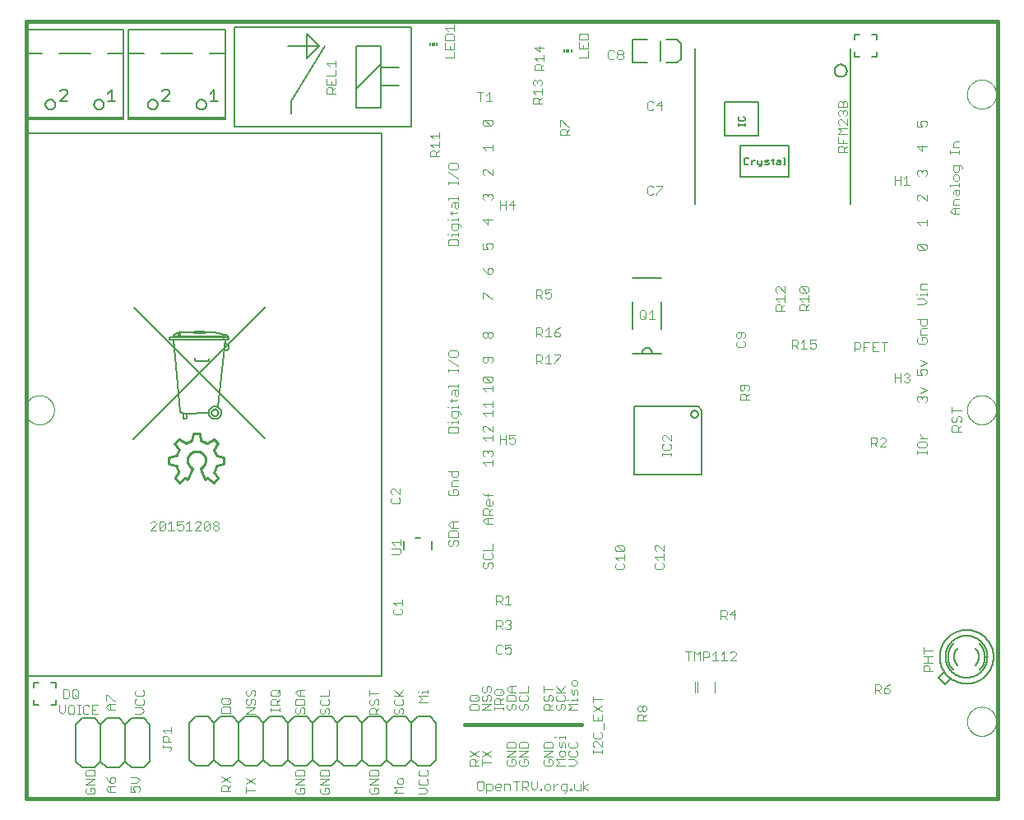
<source format=gto>
G75*
%MOIN*%
%OFA0B0*%
%FSLAX25Y25*%
%IPPOS*%
%LPD*%
%AMOC8*
5,1,8,0,0,1.08239X$1,22.5*
%
%ADD10C,0.00300*%
%ADD11C,0.01600*%
%ADD12C,0.00000*%
%ADD13C,0.00800*%
%ADD14C,0.00500*%
%ADD15C,0.00787*%
%ADD16C,0.01000*%
%ADD17R,0.00591X0.01181*%
%ADD18R,0.01181X0.01181*%
%ADD19C,0.00600*%
%ADD20C,0.00400*%
D10*
X0025943Y0020606D02*
X0025943Y0021819D01*
X0026550Y0022426D01*
X0027763Y0022426D02*
X0027763Y0021212D01*
X0027763Y0022426D02*
X0028976Y0022426D01*
X0029583Y0021819D01*
X0029583Y0020606D01*
X0028976Y0019999D01*
X0026550Y0019999D01*
X0025943Y0020606D01*
X0025943Y0023624D02*
X0029583Y0026051D01*
X0025943Y0026051D01*
X0025943Y0027249D02*
X0025943Y0029069D01*
X0026550Y0029676D01*
X0028976Y0029676D01*
X0029583Y0029069D01*
X0029583Y0027249D01*
X0025943Y0027249D01*
X0025943Y0023624D02*
X0029583Y0023624D01*
X0034014Y0022029D02*
X0035227Y0020815D01*
X0037654Y0020815D01*
X0035834Y0020815D02*
X0035834Y0023242D01*
X0035227Y0023242D02*
X0037654Y0023242D01*
X0037047Y0024440D02*
X0037654Y0025047D01*
X0037654Y0026261D01*
X0037047Y0026867D01*
X0036441Y0026867D01*
X0035834Y0026261D01*
X0035834Y0024440D01*
X0037047Y0024440D01*
X0035834Y0024440D02*
X0034621Y0025654D01*
X0034014Y0026867D01*
X0035227Y0023242D02*
X0034014Y0022029D01*
X0044014Y0023242D02*
X0044014Y0020815D01*
X0045834Y0020815D01*
X0045227Y0022029D01*
X0045227Y0022635D01*
X0045834Y0023242D01*
X0047047Y0023242D01*
X0047654Y0022635D01*
X0047654Y0021422D01*
X0047047Y0020815D01*
X0046441Y0024440D02*
X0047654Y0025654D01*
X0046441Y0026867D01*
X0044014Y0026867D01*
X0044014Y0024440D02*
X0046441Y0024440D01*
X0045943Y0052499D02*
X0048370Y0052499D01*
X0049583Y0053712D01*
X0048370Y0054926D01*
X0045943Y0054926D01*
X0046550Y0056124D02*
X0048976Y0056124D01*
X0049583Y0056731D01*
X0049583Y0057944D01*
X0048976Y0058551D01*
X0048976Y0059749D02*
X0049583Y0060356D01*
X0049583Y0061569D01*
X0048976Y0062176D01*
X0046550Y0062176D02*
X0045943Y0061569D01*
X0045943Y0060356D01*
X0046550Y0059749D01*
X0048976Y0059749D01*
X0046550Y0058551D02*
X0045943Y0057944D01*
X0045943Y0056731D01*
X0046550Y0056124D01*
X0037654Y0056411D02*
X0035227Y0056411D01*
X0034014Y0055198D01*
X0035227Y0053985D01*
X0037654Y0053985D01*
X0035834Y0053985D02*
X0035834Y0056411D01*
X0037047Y0057610D02*
X0034621Y0060037D01*
X0034014Y0060037D01*
X0034014Y0057610D01*
X0037047Y0057610D02*
X0037654Y0057610D01*
X0030878Y0055912D02*
X0028451Y0055912D01*
X0028451Y0052272D01*
X0030878Y0052272D01*
X0029664Y0054092D02*
X0028451Y0054092D01*
X0027252Y0052879D02*
X0026646Y0052272D01*
X0025432Y0052272D01*
X0024826Y0052879D01*
X0024826Y0055305D01*
X0025432Y0055912D01*
X0026646Y0055912D01*
X0027252Y0055305D01*
X0023622Y0055912D02*
X0022409Y0055912D01*
X0023016Y0055912D02*
X0023016Y0052272D01*
X0023622Y0052272D02*
X0022409Y0052272D01*
X0021211Y0052879D02*
X0020604Y0052272D01*
X0019390Y0052272D01*
X0018784Y0052879D01*
X0018784Y0055305D01*
X0019390Y0055912D01*
X0020604Y0055912D01*
X0021211Y0055305D01*
X0021211Y0052879D01*
X0017585Y0053485D02*
X0016372Y0052272D01*
X0015159Y0053485D01*
X0015159Y0055912D01*
X0017585Y0055912D02*
X0017585Y0053485D01*
X0016700Y0058839D02*
X0018520Y0058839D01*
X0019126Y0059446D01*
X0019126Y0061872D01*
X0018520Y0062479D01*
X0016700Y0062479D01*
X0016700Y0058839D01*
X0020325Y0059446D02*
X0020325Y0061872D01*
X0020932Y0062479D01*
X0022145Y0062479D01*
X0022752Y0061872D01*
X0022752Y0059446D01*
X0022145Y0058839D01*
X0020932Y0058839D01*
X0020325Y0059446D01*
X0021538Y0060052D02*
X0022752Y0058839D01*
X0080943Y0058262D02*
X0081550Y0058869D01*
X0083976Y0058869D01*
X0084583Y0058262D01*
X0084583Y0057049D01*
X0083976Y0056442D01*
X0081550Y0056442D01*
X0080943Y0057049D01*
X0080943Y0058262D01*
X0083370Y0057656D02*
X0084583Y0058869D01*
X0083976Y0055244D02*
X0081550Y0055244D01*
X0080943Y0054637D01*
X0080943Y0052817D01*
X0084583Y0052817D01*
X0084583Y0054637D01*
X0083976Y0055244D01*
X0090943Y0054926D02*
X0094583Y0054926D01*
X0090943Y0052499D01*
X0094583Y0052499D01*
X0093976Y0056124D02*
X0094583Y0056731D01*
X0094583Y0057944D01*
X0093976Y0058551D01*
X0093370Y0058551D01*
X0092763Y0057944D01*
X0092763Y0056731D01*
X0092156Y0056124D01*
X0091550Y0056124D01*
X0090943Y0056731D01*
X0090943Y0057944D01*
X0091550Y0058551D01*
X0091550Y0059749D02*
X0092156Y0059749D01*
X0092763Y0060356D01*
X0092763Y0061569D01*
X0093370Y0062176D01*
X0093976Y0062176D01*
X0094583Y0061569D01*
X0094583Y0060356D01*
X0093976Y0059749D01*
X0091550Y0059749D02*
X0090943Y0060356D01*
X0090943Y0061569D01*
X0091550Y0062176D01*
X0100943Y0061432D02*
X0101550Y0062038D01*
X0103976Y0062038D01*
X0104583Y0061432D01*
X0104583Y0060218D01*
X0103976Y0059611D01*
X0101550Y0059611D01*
X0100943Y0060218D01*
X0100943Y0061432D01*
X0103370Y0060825D02*
X0104583Y0062038D01*
X0104583Y0058413D02*
X0103370Y0057200D01*
X0103370Y0057806D02*
X0103370Y0055986D01*
X0104583Y0055986D02*
X0100943Y0055986D01*
X0100943Y0057806D01*
X0101550Y0058413D01*
X0102763Y0058413D01*
X0103370Y0057806D01*
X0104583Y0054783D02*
X0104583Y0053570D01*
X0104583Y0054176D02*
X0100943Y0054176D01*
X0100943Y0053570D02*
X0100943Y0054783D01*
X0110943Y0054319D02*
X0110943Y0053106D01*
X0111550Y0052499D01*
X0112156Y0052499D01*
X0112763Y0053106D01*
X0112763Y0054319D01*
X0113370Y0054926D01*
X0113976Y0054926D01*
X0114583Y0054319D01*
X0114583Y0053106D01*
X0113976Y0052499D01*
X0111550Y0054926D02*
X0110943Y0054319D01*
X0110943Y0056124D02*
X0110943Y0057944D01*
X0111550Y0058551D01*
X0113976Y0058551D01*
X0114583Y0057944D01*
X0114583Y0056124D01*
X0110943Y0056124D01*
X0112156Y0059749D02*
X0110943Y0060963D01*
X0112156Y0062176D01*
X0114583Y0062176D01*
X0112763Y0062176D02*
X0112763Y0059749D01*
X0112156Y0059749D02*
X0114583Y0059749D01*
X0120943Y0059611D02*
X0124583Y0059611D01*
X0124583Y0062038D01*
X0123976Y0058413D02*
X0124583Y0057806D01*
X0124583Y0056593D01*
X0123976Y0055986D01*
X0121550Y0055986D01*
X0120943Y0056593D01*
X0120943Y0057806D01*
X0121550Y0058413D01*
X0121550Y0054788D02*
X0120943Y0054181D01*
X0120943Y0052968D01*
X0121550Y0052361D01*
X0122156Y0052361D01*
X0122763Y0052968D01*
X0122763Y0054181D01*
X0123370Y0054788D01*
X0123976Y0054788D01*
X0124583Y0054181D01*
X0124583Y0052968D01*
X0123976Y0052361D01*
X0140943Y0052361D02*
X0140943Y0054181D01*
X0141550Y0054788D01*
X0142763Y0054788D01*
X0143370Y0054181D01*
X0143370Y0052361D01*
X0144583Y0052361D02*
X0140943Y0052361D01*
X0143370Y0053575D02*
X0144583Y0054788D01*
X0143976Y0055986D02*
X0144583Y0056593D01*
X0144583Y0057806D01*
X0143976Y0058413D01*
X0143370Y0058413D01*
X0142763Y0057806D01*
X0142763Y0056593D01*
X0142156Y0055986D01*
X0141550Y0055986D01*
X0140943Y0056593D01*
X0140943Y0057806D01*
X0141550Y0058413D01*
X0140943Y0059611D02*
X0140943Y0062038D01*
X0140943Y0060825D02*
X0144583Y0060825D01*
X0150943Y0062038D02*
X0153370Y0059611D01*
X0152763Y0060218D02*
X0154583Y0062038D01*
X0154583Y0059611D02*
X0150943Y0059611D01*
X0151550Y0058413D02*
X0150943Y0057806D01*
X0150943Y0056593D01*
X0151550Y0055986D01*
X0153976Y0055986D01*
X0154583Y0056593D01*
X0154583Y0057806D01*
X0153976Y0058413D01*
X0153976Y0054788D02*
X0154583Y0054181D01*
X0154583Y0052968D01*
X0153976Y0052361D01*
X0152763Y0052968D02*
X0152156Y0052361D01*
X0151550Y0052361D01*
X0150943Y0052968D01*
X0150943Y0054181D01*
X0151550Y0054788D01*
X0152763Y0054181D02*
X0153370Y0054788D01*
X0153976Y0054788D01*
X0152763Y0054181D02*
X0152763Y0052968D01*
X0160943Y0057195D02*
X0162156Y0058408D01*
X0160943Y0059621D01*
X0164583Y0059621D01*
X0164583Y0060820D02*
X0164583Y0062033D01*
X0164583Y0061427D02*
X0162156Y0061427D01*
X0162156Y0060820D01*
X0160943Y0061427D02*
X0160336Y0061427D01*
X0160943Y0057195D02*
X0164583Y0057195D01*
X0181514Y0058216D02*
X0181514Y0059430D01*
X0182121Y0060037D01*
X0184547Y0060037D01*
X0185154Y0059430D01*
X0185154Y0058216D01*
X0184547Y0057610D01*
X0182121Y0057610D01*
X0181514Y0058216D01*
X0182121Y0056411D02*
X0181514Y0055805D01*
X0181514Y0053985D01*
X0185154Y0053985D01*
X0185154Y0055805D01*
X0184547Y0056411D01*
X0182121Y0056411D01*
X0183941Y0058823D02*
X0185154Y0060037D01*
X0186514Y0059430D02*
X0187121Y0060037D01*
X0186514Y0059430D02*
X0186514Y0058216D01*
X0187121Y0057610D01*
X0187727Y0057610D01*
X0188334Y0058216D01*
X0188334Y0059430D01*
X0188941Y0060037D01*
X0189547Y0060037D01*
X0190154Y0059430D01*
X0190154Y0058216D01*
X0189547Y0057610D01*
X0190154Y0056411D02*
X0186514Y0056411D01*
X0186514Y0053985D02*
X0190154Y0056411D01*
X0191514Y0056401D02*
X0191514Y0058221D01*
X0192121Y0058828D01*
X0193334Y0058828D01*
X0193941Y0058221D01*
X0193941Y0056401D01*
X0195154Y0056401D02*
X0191514Y0056401D01*
X0191514Y0055198D02*
X0191514Y0053985D01*
X0191514Y0054591D02*
X0195154Y0054591D01*
X0195154Y0053985D02*
X0195154Y0055198D01*
X0196514Y0054591D02*
X0197121Y0053985D01*
X0197727Y0053985D01*
X0198334Y0054591D01*
X0198334Y0055805D01*
X0198941Y0056411D01*
X0199547Y0056411D01*
X0200154Y0055805D01*
X0200154Y0054591D01*
X0199547Y0053985D01*
X0201514Y0054591D02*
X0202121Y0053985D01*
X0202727Y0053985D01*
X0203334Y0054591D01*
X0203334Y0055805D01*
X0203941Y0056411D01*
X0204547Y0056411D01*
X0205154Y0055805D01*
X0205154Y0054591D01*
X0204547Y0053985D01*
X0201514Y0054591D02*
X0201514Y0055805D01*
X0202121Y0056411D01*
X0202121Y0057610D02*
X0204547Y0057610D01*
X0205154Y0058216D01*
X0205154Y0059430D01*
X0204547Y0060037D01*
X0205154Y0061235D02*
X0205154Y0063662D01*
X0205154Y0061235D02*
X0201514Y0061235D01*
X0202121Y0060037D02*
X0201514Y0059430D01*
X0201514Y0058216D01*
X0202121Y0057610D01*
X0200154Y0057610D02*
X0200154Y0059430D01*
X0199547Y0060037D01*
X0197121Y0060037D01*
X0196514Y0059430D01*
X0196514Y0057610D01*
X0200154Y0057610D01*
X0197121Y0056411D02*
X0196514Y0055805D01*
X0196514Y0054591D01*
X0193941Y0057615D02*
X0195154Y0058828D01*
X0194547Y0060027D02*
X0195154Y0060633D01*
X0195154Y0061847D01*
X0194547Y0062453D01*
X0192121Y0062453D01*
X0191514Y0061847D01*
X0191514Y0060633D01*
X0192121Y0060027D01*
X0194547Y0060027D01*
X0193941Y0061240D02*
X0195154Y0062453D01*
X0196514Y0062448D02*
X0197727Y0063662D01*
X0200154Y0063662D01*
X0198334Y0063662D02*
X0198334Y0061235D01*
X0197727Y0061235D02*
X0196514Y0062448D01*
X0197727Y0061235D02*
X0200154Y0061235D01*
X0211514Y0061235D02*
X0211514Y0063662D01*
X0211514Y0062448D02*
X0215154Y0062448D01*
X0216514Y0061235D02*
X0220154Y0061235D01*
X0218941Y0061235D02*
X0216514Y0063662D01*
X0218334Y0061842D02*
X0220154Y0063662D01*
X0222727Y0064258D02*
X0223334Y0063652D01*
X0224547Y0063652D01*
X0225154Y0064258D01*
X0225154Y0065472D01*
X0224547Y0066078D01*
X0223334Y0066078D01*
X0222727Y0065472D01*
X0222727Y0064258D01*
X0222727Y0062453D02*
X0222727Y0060633D01*
X0223334Y0060027D01*
X0223941Y0060633D01*
X0223941Y0061847D01*
X0224547Y0062453D01*
X0225154Y0061847D01*
X0225154Y0060027D01*
X0225154Y0058823D02*
X0225154Y0057610D01*
X0225154Y0058216D02*
X0222727Y0058216D01*
X0222727Y0057610D01*
X0221514Y0058216D02*
X0220907Y0058216D01*
X0220154Y0058216D02*
X0220154Y0059430D01*
X0219547Y0060037D01*
X0220154Y0058216D02*
X0219547Y0057610D01*
X0217121Y0057610D01*
X0216514Y0058216D01*
X0216514Y0059430D01*
X0217121Y0060037D01*
X0215154Y0059430D02*
X0215154Y0058216D01*
X0214547Y0057610D01*
X0215154Y0056411D02*
X0213941Y0055198D01*
X0213941Y0055805D02*
X0213941Y0053985D01*
X0215154Y0053985D02*
X0211514Y0053985D01*
X0211514Y0055805D01*
X0212121Y0056411D01*
X0213334Y0056411D01*
X0213941Y0055805D01*
X0212727Y0057610D02*
X0213334Y0058216D01*
X0213334Y0059430D01*
X0213941Y0060037D01*
X0214547Y0060037D01*
X0215154Y0059430D01*
X0212727Y0057610D02*
X0212121Y0057610D01*
X0211514Y0058216D01*
X0211514Y0059430D01*
X0212121Y0060037D01*
X0216514Y0055805D02*
X0217121Y0056411D01*
X0216514Y0055805D02*
X0216514Y0054591D01*
X0217121Y0053985D01*
X0217727Y0053985D01*
X0218334Y0054591D01*
X0218334Y0055805D01*
X0218941Y0056411D01*
X0219547Y0056411D01*
X0220154Y0055805D01*
X0220154Y0054591D01*
X0219547Y0053985D01*
X0221514Y0053985D02*
X0222727Y0055198D01*
X0221514Y0056411D01*
X0225154Y0056411D01*
X0225154Y0053985D02*
X0221514Y0053985D01*
X0231573Y0053422D02*
X0235213Y0055848D01*
X0235213Y0058260D02*
X0231573Y0058260D01*
X0231573Y0057047D02*
X0231573Y0059473D01*
X0231573Y0055848D02*
X0235213Y0053422D01*
X0235213Y0052223D02*
X0235213Y0049796D01*
X0231573Y0049796D01*
X0231573Y0052223D01*
X0233393Y0051010D02*
X0233393Y0049796D01*
X0235820Y0048598D02*
X0235820Y0046171D01*
X0234606Y0044973D02*
X0235213Y0044366D01*
X0235213Y0043153D01*
X0234606Y0042546D01*
X0232180Y0042546D01*
X0231573Y0043153D01*
X0231573Y0044366D01*
X0232180Y0044973D01*
X0232180Y0041348D02*
X0231573Y0040741D01*
X0231573Y0039528D01*
X0232180Y0038921D01*
X0231573Y0037718D02*
X0231573Y0036504D01*
X0231573Y0037111D02*
X0235213Y0037111D01*
X0235213Y0036504D02*
X0235213Y0037718D01*
X0235213Y0038921D02*
X0232786Y0041348D01*
X0232180Y0041348D01*
X0235213Y0041348D02*
X0235213Y0038921D01*
X0225154Y0039342D02*
X0224547Y0038735D01*
X0222121Y0038735D01*
X0221514Y0039342D01*
X0221514Y0040555D01*
X0222121Y0041162D01*
X0220154Y0040555D02*
X0219547Y0041162D01*
X0218941Y0040555D01*
X0218941Y0039342D01*
X0218334Y0038735D01*
X0217727Y0039342D01*
X0217727Y0041162D01*
X0217727Y0042360D02*
X0217727Y0042967D01*
X0220154Y0042967D01*
X0220154Y0043573D02*
X0220154Y0042360D01*
X0220154Y0040555D02*
X0220154Y0038735D01*
X0219547Y0037537D02*
X0220154Y0036930D01*
X0220154Y0035716D01*
X0219547Y0035110D01*
X0218334Y0035110D01*
X0217727Y0035716D01*
X0217727Y0036930D01*
X0218334Y0037537D01*
X0219547Y0037537D01*
X0221514Y0036930D02*
X0221514Y0035716D01*
X0222121Y0035110D01*
X0224547Y0035110D01*
X0225154Y0035716D01*
X0225154Y0036930D01*
X0224547Y0037537D01*
X0225154Y0039342D02*
X0225154Y0040555D01*
X0224547Y0041162D01*
X0222121Y0037537D02*
X0221514Y0036930D01*
X0221514Y0033911D02*
X0223941Y0033911D01*
X0225154Y0032698D01*
X0223941Y0031485D01*
X0221514Y0031485D01*
X0220154Y0031485D02*
X0216514Y0031485D01*
X0217727Y0032698D01*
X0216514Y0033911D01*
X0220154Y0033911D01*
X0215154Y0033305D02*
X0214547Y0033911D01*
X0213334Y0033911D01*
X0213334Y0032698D01*
X0214547Y0031485D02*
X0215154Y0032091D01*
X0215154Y0033305D01*
X0215154Y0035110D02*
X0211514Y0035110D01*
X0215154Y0037537D01*
X0211514Y0037537D01*
X0211514Y0038735D02*
X0211514Y0040555D01*
X0212121Y0041162D01*
X0214547Y0041162D01*
X0215154Y0040555D01*
X0215154Y0038735D01*
X0211514Y0038735D01*
X0212121Y0033911D02*
X0211514Y0033305D01*
X0211514Y0032091D01*
X0212121Y0031485D01*
X0214547Y0031485D01*
X0208768Y0025202D02*
X0208768Y0022775D01*
X0207554Y0021562D01*
X0206341Y0022775D01*
X0206341Y0025202D01*
X0205142Y0024595D02*
X0204536Y0025202D01*
X0202716Y0025202D01*
X0202716Y0021562D01*
X0202716Y0022775D02*
X0204536Y0022775D01*
X0205142Y0023382D01*
X0205142Y0024595D01*
X0203929Y0022775D02*
X0205142Y0021562D01*
X0209966Y0021562D02*
X0210573Y0021562D01*
X0210573Y0022168D01*
X0209966Y0022168D01*
X0209966Y0021562D01*
X0211779Y0022168D02*
X0212385Y0021562D01*
X0213599Y0021562D01*
X0214205Y0022168D01*
X0214205Y0023382D01*
X0213599Y0023988D01*
X0212385Y0023988D01*
X0211779Y0023382D01*
X0211779Y0022168D01*
X0215404Y0021562D02*
X0215404Y0023988D01*
X0215404Y0022775D02*
X0216617Y0023988D01*
X0217224Y0023988D01*
X0218425Y0023382D02*
X0218425Y0022168D01*
X0219031Y0021562D01*
X0220851Y0021562D01*
X0220851Y0020955D02*
X0220851Y0023988D01*
X0219031Y0023988D01*
X0218425Y0023382D01*
X0219638Y0020348D02*
X0220245Y0020348D01*
X0220851Y0020955D01*
X0222050Y0021562D02*
X0222656Y0021562D01*
X0222656Y0022168D01*
X0222050Y0022168D01*
X0222050Y0021562D01*
X0223862Y0022168D02*
X0224469Y0021562D01*
X0226289Y0021562D01*
X0226289Y0023988D01*
X0227487Y0022775D02*
X0229308Y0023988D01*
X0227487Y0022775D02*
X0229308Y0021562D01*
X0227487Y0021562D02*
X0227487Y0025202D01*
X0223862Y0023988D02*
X0223862Y0022168D01*
X0205154Y0032091D02*
X0204547Y0031485D01*
X0202121Y0031485D01*
X0201514Y0032091D01*
X0201514Y0033305D01*
X0202121Y0033911D01*
X0203334Y0033911D02*
X0203334Y0032698D01*
X0203334Y0033911D02*
X0204547Y0033911D01*
X0205154Y0033305D01*
X0205154Y0032091D01*
X0205154Y0035110D02*
X0201514Y0035110D01*
X0205154Y0037537D01*
X0201514Y0037537D01*
X0201514Y0038735D02*
X0201514Y0040555D01*
X0202121Y0041162D01*
X0204547Y0041162D01*
X0205154Y0040555D01*
X0205154Y0038735D01*
X0201514Y0038735D01*
X0200154Y0038735D02*
X0200154Y0040555D01*
X0199547Y0041162D01*
X0197121Y0041162D01*
X0196514Y0040555D01*
X0196514Y0038735D01*
X0200154Y0038735D01*
X0200154Y0037537D02*
X0196514Y0037537D01*
X0196514Y0035110D02*
X0200154Y0037537D01*
X0200154Y0035110D02*
X0196514Y0035110D01*
X0197121Y0033911D02*
X0196514Y0033305D01*
X0196514Y0032091D01*
X0197121Y0031485D01*
X0199547Y0031485D01*
X0200154Y0032091D01*
X0200154Y0033305D01*
X0199547Y0033911D01*
X0198334Y0033911D01*
X0198334Y0032698D01*
X0199091Y0025202D02*
X0201517Y0025202D01*
X0200304Y0025202D02*
X0200304Y0021562D01*
X0197892Y0021562D02*
X0197892Y0023382D01*
X0197286Y0023988D01*
X0195465Y0023988D01*
X0195465Y0021562D01*
X0194267Y0022775D02*
X0191840Y0022775D01*
X0191840Y0023382D02*
X0192447Y0023988D01*
X0193660Y0023988D01*
X0194267Y0023382D01*
X0194267Y0022775D01*
X0193660Y0021562D02*
X0192447Y0021562D01*
X0191840Y0022168D01*
X0191840Y0023382D01*
X0190642Y0023382D02*
X0190642Y0022168D01*
X0190035Y0021562D01*
X0188215Y0021562D01*
X0188215Y0020348D02*
X0188215Y0023988D01*
X0190035Y0023988D01*
X0190642Y0023382D01*
X0187017Y0024595D02*
X0186410Y0025202D01*
X0185197Y0025202D01*
X0184590Y0024595D01*
X0184590Y0022168D01*
X0185197Y0021562D01*
X0186410Y0021562D01*
X0187017Y0022168D01*
X0187017Y0024595D01*
X0186514Y0031485D02*
X0186514Y0033911D01*
X0186514Y0035110D02*
X0190154Y0037537D01*
X0190154Y0035110D02*
X0186514Y0037537D01*
X0185154Y0037537D02*
X0181514Y0035110D01*
X0182121Y0033911D02*
X0183334Y0033911D01*
X0183941Y0033305D01*
X0183941Y0031485D01*
X0185154Y0031485D02*
X0181514Y0031485D01*
X0181514Y0033305D01*
X0182121Y0033911D01*
X0183941Y0032698D02*
X0185154Y0033911D01*
X0185154Y0035110D02*
X0181514Y0037537D01*
X0186514Y0032698D02*
X0190154Y0032698D01*
X0190154Y0053985D02*
X0186514Y0053985D01*
X0187121Y0061235D02*
X0187727Y0061235D01*
X0188334Y0061842D01*
X0188334Y0063055D01*
X0188941Y0063662D01*
X0189547Y0063662D01*
X0190154Y0063055D01*
X0190154Y0061842D01*
X0189547Y0061235D01*
X0187121Y0061235D02*
X0186514Y0061842D01*
X0186514Y0063055D01*
X0187121Y0063662D01*
X0192806Y0076839D02*
X0194020Y0076839D01*
X0194626Y0077446D01*
X0195825Y0077446D02*
X0196432Y0076839D01*
X0197645Y0076839D01*
X0198252Y0077446D01*
X0198252Y0078659D01*
X0197645Y0079266D01*
X0197038Y0079266D01*
X0195825Y0078659D01*
X0195825Y0080479D01*
X0198252Y0080479D01*
X0194626Y0079872D02*
X0194020Y0080479D01*
X0192806Y0080479D01*
X0192200Y0079872D01*
X0192200Y0077446D01*
X0192806Y0076839D01*
X0192200Y0086839D02*
X0192200Y0090479D01*
X0194020Y0090479D01*
X0194626Y0089872D01*
X0194626Y0088659D01*
X0194020Y0088052D01*
X0192200Y0088052D01*
X0193413Y0088052D02*
X0194626Y0086839D01*
X0195825Y0087446D02*
X0196432Y0086839D01*
X0197645Y0086839D01*
X0198252Y0087446D01*
X0198252Y0088052D01*
X0197645Y0088659D01*
X0197038Y0088659D01*
X0197645Y0088659D02*
X0198252Y0089266D01*
X0198252Y0089872D01*
X0197645Y0090479D01*
X0196432Y0090479D01*
X0195825Y0089872D01*
X0195825Y0096839D02*
X0198252Y0096839D01*
X0197038Y0096839D02*
X0197038Y0100479D01*
X0195825Y0099266D01*
X0194626Y0099872D02*
X0194626Y0098659D01*
X0194020Y0098052D01*
X0192200Y0098052D01*
X0192200Y0096839D02*
X0192200Y0100479D01*
X0194020Y0100479D01*
X0194626Y0099872D01*
X0193413Y0098052D02*
X0194626Y0096839D01*
X0190033Y0111437D02*
X0190650Y0112055D01*
X0190650Y0113289D01*
X0190033Y0113906D01*
X0189416Y0113906D01*
X0188798Y0113289D01*
X0188798Y0112055D01*
X0188181Y0111437D01*
X0187564Y0111437D01*
X0186947Y0112055D01*
X0186947Y0113289D01*
X0187564Y0113906D01*
X0187564Y0115121D02*
X0190033Y0115121D01*
X0190650Y0115738D01*
X0190650Y0116972D01*
X0190033Y0117589D01*
X0190650Y0118804D02*
X0190650Y0121272D01*
X0190650Y0118804D02*
X0186947Y0118804D01*
X0187564Y0117589D02*
X0186947Y0116972D01*
X0186947Y0115738D01*
X0187564Y0115121D01*
X0176650Y0121055D02*
X0176033Y0120437D01*
X0176650Y0121055D02*
X0176650Y0122289D01*
X0176033Y0122906D01*
X0175416Y0122906D01*
X0174798Y0122289D01*
X0174798Y0121055D01*
X0174181Y0120437D01*
X0173564Y0120437D01*
X0172947Y0121055D01*
X0172947Y0122289D01*
X0173564Y0122906D01*
X0172947Y0124121D02*
X0172947Y0125972D01*
X0173564Y0126589D01*
X0176033Y0126589D01*
X0176650Y0125972D01*
X0176650Y0124121D01*
X0172947Y0124121D01*
X0174181Y0127804D02*
X0172947Y0129038D01*
X0174181Y0130272D01*
X0176650Y0130272D01*
X0174798Y0130272D02*
X0174798Y0127804D01*
X0174181Y0127804D02*
X0176650Y0127804D01*
X0186947Y0130672D02*
X0188181Y0131906D01*
X0190650Y0131906D01*
X0190650Y0133121D02*
X0186947Y0133121D01*
X0186947Y0134972D01*
X0187564Y0135589D01*
X0188798Y0135589D01*
X0189416Y0134972D01*
X0189416Y0133121D01*
X0189416Y0134355D02*
X0190650Y0135589D01*
X0190033Y0136804D02*
X0188798Y0136804D01*
X0188181Y0137421D01*
X0188181Y0138655D01*
X0188798Y0139272D01*
X0189416Y0139272D01*
X0189416Y0136804D01*
X0190033Y0136804D02*
X0190650Y0137421D01*
X0190650Y0138655D01*
X0190650Y0141104D02*
X0187564Y0141104D01*
X0186947Y0141721D01*
X0188798Y0141721D02*
X0188798Y0140487D01*
X0188798Y0131906D02*
X0188798Y0129437D01*
X0188181Y0129437D02*
X0186947Y0130672D01*
X0188181Y0129437D02*
X0190650Y0129437D01*
X0176650Y0141555D02*
X0176033Y0140937D01*
X0173564Y0140937D01*
X0172947Y0141555D01*
X0172947Y0142789D01*
X0173564Y0143406D01*
X0174798Y0143406D02*
X0174798Y0142172D01*
X0174798Y0143406D02*
X0176033Y0143406D01*
X0176650Y0142789D01*
X0176650Y0141555D01*
X0176650Y0144621D02*
X0174181Y0144621D01*
X0174181Y0146472D01*
X0174798Y0147089D01*
X0176650Y0147089D01*
X0176033Y0148304D02*
X0174798Y0148304D01*
X0174181Y0148921D01*
X0174181Y0150772D01*
X0172947Y0150772D02*
X0176650Y0150772D01*
X0176650Y0148921D01*
X0176033Y0148304D01*
X0186947Y0154305D02*
X0190650Y0154305D01*
X0190650Y0153071D02*
X0190650Y0155540D01*
X0190033Y0156754D02*
X0190650Y0157371D01*
X0190650Y0158606D01*
X0190033Y0159223D01*
X0189416Y0159223D01*
X0188798Y0158606D01*
X0188798Y0157989D01*
X0188798Y0158606D02*
X0188181Y0159223D01*
X0187564Y0159223D01*
X0186947Y0158606D01*
X0186947Y0157371D01*
X0187564Y0156754D01*
X0186947Y0154305D02*
X0188181Y0153071D01*
X0193759Y0161854D02*
X0193759Y0165494D01*
X0193759Y0163674D02*
X0196186Y0163674D01*
X0197384Y0163674D02*
X0198597Y0164281D01*
X0199204Y0164281D01*
X0199811Y0163674D01*
X0199811Y0162460D01*
X0199204Y0161854D01*
X0197991Y0161854D01*
X0197384Y0162460D01*
X0197384Y0163674D02*
X0197384Y0165494D01*
X0199811Y0165494D01*
X0196186Y0165494D02*
X0196186Y0161854D01*
X0190650Y0163071D02*
X0190650Y0165540D01*
X0190650Y0166754D02*
X0188181Y0169223D01*
X0187564Y0169223D01*
X0186947Y0168606D01*
X0186947Y0167371D01*
X0187564Y0166754D01*
X0186947Y0164305D02*
X0190650Y0164305D01*
X0190650Y0166754D02*
X0190650Y0169223D01*
X0190650Y0173071D02*
X0190650Y0175540D01*
X0190650Y0176754D02*
X0190650Y0179223D01*
X0190650Y0177989D02*
X0186947Y0177989D01*
X0188181Y0176754D01*
X0186947Y0174305D02*
X0190650Y0174305D01*
X0188181Y0173071D02*
X0186947Y0174305D01*
X0188181Y0183071D02*
X0186947Y0184305D01*
X0190650Y0184305D01*
X0190650Y0183071D02*
X0190650Y0185540D01*
X0190033Y0186754D02*
X0187564Y0189223D01*
X0190033Y0189223D01*
X0190650Y0188606D01*
X0190650Y0187371D01*
X0190033Y0186754D01*
X0187564Y0186754D01*
X0186947Y0187371D01*
X0186947Y0188606D01*
X0187564Y0189223D01*
X0187564Y0194754D02*
X0188181Y0194754D01*
X0188798Y0195371D01*
X0188798Y0197223D01*
X0187564Y0197223D02*
X0190033Y0197223D01*
X0190650Y0196606D01*
X0190650Y0195371D01*
X0190033Y0194754D01*
X0187564Y0194754D02*
X0186947Y0195371D01*
X0186947Y0196606D01*
X0187564Y0197223D01*
X0176650Y0197747D02*
X0176033Y0197130D01*
X0173564Y0197130D01*
X0172947Y0197747D01*
X0172947Y0198982D01*
X0173564Y0199599D01*
X0176033Y0199599D01*
X0176650Y0198982D01*
X0176650Y0197747D01*
X0172947Y0195916D02*
X0176650Y0193447D01*
X0176650Y0192226D02*
X0176650Y0190992D01*
X0176650Y0191609D02*
X0172947Y0191609D01*
X0172947Y0190992D02*
X0172947Y0192226D01*
X0172947Y0185470D02*
X0176650Y0185470D01*
X0176650Y0184853D02*
X0176650Y0186087D01*
X0176650Y0183639D02*
X0176650Y0181787D01*
X0176033Y0181170D01*
X0175416Y0181787D01*
X0175416Y0183639D01*
X0174798Y0183639D02*
X0176650Y0183639D01*
X0174798Y0183639D02*
X0174181Y0183022D01*
X0174181Y0181787D01*
X0174181Y0179949D02*
X0174181Y0178715D01*
X0173564Y0179332D02*
X0176033Y0179332D01*
X0176650Y0179949D01*
X0176650Y0177494D02*
X0176650Y0176259D01*
X0176650Y0176876D02*
X0174181Y0176876D01*
X0174181Y0176259D01*
X0174181Y0175045D02*
X0174181Y0173193D01*
X0174798Y0172576D01*
X0176033Y0172576D01*
X0176650Y0173193D01*
X0176650Y0175045D01*
X0177267Y0175045D02*
X0174181Y0175045D01*
X0172947Y0176876D02*
X0172330Y0176876D01*
X0177267Y0175045D02*
X0177884Y0174428D01*
X0177884Y0173810D01*
X0176650Y0171355D02*
X0176650Y0170121D01*
X0176650Y0170738D02*
X0174181Y0170738D01*
X0174181Y0170121D01*
X0173564Y0168906D02*
X0172947Y0168289D01*
X0172947Y0166437D01*
X0176650Y0166437D01*
X0176650Y0168289D01*
X0176033Y0168906D01*
X0173564Y0168906D01*
X0172947Y0170738D02*
X0172330Y0170738D01*
X0186947Y0164305D02*
X0188181Y0163071D01*
X0172947Y0184853D02*
X0172947Y0185470D01*
X0187564Y0204754D02*
X0188181Y0204754D01*
X0188798Y0205371D01*
X0188798Y0206606D01*
X0189416Y0207223D01*
X0190033Y0207223D01*
X0190650Y0206606D01*
X0190650Y0205371D01*
X0190033Y0204754D01*
X0189416Y0204754D01*
X0188798Y0205371D01*
X0188798Y0206606D02*
X0188181Y0207223D01*
X0187564Y0207223D01*
X0186947Y0206606D01*
X0186947Y0205371D01*
X0187564Y0204754D01*
X0186947Y0220754D02*
X0186947Y0223223D01*
X0187564Y0223223D01*
X0190033Y0220754D01*
X0190650Y0220754D01*
X0190033Y0230754D02*
X0190650Y0231371D01*
X0190650Y0232606D01*
X0190033Y0233223D01*
X0189416Y0233223D01*
X0188798Y0232606D01*
X0188798Y0230754D01*
X0190033Y0230754D01*
X0188798Y0230754D02*
X0187564Y0231989D01*
X0186947Y0233223D01*
X0186947Y0240754D02*
X0188798Y0240754D01*
X0188181Y0241989D01*
X0188181Y0242606D01*
X0188798Y0243223D01*
X0190033Y0243223D01*
X0190650Y0242606D01*
X0190650Y0241371D01*
X0190033Y0240754D01*
X0186947Y0240754D02*
X0186947Y0243223D01*
X0188798Y0250754D02*
X0186947Y0252606D01*
X0190650Y0252606D01*
X0188798Y0253223D02*
X0188798Y0250754D01*
X0193759Y0256854D02*
X0193759Y0260494D01*
X0193759Y0258674D02*
X0196186Y0258674D01*
X0197384Y0258674D02*
X0199811Y0258674D01*
X0199204Y0260494D02*
X0197384Y0258674D01*
X0196186Y0260494D02*
X0196186Y0256854D01*
X0199204Y0256854D02*
X0199204Y0260494D01*
X0190650Y0261371D02*
X0190033Y0260754D01*
X0190650Y0261371D02*
X0190650Y0262606D01*
X0190033Y0263223D01*
X0189416Y0263223D01*
X0188798Y0262606D01*
X0188798Y0261989D01*
X0188798Y0262606D02*
X0188181Y0263223D01*
X0187564Y0263223D01*
X0186947Y0262606D01*
X0186947Y0261371D01*
X0187564Y0260754D01*
X0176650Y0260853D02*
X0176650Y0262087D01*
X0176650Y0261470D02*
X0172947Y0261470D01*
X0172947Y0260853D01*
X0174181Y0259022D02*
X0174798Y0259639D01*
X0176650Y0259639D01*
X0176650Y0257787D01*
X0176033Y0257170D01*
X0175416Y0257787D01*
X0175416Y0259639D01*
X0174181Y0259022D02*
X0174181Y0257787D01*
X0174181Y0255949D02*
X0174181Y0254715D01*
X0173564Y0255332D02*
X0176033Y0255332D01*
X0176650Y0255949D01*
X0176650Y0253494D02*
X0176650Y0252259D01*
X0176650Y0252876D02*
X0174181Y0252876D01*
X0174181Y0252259D01*
X0174181Y0251045D02*
X0174181Y0249193D01*
X0174798Y0248576D01*
X0176033Y0248576D01*
X0176650Y0249193D01*
X0176650Y0251045D01*
X0177267Y0251045D02*
X0174181Y0251045D01*
X0172947Y0252876D02*
X0172330Y0252876D01*
X0177267Y0251045D02*
X0177884Y0250428D01*
X0177884Y0249810D01*
X0176650Y0247355D02*
X0176650Y0246121D01*
X0176650Y0246738D02*
X0174181Y0246738D01*
X0174181Y0246121D01*
X0173564Y0244906D02*
X0172947Y0244289D01*
X0172947Y0242437D01*
X0176650Y0242437D01*
X0176650Y0244289D01*
X0176033Y0244906D01*
X0173564Y0244906D01*
X0172947Y0246738D02*
X0172330Y0246738D01*
X0172947Y0266992D02*
X0172947Y0268226D01*
X0172947Y0267609D02*
X0176650Y0267609D01*
X0176650Y0266992D02*
X0176650Y0268226D01*
X0176650Y0269447D02*
X0172947Y0271916D01*
X0173564Y0273130D02*
X0176033Y0273130D01*
X0176650Y0273747D01*
X0176650Y0274982D01*
X0176033Y0275599D01*
X0173564Y0275599D01*
X0172947Y0274982D01*
X0172947Y0273747D01*
X0173564Y0273130D01*
X0169087Y0278401D02*
X0165447Y0278401D01*
X0165447Y0280221D01*
X0166054Y0280827D01*
X0167267Y0280827D01*
X0167874Y0280221D01*
X0167874Y0278401D01*
X0167874Y0279614D02*
X0169087Y0280827D01*
X0169087Y0282026D02*
X0169087Y0284452D01*
X0169087Y0285651D02*
X0169087Y0288078D01*
X0169087Y0286864D02*
X0165447Y0286864D01*
X0166660Y0285651D01*
X0165447Y0283239D02*
X0169087Y0283239D01*
X0166660Y0282026D02*
X0165447Y0283239D01*
X0186947Y0281989D02*
X0190650Y0281989D01*
X0190650Y0283223D02*
X0190650Y0280754D01*
X0188181Y0280754D02*
X0186947Y0281989D01*
X0187564Y0290754D02*
X0186947Y0291371D01*
X0186947Y0292606D01*
X0187564Y0293223D01*
X0190033Y0290754D01*
X0190650Y0291371D01*
X0190650Y0292606D01*
X0190033Y0293223D01*
X0187564Y0293223D01*
X0187564Y0290754D02*
X0190033Y0290754D01*
X0190502Y0300776D02*
X0188075Y0300776D01*
X0189288Y0300776D02*
X0189288Y0304416D01*
X0188075Y0303203D01*
X0186877Y0304416D02*
X0184450Y0304416D01*
X0185663Y0304416D02*
X0185663Y0300776D01*
X0175150Y0318276D02*
X0171510Y0318276D01*
X0171510Y0321901D02*
X0175150Y0321901D01*
X0175150Y0324328D01*
X0175150Y0325526D02*
X0175150Y0327346D01*
X0174543Y0327953D01*
X0172117Y0327953D01*
X0171510Y0327346D01*
X0171510Y0325526D01*
X0175150Y0325526D01*
X0173330Y0323114D02*
X0173330Y0321901D01*
X0171510Y0321901D02*
X0171510Y0324328D01*
X0172723Y0329151D02*
X0171510Y0330365D01*
X0175150Y0330365D01*
X0175150Y0331578D02*
X0175150Y0329151D01*
X0175150Y0320703D02*
X0175150Y0318276D01*
X0207010Y0308846D02*
X0207617Y0309453D01*
X0208223Y0309453D01*
X0208830Y0308846D01*
X0209437Y0309453D01*
X0210043Y0309453D01*
X0210650Y0308846D01*
X0210650Y0307633D01*
X0210043Y0307026D01*
X0210650Y0305828D02*
X0210650Y0303401D01*
X0210650Y0302203D02*
X0209437Y0300989D01*
X0209437Y0301596D02*
X0209437Y0299776D01*
X0210650Y0299776D02*
X0207010Y0299776D01*
X0207010Y0301596D01*
X0207617Y0302203D01*
X0208830Y0302203D01*
X0209437Y0301596D01*
X0208223Y0303401D02*
X0207010Y0304614D01*
X0210650Y0304614D01*
X0207617Y0307026D02*
X0207010Y0307633D01*
X0207010Y0308846D01*
X0208830Y0308846D02*
X0208830Y0308240D01*
X0207947Y0313401D02*
X0207947Y0315221D01*
X0208554Y0315827D01*
X0209767Y0315827D01*
X0210374Y0315221D01*
X0210374Y0313401D01*
X0210374Y0314614D02*
X0211587Y0315827D01*
X0211587Y0317026D02*
X0211587Y0319452D01*
X0211587Y0318239D02*
X0207947Y0318239D01*
X0209160Y0317026D01*
X0209767Y0320651D02*
X0209767Y0323078D01*
X0211587Y0322471D02*
X0207947Y0322471D01*
X0209767Y0320651D01*
X0211587Y0313401D02*
X0207947Y0313401D01*
X0225754Y0318525D02*
X0229394Y0318525D01*
X0229394Y0320952D01*
X0229394Y0322150D02*
X0229394Y0324577D01*
X0229394Y0325775D02*
X0229394Y0327595D01*
X0228787Y0328202D01*
X0226360Y0328202D01*
X0225754Y0327595D01*
X0225754Y0325775D01*
X0229394Y0325775D01*
X0227574Y0323363D02*
X0227574Y0322150D01*
X0225754Y0322150D02*
X0229394Y0322150D01*
X0225754Y0322150D02*
X0225754Y0324577D01*
X0237596Y0320799D02*
X0237596Y0318372D01*
X0238203Y0317765D01*
X0239416Y0317765D01*
X0240023Y0318372D01*
X0241222Y0318372D02*
X0241222Y0318979D01*
X0241828Y0319585D01*
X0243042Y0319585D01*
X0243648Y0318979D01*
X0243648Y0318372D01*
X0243042Y0317765D01*
X0241828Y0317765D01*
X0241222Y0318372D01*
X0241828Y0319585D02*
X0241222Y0320192D01*
X0241222Y0320799D01*
X0241828Y0321405D01*
X0243042Y0321405D01*
X0243648Y0320799D01*
X0243648Y0320192D01*
X0243042Y0319585D01*
X0240023Y0320799D02*
X0239416Y0321405D01*
X0238203Y0321405D01*
X0237596Y0320799D01*
X0254123Y0300836D02*
X0253516Y0300230D01*
X0253516Y0297803D01*
X0254123Y0297196D01*
X0255336Y0297196D01*
X0255943Y0297803D01*
X0257141Y0299016D02*
X0259568Y0299016D01*
X0258961Y0297196D02*
X0258961Y0300836D01*
X0257141Y0299016D01*
X0255943Y0300230D02*
X0255336Y0300836D01*
X0254123Y0300836D01*
X0221861Y0290563D02*
X0221254Y0290563D01*
X0218827Y0292990D01*
X0218221Y0292990D01*
X0218221Y0290563D01*
X0218827Y0289365D02*
X0220041Y0289365D01*
X0220647Y0288758D01*
X0220647Y0286938D01*
X0220647Y0288151D02*
X0221861Y0289365D01*
X0221861Y0286938D02*
X0218221Y0286938D01*
X0218221Y0288758D01*
X0218827Y0289365D01*
X0190650Y0273223D02*
X0190650Y0270754D01*
X0188181Y0273223D01*
X0187564Y0273223D01*
X0186947Y0272606D01*
X0186947Y0271371D01*
X0187564Y0270754D01*
X0208450Y0224491D02*
X0210270Y0224491D01*
X0210877Y0223884D01*
X0210877Y0222671D01*
X0210270Y0222064D01*
X0208450Y0222064D01*
X0208450Y0220851D02*
X0208450Y0224491D01*
X0209663Y0222064D02*
X0210877Y0220851D01*
X0212075Y0221457D02*
X0212682Y0220851D01*
X0213895Y0220851D01*
X0214502Y0221457D01*
X0214502Y0222671D01*
X0213895Y0223278D01*
X0213288Y0223278D01*
X0212075Y0222671D01*
X0212075Y0224491D01*
X0214502Y0224491D01*
X0213288Y0208940D02*
X0213288Y0205300D01*
X0212075Y0205300D02*
X0214502Y0205300D01*
X0215700Y0205906D02*
X0216307Y0205300D01*
X0217520Y0205300D01*
X0218127Y0205906D01*
X0218127Y0206513D01*
X0217520Y0207120D01*
X0215700Y0207120D01*
X0215700Y0205906D01*
X0215700Y0207120D02*
X0216914Y0208333D01*
X0218127Y0208940D01*
X0213288Y0208940D02*
X0212075Y0207726D01*
X0210877Y0207120D02*
X0210877Y0208333D01*
X0210270Y0208940D01*
X0208450Y0208940D01*
X0208450Y0205300D01*
X0208450Y0206513D02*
X0210270Y0206513D01*
X0210877Y0207120D01*
X0209663Y0206513D02*
X0210877Y0205300D01*
X0210270Y0197916D02*
X0210877Y0197309D01*
X0210877Y0196096D01*
X0210270Y0195489D01*
X0208450Y0195489D01*
X0208450Y0194276D02*
X0208450Y0197916D01*
X0210270Y0197916D01*
X0212075Y0196703D02*
X0213288Y0197916D01*
X0213288Y0194276D01*
X0212075Y0194276D02*
X0214502Y0194276D01*
X0215700Y0194276D02*
X0215700Y0194883D01*
X0218127Y0197309D01*
X0218127Y0197916D01*
X0215700Y0197916D01*
X0210877Y0194276D02*
X0209663Y0195489D01*
X0250450Y0213048D02*
X0251057Y0212441D01*
X0252270Y0212441D01*
X0252877Y0213048D01*
X0252877Y0215475D01*
X0252270Y0216082D01*
X0251057Y0216082D01*
X0250450Y0215475D01*
X0250450Y0213048D01*
X0251664Y0213655D02*
X0252877Y0212441D01*
X0254075Y0212441D02*
X0256502Y0212441D01*
X0255289Y0212441D02*
X0255289Y0216082D01*
X0254075Y0214868D01*
X0289576Y0206467D02*
X0289576Y0205254D01*
X0290183Y0204647D01*
X0290790Y0204647D01*
X0291396Y0205254D01*
X0291396Y0207074D01*
X0290183Y0207074D02*
X0289576Y0206467D01*
X0290183Y0207074D02*
X0292610Y0207074D01*
X0293216Y0206467D01*
X0293216Y0205254D01*
X0292610Y0204647D01*
X0292610Y0203449D02*
X0293216Y0202842D01*
X0293216Y0201629D01*
X0292610Y0201022D01*
X0290183Y0201022D01*
X0289576Y0201629D01*
X0289576Y0202842D01*
X0290183Y0203449D01*
X0305447Y0215901D02*
X0305447Y0217721D01*
X0306054Y0218327D01*
X0307267Y0218327D01*
X0307874Y0217721D01*
X0307874Y0215901D01*
X0307874Y0217114D02*
X0309087Y0218327D01*
X0309087Y0219526D02*
X0309087Y0221952D01*
X0309087Y0223151D02*
X0306660Y0225578D01*
X0306054Y0225578D01*
X0305447Y0224971D01*
X0305447Y0223758D01*
X0306054Y0223151D01*
X0305447Y0220739D02*
X0309087Y0220739D01*
X0309087Y0223151D02*
X0309087Y0225578D01*
X0305447Y0220739D02*
X0306660Y0219526D01*
X0305447Y0215901D02*
X0309087Y0215901D01*
X0315191Y0215944D02*
X0315191Y0217764D01*
X0315798Y0218371D01*
X0317011Y0218371D01*
X0317618Y0217764D01*
X0317618Y0215944D01*
X0318831Y0215944D02*
X0315191Y0215944D01*
X0317618Y0217157D02*
X0318831Y0218371D01*
X0318831Y0219569D02*
X0318831Y0221996D01*
X0318831Y0220782D02*
X0315191Y0220782D01*
X0316404Y0219569D01*
X0315798Y0223194D02*
X0315191Y0223801D01*
X0315191Y0225014D01*
X0315798Y0225621D01*
X0318224Y0223194D01*
X0318831Y0223801D01*
X0318831Y0225014D01*
X0318224Y0225621D01*
X0315798Y0225621D01*
X0315798Y0223194D02*
X0318224Y0223194D01*
X0319325Y0204105D02*
X0319325Y0202285D01*
X0320538Y0202892D01*
X0321145Y0202892D01*
X0321752Y0202285D01*
X0321752Y0201072D01*
X0321145Y0200465D01*
X0319932Y0200465D01*
X0319325Y0201072D01*
X0318126Y0200465D02*
X0315700Y0200465D01*
X0314501Y0200465D02*
X0313288Y0201678D01*
X0313895Y0201678D02*
X0312075Y0201678D01*
X0312075Y0200465D02*
X0312075Y0204105D01*
X0313895Y0204105D01*
X0314501Y0203498D01*
X0314501Y0202285D01*
X0313895Y0201678D01*
X0315700Y0202892D02*
X0316913Y0204105D01*
X0316913Y0200465D01*
X0319325Y0204105D02*
X0321752Y0204105D01*
X0337449Y0202979D02*
X0337449Y0199339D01*
X0337449Y0200552D02*
X0339269Y0200552D01*
X0339876Y0201159D01*
X0339876Y0202372D01*
X0339269Y0202979D01*
X0337449Y0202979D01*
X0341075Y0202979D02*
X0341075Y0199339D01*
X0341075Y0201159D02*
X0342288Y0201159D01*
X0341075Y0202979D02*
X0343501Y0202979D01*
X0344700Y0202979D02*
X0344700Y0199339D01*
X0347126Y0199339D01*
X0345913Y0201159D02*
X0344700Y0201159D01*
X0344700Y0202979D02*
X0347126Y0202979D01*
X0348325Y0202979D02*
X0350752Y0202979D01*
X0349538Y0202979D02*
X0349538Y0199339D01*
X0353759Y0190494D02*
X0353759Y0186854D01*
X0353759Y0188674D02*
X0356186Y0188674D01*
X0357384Y0189887D02*
X0357991Y0190494D01*
X0359204Y0190494D01*
X0359811Y0189887D01*
X0359811Y0189281D01*
X0359204Y0188674D01*
X0359811Y0188067D01*
X0359811Y0187460D01*
X0359204Y0186854D01*
X0357991Y0186854D01*
X0357384Y0187460D01*
X0356186Y0186854D02*
X0356186Y0190494D01*
X0358597Y0188674D02*
X0359204Y0188674D01*
X0362947Y0189757D02*
X0362947Y0192226D01*
X0364181Y0191609D02*
X0364798Y0192226D01*
X0366033Y0192226D01*
X0366650Y0191609D01*
X0366650Y0190375D01*
X0366033Y0189757D01*
X0364798Y0189757D02*
X0364181Y0190992D01*
X0364181Y0191609D01*
X0364181Y0193441D02*
X0366650Y0194675D01*
X0364181Y0195909D01*
X0364798Y0189757D02*
X0362947Y0189757D01*
X0364181Y0184909D02*
X0366650Y0183675D01*
X0364181Y0182441D01*
X0364181Y0181226D02*
X0364798Y0180609D01*
X0365416Y0181226D01*
X0366033Y0181226D01*
X0366650Y0180609D01*
X0366650Y0179375D01*
X0366033Y0178757D01*
X0364798Y0179992D02*
X0364798Y0180609D01*
X0364181Y0181226D02*
X0363564Y0181226D01*
X0362947Y0180609D01*
X0362947Y0179375D01*
X0363564Y0178757D01*
X0364181Y0165888D02*
X0364181Y0165271D01*
X0365416Y0164036D01*
X0366650Y0164036D02*
X0364181Y0164036D01*
X0363564Y0162822D02*
X0366033Y0162822D01*
X0366650Y0162205D01*
X0366650Y0160970D01*
X0366033Y0160353D01*
X0363564Y0160353D01*
X0362947Y0160970D01*
X0362947Y0162205D01*
X0363564Y0162822D01*
X0362947Y0159132D02*
X0362947Y0157898D01*
X0362947Y0158515D02*
X0366650Y0158515D01*
X0366650Y0157898D02*
X0366650Y0159132D01*
X0376947Y0166898D02*
X0376947Y0168749D01*
X0377564Y0169366D01*
X0378798Y0169366D01*
X0379416Y0168749D01*
X0379416Y0166898D01*
X0380650Y0166898D02*
X0376947Y0166898D01*
X0379416Y0168132D02*
X0380650Y0169366D01*
X0380033Y0170581D02*
X0380650Y0171198D01*
X0380650Y0172432D01*
X0380033Y0173050D01*
X0379416Y0173050D01*
X0378798Y0172432D01*
X0378798Y0171198D01*
X0378181Y0170581D01*
X0377564Y0170581D01*
X0376947Y0171198D01*
X0376947Y0172432D01*
X0377564Y0173050D01*
X0376947Y0174264D02*
X0376947Y0176733D01*
X0376947Y0175498D02*
X0380650Y0175498D01*
X0366033Y0202477D02*
X0363564Y0202477D01*
X0362947Y0203094D01*
X0362947Y0204329D01*
X0363564Y0204946D01*
X0364798Y0204946D02*
X0364798Y0203712D01*
X0364798Y0204946D02*
X0366033Y0204946D01*
X0366650Y0204329D01*
X0366650Y0203094D01*
X0366033Y0202477D01*
X0366650Y0206160D02*
X0364181Y0206160D01*
X0364181Y0208012D01*
X0364798Y0208629D01*
X0366650Y0208629D01*
X0366033Y0209843D02*
X0364798Y0209843D01*
X0364181Y0210461D01*
X0364181Y0212312D01*
X0362947Y0212312D02*
X0366650Y0212312D01*
X0366650Y0210461D01*
X0366033Y0209843D01*
X0365416Y0218257D02*
X0362947Y0218257D01*
X0365416Y0218257D02*
X0366650Y0219492D01*
X0365416Y0220726D01*
X0362947Y0220726D01*
X0364181Y0221941D02*
X0364181Y0222558D01*
X0366650Y0222558D01*
X0366650Y0221941D02*
X0366650Y0223175D01*
X0366650Y0224396D02*
X0364181Y0224396D01*
X0364181Y0226248D01*
X0364798Y0226865D01*
X0366650Y0226865D01*
X0362947Y0222558D02*
X0362330Y0222558D01*
X0363564Y0240437D02*
X0362947Y0241055D01*
X0362947Y0242289D01*
X0363564Y0242906D01*
X0366033Y0240437D01*
X0366650Y0241055D01*
X0366650Y0242289D01*
X0366033Y0242906D01*
X0363564Y0242906D01*
X0363564Y0240437D02*
X0366033Y0240437D01*
X0366650Y0250437D02*
X0366650Y0252906D01*
X0366650Y0251672D02*
X0362947Y0251672D01*
X0364181Y0250437D01*
X0363564Y0260437D02*
X0362947Y0261055D01*
X0362947Y0262289D01*
X0363564Y0262906D01*
X0364181Y0262906D01*
X0366650Y0260437D01*
X0366650Y0262906D01*
X0359811Y0266854D02*
X0357384Y0266854D01*
X0356186Y0266854D02*
X0356186Y0270494D01*
X0357384Y0269281D02*
X0358597Y0270494D01*
X0358597Y0266854D01*
X0356186Y0268674D02*
X0353759Y0268674D01*
X0353759Y0266854D02*
X0353759Y0270494D01*
X0362947Y0271055D02*
X0362947Y0272289D01*
X0363564Y0272906D01*
X0364181Y0272906D01*
X0364798Y0272289D01*
X0365416Y0272906D01*
X0366033Y0272906D01*
X0366650Y0272289D01*
X0366650Y0271055D01*
X0366033Y0270437D01*
X0364798Y0271672D02*
X0364798Y0272289D01*
X0362947Y0271055D02*
X0363564Y0270437D01*
X0364798Y0280437D02*
X0364798Y0282906D01*
X0362947Y0282289D02*
X0366650Y0282289D01*
X0364798Y0280437D02*
X0362947Y0282289D01*
X0362947Y0290437D02*
X0364798Y0290437D01*
X0364181Y0291672D01*
X0364181Y0292289D01*
X0364798Y0292906D01*
X0366033Y0292906D01*
X0366650Y0292289D01*
X0366650Y0291055D01*
X0366033Y0290437D01*
X0362947Y0290437D02*
X0362947Y0292906D01*
X0377361Y0283838D02*
X0377978Y0284456D01*
X0379830Y0284456D01*
X0379830Y0281987D02*
X0377361Y0281987D01*
X0377361Y0283838D01*
X0376127Y0280766D02*
X0376127Y0279531D01*
X0376127Y0280149D02*
X0379830Y0280149D01*
X0379830Y0280766D02*
X0379830Y0279531D01*
X0379830Y0274634D02*
X0379830Y0272782D01*
X0379213Y0272165D01*
X0377978Y0272165D01*
X0377361Y0272782D01*
X0377361Y0274634D01*
X0380447Y0274634D01*
X0381064Y0274017D01*
X0381064Y0273400D01*
X0379213Y0270951D02*
X0377978Y0270951D01*
X0377361Y0270334D01*
X0377361Y0269099D01*
X0377978Y0268482D01*
X0379213Y0268482D01*
X0379830Y0269099D01*
X0379830Y0270334D01*
X0379213Y0270951D01*
X0379830Y0267261D02*
X0379830Y0266027D01*
X0379830Y0266644D02*
X0376127Y0266644D01*
X0376127Y0266027D01*
X0377361Y0264195D02*
X0377978Y0264812D01*
X0379830Y0264812D01*
X0379830Y0262961D01*
X0379213Y0262343D01*
X0378596Y0262961D01*
X0378596Y0264812D01*
X0377361Y0264195D02*
X0377361Y0262961D01*
X0377978Y0261129D02*
X0379830Y0261129D01*
X0377978Y0261129D02*
X0377361Y0260512D01*
X0377361Y0258660D01*
X0379830Y0258660D01*
X0379830Y0257446D02*
X0377361Y0257446D01*
X0376127Y0256212D01*
X0377361Y0254977D01*
X0379830Y0254977D01*
X0377978Y0254977D02*
X0377978Y0257446D01*
X0334465Y0280147D02*
X0330825Y0280147D01*
X0330825Y0281967D01*
X0331432Y0282574D01*
X0332645Y0282574D01*
X0333252Y0281967D01*
X0333252Y0280147D01*
X0333252Y0281361D02*
X0334465Y0282574D01*
X0334465Y0283772D02*
X0330825Y0283772D01*
X0330825Y0286199D01*
X0330825Y0287397D02*
X0332038Y0288611D01*
X0330825Y0289824D01*
X0334465Y0289824D01*
X0334465Y0291023D02*
X0332038Y0293449D01*
X0331432Y0293449D01*
X0330825Y0292843D01*
X0330825Y0291629D01*
X0331432Y0291023D01*
X0334465Y0291023D02*
X0334465Y0293449D01*
X0333858Y0294648D02*
X0334465Y0295254D01*
X0334465Y0296468D01*
X0333858Y0297074D01*
X0333252Y0297074D01*
X0332645Y0296468D01*
X0332645Y0295861D01*
X0332645Y0296468D02*
X0332038Y0297074D01*
X0331432Y0297074D01*
X0330825Y0296468D01*
X0330825Y0295254D01*
X0331432Y0294648D01*
X0330825Y0298273D02*
X0330825Y0300093D01*
X0331432Y0300700D01*
X0332038Y0300700D01*
X0332645Y0300093D01*
X0332645Y0298273D01*
X0332645Y0300093D02*
X0333252Y0300700D01*
X0333858Y0300700D01*
X0334465Y0300093D01*
X0334465Y0298273D01*
X0330825Y0298273D01*
X0330825Y0287397D02*
X0334465Y0287397D01*
X0332645Y0284986D02*
X0332645Y0283772D01*
X0259529Y0266310D02*
X0259529Y0265703D01*
X0257102Y0263276D01*
X0257102Y0262669D01*
X0255904Y0263276D02*
X0255297Y0262669D01*
X0254084Y0262669D01*
X0253477Y0263276D01*
X0253477Y0265703D01*
X0254084Y0266310D01*
X0255297Y0266310D01*
X0255904Y0265703D01*
X0257102Y0266310D02*
X0259529Y0266310D01*
X0291593Y0185828D02*
X0290986Y0185221D01*
X0290986Y0184008D01*
X0291593Y0183401D01*
X0292200Y0183401D01*
X0292806Y0184008D01*
X0292806Y0185828D01*
X0291593Y0185828D02*
X0294020Y0185828D01*
X0294626Y0185221D01*
X0294626Y0184008D01*
X0294020Y0183401D01*
X0294626Y0182203D02*
X0293413Y0180989D01*
X0293413Y0181596D02*
X0293413Y0179776D01*
X0294626Y0179776D02*
X0290986Y0179776D01*
X0290986Y0181596D01*
X0291593Y0182203D01*
X0292806Y0182203D01*
X0293413Y0181596D01*
X0263087Y0165478D02*
X0263087Y0163051D01*
X0260660Y0165478D01*
X0260054Y0165478D01*
X0259447Y0164871D01*
X0259447Y0163658D01*
X0260054Y0163051D01*
X0260054Y0161852D02*
X0259447Y0161246D01*
X0259447Y0160032D01*
X0260054Y0159426D01*
X0262480Y0159426D01*
X0263087Y0160032D01*
X0263087Y0161246D01*
X0262480Y0161852D01*
X0263087Y0158222D02*
X0263087Y0157009D01*
X0263087Y0157616D02*
X0259447Y0157616D01*
X0259447Y0158222D02*
X0259447Y0157009D01*
X0260146Y0120905D02*
X0260146Y0118478D01*
X0257719Y0120905D01*
X0257113Y0120905D01*
X0256506Y0120298D01*
X0256506Y0119085D01*
X0257113Y0118478D01*
X0256506Y0116066D02*
X0260146Y0116066D01*
X0260146Y0114853D02*
X0260146Y0117280D01*
X0257719Y0114853D02*
X0256506Y0116066D01*
X0257113Y0113655D02*
X0256506Y0113048D01*
X0256506Y0111835D01*
X0257113Y0111228D01*
X0259539Y0111228D01*
X0260146Y0111835D01*
X0260146Y0113048D01*
X0259539Y0113655D01*
X0244146Y0112842D02*
X0244146Y0111629D01*
X0243539Y0111022D01*
X0241112Y0111022D01*
X0240506Y0111629D01*
X0240506Y0112842D01*
X0241112Y0113449D01*
X0241719Y0114647D02*
X0240506Y0115860D01*
X0244146Y0115860D01*
X0244146Y0114647D02*
X0244146Y0117074D01*
X0243539Y0118272D02*
X0244146Y0118879D01*
X0244146Y0120092D01*
X0243539Y0120699D01*
X0241112Y0120699D01*
X0243539Y0118272D01*
X0241112Y0118272D01*
X0240506Y0118879D01*
X0240506Y0120092D01*
X0241112Y0120699D01*
X0243539Y0113449D02*
X0244146Y0112842D01*
X0283200Y0094479D02*
X0283200Y0090839D01*
X0283200Y0092052D02*
X0285020Y0092052D01*
X0285626Y0092659D01*
X0285626Y0093872D01*
X0285020Y0094479D01*
X0283200Y0094479D01*
X0284413Y0092052D02*
X0285626Y0090839D01*
X0286825Y0092659D02*
X0289252Y0092659D01*
X0288645Y0090839D02*
X0288645Y0094479D01*
X0286825Y0092659D01*
X0287592Y0077678D02*
X0286985Y0077071D01*
X0287592Y0077678D02*
X0288806Y0077678D01*
X0289412Y0077071D01*
X0289412Y0076464D01*
X0286985Y0074038D01*
X0289412Y0074038D01*
X0285787Y0074038D02*
X0283360Y0074038D01*
X0282162Y0074038D02*
X0279735Y0074038D01*
X0280949Y0074038D02*
X0280949Y0077678D01*
X0279735Y0076464D01*
X0278537Y0075858D02*
X0277930Y0075251D01*
X0276110Y0075251D01*
X0276110Y0074038D02*
X0276110Y0077678D01*
X0277930Y0077678D01*
X0278537Y0077071D01*
X0278537Y0075858D01*
X0274912Y0077678D02*
X0274912Y0074038D01*
X0272485Y0074038D02*
X0272485Y0077678D01*
X0273698Y0076464D01*
X0274912Y0077678D01*
X0271287Y0077678D02*
X0268860Y0077678D01*
X0270073Y0077678D02*
X0270073Y0074038D01*
X0283360Y0076464D02*
X0284574Y0077678D01*
X0284574Y0074038D01*
X0253150Y0055221D02*
X0253150Y0054008D01*
X0252543Y0053401D01*
X0251937Y0053401D01*
X0251330Y0054008D01*
X0251330Y0055221D01*
X0251937Y0055828D01*
X0252543Y0055828D01*
X0253150Y0055221D01*
X0251330Y0055221D02*
X0250723Y0055828D01*
X0250117Y0055828D01*
X0249510Y0055221D01*
X0249510Y0054008D01*
X0250117Y0053401D01*
X0250723Y0053401D01*
X0251330Y0054008D01*
X0251330Y0052203D02*
X0251937Y0051596D01*
X0251937Y0049776D01*
X0253150Y0049776D02*
X0249510Y0049776D01*
X0249510Y0051596D01*
X0250117Y0052203D01*
X0251330Y0052203D01*
X0251937Y0050989D02*
X0253150Y0052203D01*
X0216514Y0042967D02*
X0215907Y0042967D01*
X0164583Y0029069D02*
X0164583Y0027856D01*
X0163976Y0027249D01*
X0161550Y0027249D01*
X0160943Y0027856D01*
X0160943Y0029069D01*
X0161550Y0029676D01*
X0163976Y0029676D02*
X0164583Y0029069D01*
X0163976Y0026051D02*
X0164583Y0025444D01*
X0164583Y0024231D01*
X0163976Y0023624D01*
X0161550Y0023624D01*
X0160943Y0024231D01*
X0160943Y0025444D01*
X0161550Y0026051D01*
X0160943Y0022426D02*
X0163370Y0022426D01*
X0164583Y0021212D01*
X0163370Y0019999D01*
X0160943Y0019999D01*
X0154583Y0020317D02*
X0150943Y0020317D01*
X0152156Y0021530D01*
X0150943Y0022744D01*
X0154583Y0022744D01*
X0153976Y0023942D02*
X0154583Y0024549D01*
X0154583Y0025762D01*
X0153976Y0026369D01*
X0152763Y0026369D01*
X0152156Y0025762D01*
X0152156Y0024549D01*
X0152763Y0023942D01*
X0153976Y0023942D01*
X0144583Y0023624D02*
X0140943Y0023624D01*
X0144583Y0026051D01*
X0140943Y0026051D01*
X0140943Y0027249D02*
X0140943Y0029069D01*
X0141550Y0029676D01*
X0143976Y0029676D01*
X0144583Y0029069D01*
X0144583Y0027249D01*
X0140943Y0027249D01*
X0141550Y0022426D02*
X0140943Y0021819D01*
X0140943Y0020606D01*
X0141550Y0019999D01*
X0143976Y0019999D01*
X0144583Y0020606D01*
X0144583Y0021819D01*
X0143976Y0022426D01*
X0142763Y0022426D01*
X0142763Y0021212D01*
X0124583Y0020606D02*
X0124583Y0021819D01*
X0123976Y0022426D01*
X0122763Y0022426D01*
X0122763Y0021212D01*
X0121550Y0019999D02*
X0123976Y0019999D01*
X0124583Y0020606D01*
X0124583Y0023624D02*
X0120943Y0023624D01*
X0124583Y0026051D01*
X0120943Y0026051D01*
X0120943Y0027249D02*
X0120943Y0029069D01*
X0121550Y0029676D01*
X0123976Y0029676D01*
X0124583Y0029069D01*
X0124583Y0027249D01*
X0120943Y0027249D01*
X0121550Y0022426D02*
X0120943Y0021819D01*
X0120943Y0020606D01*
X0121550Y0019999D01*
X0114583Y0020606D02*
X0114583Y0021819D01*
X0113976Y0022426D01*
X0112763Y0022426D01*
X0112763Y0021212D01*
X0111550Y0019999D02*
X0113976Y0019999D01*
X0114583Y0020606D01*
X0114583Y0023624D02*
X0110943Y0023624D01*
X0114583Y0026051D01*
X0110943Y0026051D01*
X0110943Y0027249D02*
X0110943Y0029069D01*
X0111550Y0029676D01*
X0113976Y0029676D01*
X0114583Y0029069D01*
X0114583Y0027249D01*
X0110943Y0027249D01*
X0111550Y0022426D02*
X0110943Y0021819D01*
X0110943Y0020606D01*
X0111550Y0019999D01*
X0094583Y0021530D02*
X0090943Y0021530D01*
X0090943Y0020317D02*
X0090943Y0022744D01*
X0090943Y0023942D02*
X0094583Y0026369D01*
X0094583Y0023942D02*
X0090943Y0026369D01*
X0084583Y0027038D02*
X0080943Y0024611D01*
X0081550Y0023413D02*
X0082763Y0023413D01*
X0083370Y0022806D01*
X0083370Y0020986D01*
X0084583Y0020986D02*
X0080943Y0020986D01*
X0080943Y0022806D01*
X0081550Y0023413D01*
X0083370Y0022200D02*
X0084583Y0023413D01*
X0084583Y0024611D02*
X0080943Y0027038D01*
X0150541Y0093270D02*
X0151147Y0092663D01*
X0153574Y0092663D01*
X0154181Y0093270D01*
X0154181Y0094483D01*
X0153574Y0095090D01*
X0154181Y0096288D02*
X0154181Y0098715D01*
X0154181Y0097502D02*
X0150541Y0097502D01*
X0151754Y0096288D01*
X0151147Y0095090D02*
X0150541Y0094483D01*
X0150541Y0093270D01*
X0149865Y0117107D02*
X0152899Y0117107D01*
X0153506Y0117714D01*
X0153506Y0118927D01*
X0152899Y0119534D01*
X0149865Y0119534D01*
X0151079Y0120732D02*
X0149865Y0121946D01*
X0153506Y0121946D01*
X0153506Y0123159D02*
X0153506Y0120732D01*
X0152620Y0137746D02*
X0150193Y0137746D01*
X0149586Y0138352D01*
X0149586Y0139566D01*
X0150193Y0140172D01*
X0150193Y0141371D02*
X0149586Y0141977D01*
X0149586Y0143191D01*
X0150193Y0143797D01*
X0150800Y0143797D01*
X0153226Y0141371D01*
X0153226Y0143797D01*
X0152620Y0140172D02*
X0153226Y0139566D01*
X0153226Y0138352D01*
X0152620Y0137746D01*
X0079811Y0129887D02*
X0079811Y0129281D01*
X0079204Y0128674D01*
X0077991Y0128674D01*
X0077384Y0129281D01*
X0077384Y0129887D01*
X0077991Y0130494D01*
X0079204Y0130494D01*
X0079811Y0129887D01*
X0079204Y0128674D02*
X0079811Y0128067D01*
X0079811Y0127460D01*
X0079204Y0126854D01*
X0077991Y0126854D01*
X0077384Y0127460D01*
X0077384Y0128067D01*
X0077991Y0128674D01*
X0076186Y0129887D02*
X0073759Y0127460D01*
X0074366Y0126854D01*
X0075579Y0126854D01*
X0076186Y0127460D01*
X0076186Y0129887D01*
X0075579Y0130494D01*
X0074366Y0130494D01*
X0073759Y0129887D01*
X0073759Y0127460D01*
X0072560Y0126854D02*
X0070134Y0126854D01*
X0072560Y0129281D01*
X0072560Y0129887D01*
X0071954Y0130494D01*
X0070740Y0130494D01*
X0070134Y0129887D01*
X0067722Y0130494D02*
X0067722Y0126854D01*
X0066509Y0126854D02*
X0068935Y0126854D01*
X0066509Y0129281D02*
X0067722Y0130494D01*
X0065310Y0130494D02*
X0062883Y0130494D01*
X0062883Y0128674D01*
X0064097Y0129281D01*
X0064703Y0129281D01*
X0065310Y0128674D01*
X0065310Y0127460D01*
X0064703Y0126854D01*
X0063490Y0126854D01*
X0062883Y0127460D01*
X0061685Y0126854D02*
X0059258Y0126854D01*
X0060472Y0126854D02*
X0060472Y0130494D01*
X0059258Y0129281D01*
X0058060Y0129887D02*
X0055633Y0127460D01*
X0056240Y0126854D01*
X0057453Y0126854D01*
X0058060Y0127460D01*
X0058060Y0129887D01*
X0057453Y0130494D01*
X0056240Y0130494D01*
X0055633Y0129887D01*
X0055633Y0127460D01*
X0054435Y0126854D02*
X0052008Y0126854D01*
X0054435Y0129281D01*
X0054435Y0129887D01*
X0053828Y0130494D01*
X0052615Y0130494D01*
X0052008Y0129887D01*
X0123510Y0303854D02*
X0123510Y0305674D01*
X0124117Y0306281D01*
X0125330Y0306281D01*
X0125937Y0305674D01*
X0125937Y0303854D01*
X0127150Y0303854D02*
X0123510Y0303854D01*
X0125937Y0305068D02*
X0127150Y0306281D01*
X0127150Y0307479D02*
X0123510Y0307479D01*
X0123510Y0309906D01*
X0123510Y0311104D02*
X0127150Y0311104D01*
X0127150Y0313531D01*
X0127150Y0314730D02*
X0127150Y0317156D01*
X0127150Y0315943D02*
X0123510Y0315943D01*
X0124723Y0314730D01*
X0127150Y0309906D02*
X0127150Y0307479D01*
X0125330Y0307479D02*
X0125330Y0308693D01*
X0344131Y0164436D02*
X0344131Y0160796D01*
X0344131Y0162009D02*
X0345951Y0162009D01*
X0346558Y0162616D01*
X0346558Y0163830D01*
X0345951Y0164436D01*
X0344131Y0164436D01*
X0345344Y0162009D02*
X0346558Y0160796D01*
X0347756Y0160796D02*
X0350183Y0163223D01*
X0350183Y0163830D01*
X0349576Y0164436D01*
X0348363Y0164436D01*
X0347756Y0163830D01*
X0347756Y0160796D02*
X0350183Y0160796D01*
X0365333Y0079292D02*
X0365333Y0076865D01*
X0365333Y0075667D02*
X0368973Y0075667D01*
X0367153Y0075667D02*
X0367153Y0073240D01*
X0367153Y0072042D02*
X0367760Y0071435D01*
X0367760Y0069615D01*
X0368973Y0069615D02*
X0365333Y0069615D01*
X0365333Y0071435D01*
X0365940Y0072042D01*
X0367153Y0072042D01*
X0368973Y0073240D02*
X0365333Y0073240D01*
X0365333Y0078078D02*
X0368973Y0078078D01*
X0351752Y0064479D02*
X0350538Y0063872D01*
X0349325Y0062659D01*
X0351145Y0062659D01*
X0351752Y0062052D01*
X0351752Y0061446D01*
X0351145Y0060839D01*
X0349932Y0060839D01*
X0349325Y0061446D01*
X0349325Y0062659D01*
X0348126Y0062659D02*
X0347520Y0062052D01*
X0345700Y0062052D01*
X0345700Y0060839D02*
X0345700Y0064479D01*
X0347520Y0064479D01*
X0348126Y0063872D01*
X0348126Y0062659D01*
X0346913Y0062052D02*
X0348126Y0060839D01*
D11*
X0395501Y0018126D02*
X0001800Y0018126D01*
X0001800Y0333087D01*
X0395501Y0333087D01*
X0395501Y0018126D01*
X0226800Y0048126D02*
X0179300Y0048126D01*
D12*
X0001209Y0175606D02*
X0001211Y0175759D01*
X0001217Y0175913D01*
X0001227Y0176066D01*
X0001241Y0176218D01*
X0001259Y0176371D01*
X0001281Y0176522D01*
X0001306Y0176673D01*
X0001336Y0176824D01*
X0001370Y0176974D01*
X0001407Y0177122D01*
X0001448Y0177270D01*
X0001493Y0177416D01*
X0001542Y0177562D01*
X0001595Y0177706D01*
X0001651Y0177848D01*
X0001711Y0177989D01*
X0001775Y0178129D01*
X0001842Y0178267D01*
X0001913Y0178403D01*
X0001988Y0178537D01*
X0002065Y0178669D01*
X0002147Y0178799D01*
X0002231Y0178927D01*
X0002319Y0179053D01*
X0002410Y0179176D01*
X0002504Y0179297D01*
X0002602Y0179415D01*
X0002702Y0179531D01*
X0002806Y0179644D01*
X0002912Y0179755D01*
X0003021Y0179863D01*
X0003133Y0179968D01*
X0003247Y0180069D01*
X0003365Y0180168D01*
X0003484Y0180264D01*
X0003606Y0180357D01*
X0003731Y0180446D01*
X0003858Y0180533D01*
X0003987Y0180615D01*
X0004118Y0180695D01*
X0004251Y0180771D01*
X0004386Y0180844D01*
X0004523Y0180913D01*
X0004662Y0180978D01*
X0004802Y0181040D01*
X0004944Y0181098D01*
X0005087Y0181153D01*
X0005232Y0181204D01*
X0005378Y0181251D01*
X0005525Y0181294D01*
X0005673Y0181333D01*
X0005822Y0181369D01*
X0005972Y0181400D01*
X0006123Y0181428D01*
X0006274Y0181452D01*
X0006427Y0181472D01*
X0006579Y0181488D01*
X0006732Y0181500D01*
X0006885Y0181508D01*
X0007038Y0181512D01*
X0007192Y0181512D01*
X0007345Y0181508D01*
X0007498Y0181500D01*
X0007651Y0181488D01*
X0007803Y0181472D01*
X0007956Y0181452D01*
X0008107Y0181428D01*
X0008258Y0181400D01*
X0008408Y0181369D01*
X0008557Y0181333D01*
X0008705Y0181294D01*
X0008852Y0181251D01*
X0008998Y0181204D01*
X0009143Y0181153D01*
X0009286Y0181098D01*
X0009428Y0181040D01*
X0009568Y0180978D01*
X0009707Y0180913D01*
X0009844Y0180844D01*
X0009979Y0180771D01*
X0010112Y0180695D01*
X0010243Y0180615D01*
X0010372Y0180533D01*
X0010499Y0180446D01*
X0010624Y0180357D01*
X0010746Y0180264D01*
X0010865Y0180168D01*
X0010983Y0180069D01*
X0011097Y0179968D01*
X0011209Y0179863D01*
X0011318Y0179755D01*
X0011424Y0179644D01*
X0011528Y0179531D01*
X0011628Y0179415D01*
X0011726Y0179297D01*
X0011820Y0179176D01*
X0011911Y0179053D01*
X0011999Y0178927D01*
X0012083Y0178799D01*
X0012165Y0178669D01*
X0012242Y0178537D01*
X0012317Y0178403D01*
X0012388Y0178267D01*
X0012455Y0178129D01*
X0012519Y0177989D01*
X0012579Y0177848D01*
X0012635Y0177706D01*
X0012688Y0177562D01*
X0012737Y0177416D01*
X0012782Y0177270D01*
X0012823Y0177122D01*
X0012860Y0176974D01*
X0012894Y0176824D01*
X0012924Y0176673D01*
X0012949Y0176522D01*
X0012971Y0176371D01*
X0012989Y0176218D01*
X0013003Y0176066D01*
X0013013Y0175913D01*
X0013019Y0175759D01*
X0013021Y0175606D01*
X0013019Y0175453D01*
X0013013Y0175299D01*
X0013003Y0175146D01*
X0012989Y0174994D01*
X0012971Y0174841D01*
X0012949Y0174690D01*
X0012924Y0174539D01*
X0012894Y0174388D01*
X0012860Y0174238D01*
X0012823Y0174090D01*
X0012782Y0173942D01*
X0012737Y0173796D01*
X0012688Y0173650D01*
X0012635Y0173506D01*
X0012579Y0173364D01*
X0012519Y0173223D01*
X0012455Y0173083D01*
X0012388Y0172945D01*
X0012317Y0172809D01*
X0012242Y0172675D01*
X0012165Y0172543D01*
X0012083Y0172413D01*
X0011999Y0172285D01*
X0011911Y0172159D01*
X0011820Y0172036D01*
X0011726Y0171915D01*
X0011628Y0171797D01*
X0011528Y0171681D01*
X0011424Y0171568D01*
X0011318Y0171457D01*
X0011209Y0171349D01*
X0011097Y0171244D01*
X0010983Y0171143D01*
X0010865Y0171044D01*
X0010746Y0170948D01*
X0010624Y0170855D01*
X0010499Y0170766D01*
X0010372Y0170679D01*
X0010243Y0170597D01*
X0010112Y0170517D01*
X0009979Y0170441D01*
X0009844Y0170368D01*
X0009707Y0170299D01*
X0009568Y0170234D01*
X0009428Y0170172D01*
X0009286Y0170114D01*
X0009143Y0170059D01*
X0008998Y0170008D01*
X0008852Y0169961D01*
X0008705Y0169918D01*
X0008557Y0169879D01*
X0008408Y0169843D01*
X0008258Y0169812D01*
X0008107Y0169784D01*
X0007956Y0169760D01*
X0007803Y0169740D01*
X0007651Y0169724D01*
X0007498Y0169712D01*
X0007345Y0169704D01*
X0007192Y0169700D01*
X0007038Y0169700D01*
X0006885Y0169704D01*
X0006732Y0169712D01*
X0006579Y0169724D01*
X0006427Y0169740D01*
X0006274Y0169760D01*
X0006123Y0169784D01*
X0005972Y0169812D01*
X0005822Y0169843D01*
X0005673Y0169879D01*
X0005525Y0169918D01*
X0005378Y0169961D01*
X0005232Y0170008D01*
X0005087Y0170059D01*
X0004944Y0170114D01*
X0004802Y0170172D01*
X0004662Y0170234D01*
X0004523Y0170299D01*
X0004386Y0170368D01*
X0004251Y0170441D01*
X0004118Y0170517D01*
X0003987Y0170597D01*
X0003858Y0170679D01*
X0003731Y0170766D01*
X0003606Y0170855D01*
X0003484Y0170948D01*
X0003365Y0171044D01*
X0003247Y0171143D01*
X0003133Y0171244D01*
X0003021Y0171349D01*
X0002912Y0171457D01*
X0002806Y0171568D01*
X0002702Y0171681D01*
X0002602Y0171797D01*
X0002504Y0171915D01*
X0002410Y0172036D01*
X0002319Y0172159D01*
X0002231Y0172285D01*
X0002147Y0172413D01*
X0002065Y0172543D01*
X0001988Y0172675D01*
X0001913Y0172809D01*
X0001842Y0172945D01*
X0001775Y0173083D01*
X0001711Y0173223D01*
X0001651Y0173364D01*
X0001595Y0173506D01*
X0001542Y0173650D01*
X0001493Y0173796D01*
X0001448Y0173942D01*
X0001407Y0174090D01*
X0001370Y0174238D01*
X0001336Y0174388D01*
X0001306Y0174539D01*
X0001281Y0174690D01*
X0001259Y0174841D01*
X0001241Y0174994D01*
X0001227Y0175146D01*
X0001217Y0175299D01*
X0001211Y0175453D01*
X0001209Y0175606D01*
X0383040Y0175606D02*
X0383042Y0175759D01*
X0383048Y0175913D01*
X0383058Y0176066D01*
X0383072Y0176218D01*
X0383090Y0176371D01*
X0383112Y0176522D01*
X0383137Y0176673D01*
X0383167Y0176824D01*
X0383201Y0176974D01*
X0383238Y0177122D01*
X0383279Y0177270D01*
X0383324Y0177416D01*
X0383373Y0177562D01*
X0383426Y0177706D01*
X0383482Y0177848D01*
X0383542Y0177989D01*
X0383606Y0178129D01*
X0383673Y0178267D01*
X0383744Y0178403D01*
X0383819Y0178537D01*
X0383896Y0178669D01*
X0383978Y0178799D01*
X0384062Y0178927D01*
X0384150Y0179053D01*
X0384241Y0179176D01*
X0384335Y0179297D01*
X0384433Y0179415D01*
X0384533Y0179531D01*
X0384637Y0179644D01*
X0384743Y0179755D01*
X0384852Y0179863D01*
X0384964Y0179968D01*
X0385078Y0180069D01*
X0385196Y0180168D01*
X0385315Y0180264D01*
X0385437Y0180357D01*
X0385562Y0180446D01*
X0385689Y0180533D01*
X0385818Y0180615D01*
X0385949Y0180695D01*
X0386082Y0180771D01*
X0386217Y0180844D01*
X0386354Y0180913D01*
X0386493Y0180978D01*
X0386633Y0181040D01*
X0386775Y0181098D01*
X0386918Y0181153D01*
X0387063Y0181204D01*
X0387209Y0181251D01*
X0387356Y0181294D01*
X0387504Y0181333D01*
X0387653Y0181369D01*
X0387803Y0181400D01*
X0387954Y0181428D01*
X0388105Y0181452D01*
X0388258Y0181472D01*
X0388410Y0181488D01*
X0388563Y0181500D01*
X0388716Y0181508D01*
X0388869Y0181512D01*
X0389023Y0181512D01*
X0389176Y0181508D01*
X0389329Y0181500D01*
X0389482Y0181488D01*
X0389634Y0181472D01*
X0389787Y0181452D01*
X0389938Y0181428D01*
X0390089Y0181400D01*
X0390239Y0181369D01*
X0390388Y0181333D01*
X0390536Y0181294D01*
X0390683Y0181251D01*
X0390829Y0181204D01*
X0390974Y0181153D01*
X0391117Y0181098D01*
X0391259Y0181040D01*
X0391399Y0180978D01*
X0391538Y0180913D01*
X0391675Y0180844D01*
X0391810Y0180771D01*
X0391943Y0180695D01*
X0392074Y0180615D01*
X0392203Y0180533D01*
X0392330Y0180446D01*
X0392455Y0180357D01*
X0392577Y0180264D01*
X0392696Y0180168D01*
X0392814Y0180069D01*
X0392928Y0179968D01*
X0393040Y0179863D01*
X0393149Y0179755D01*
X0393255Y0179644D01*
X0393359Y0179531D01*
X0393459Y0179415D01*
X0393557Y0179297D01*
X0393651Y0179176D01*
X0393742Y0179053D01*
X0393830Y0178927D01*
X0393914Y0178799D01*
X0393996Y0178669D01*
X0394073Y0178537D01*
X0394148Y0178403D01*
X0394219Y0178267D01*
X0394286Y0178129D01*
X0394350Y0177989D01*
X0394410Y0177848D01*
X0394466Y0177706D01*
X0394519Y0177562D01*
X0394568Y0177416D01*
X0394613Y0177270D01*
X0394654Y0177122D01*
X0394691Y0176974D01*
X0394725Y0176824D01*
X0394755Y0176673D01*
X0394780Y0176522D01*
X0394802Y0176371D01*
X0394820Y0176218D01*
X0394834Y0176066D01*
X0394844Y0175913D01*
X0394850Y0175759D01*
X0394852Y0175606D01*
X0394850Y0175453D01*
X0394844Y0175299D01*
X0394834Y0175146D01*
X0394820Y0174994D01*
X0394802Y0174841D01*
X0394780Y0174690D01*
X0394755Y0174539D01*
X0394725Y0174388D01*
X0394691Y0174238D01*
X0394654Y0174090D01*
X0394613Y0173942D01*
X0394568Y0173796D01*
X0394519Y0173650D01*
X0394466Y0173506D01*
X0394410Y0173364D01*
X0394350Y0173223D01*
X0394286Y0173083D01*
X0394219Y0172945D01*
X0394148Y0172809D01*
X0394073Y0172675D01*
X0393996Y0172543D01*
X0393914Y0172413D01*
X0393830Y0172285D01*
X0393742Y0172159D01*
X0393651Y0172036D01*
X0393557Y0171915D01*
X0393459Y0171797D01*
X0393359Y0171681D01*
X0393255Y0171568D01*
X0393149Y0171457D01*
X0393040Y0171349D01*
X0392928Y0171244D01*
X0392814Y0171143D01*
X0392696Y0171044D01*
X0392577Y0170948D01*
X0392455Y0170855D01*
X0392330Y0170766D01*
X0392203Y0170679D01*
X0392074Y0170597D01*
X0391943Y0170517D01*
X0391810Y0170441D01*
X0391675Y0170368D01*
X0391538Y0170299D01*
X0391399Y0170234D01*
X0391259Y0170172D01*
X0391117Y0170114D01*
X0390974Y0170059D01*
X0390829Y0170008D01*
X0390683Y0169961D01*
X0390536Y0169918D01*
X0390388Y0169879D01*
X0390239Y0169843D01*
X0390089Y0169812D01*
X0389938Y0169784D01*
X0389787Y0169760D01*
X0389634Y0169740D01*
X0389482Y0169724D01*
X0389329Y0169712D01*
X0389176Y0169704D01*
X0389023Y0169700D01*
X0388869Y0169700D01*
X0388716Y0169704D01*
X0388563Y0169712D01*
X0388410Y0169724D01*
X0388258Y0169740D01*
X0388105Y0169760D01*
X0387954Y0169784D01*
X0387803Y0169812D01*
X0387653Y0169843D01*
X0387504Y0169879D01*
X0387356Y0169918D01*
X0387209Y0169961D01*
X0387063Y0170008D01*
X0386918Y0170059D01*
X0386775Y0170114D01*
X0386633Y0170172D01*
X0386493Y0170234D01*
X0386354Y0170299D01*
X0386217Y0170368D01*
X0386082Y0170441D01*
X0385949Y0170517D01*
X0385818Y0170597D01*
X0385689Y0170679D01*
X0385562Y0170766D01*
X0385437Y0170855D01*
X0385315Y0170948D01*
X0385196Y0171044D01*
X0385078Y0171143D01*
X0384964Y0171244D01*
X0384852Y0171349D01*
X0384743Y0171457D01*
X0384637Y0171568D01*
X0384533Y0171681D01*
X0384433Y0171797D01*
X0384335Y0171915D01*
X0384241Y0172036D01*
X0384150Y0172159D01*
X0384062Y0172285D01*
X0383978Y0172413D01*
X0383896Y0172543D01*
X0383819Y0172675D01*
X0383744Y0172809D01*
X0383673Y0172945D01*
X0383606Y0173083D01*
X0383542Y0173223D01*
X0383482Y0173364D01*
X0383426Y0173506D01*
X0383373Y0173650D01*
X0383324Y0173796D01*
X0383279Y0173942D01*
X0383238Y0174090D01*
X0383201Y0174238D01*
X0383167Y0174388D01*
X0383137Y0174539D01*
X0383112Y0174690D01*
X0383090Y0174841D01*
X0383072Y0174994D01*
X0383058Y0175146D01*
X0383048Y0175299D01*
X0383042Y0175453D01*
X0383040Y0175606D01*
X0383040Y0049346D02*
X0383042Y0049499D01*
X0383048Y0049653D01*
X0383058Y0049806D01*
X0383072Y0049958D01*
X0383090Y0050111D01*
X0383112Y0050262D01*
X0383137Y0050413D01*
X0383167Y0050564D01*
X0383201Y0050714D01*
X0383238Y0050862D01*
X0383279Y0051010D01*
X0383324Y0051156D01*
X0383373Y0051302D01*
X0383426Y0051446D01*
X0383482Y0051588D01*
X0383542Y0051729D01*
X0383606Y0051869D01*
X0383673Y0052007D01*
X0383744Y0052143D01*
X0383819Y0052277D01*
X0383896Y0052409D01*
X0383978Y0052539D01*
X0384062Y0052667D01*
X0384150Y0052793D01*
X0384241Y0052916D01*
X0384335Y0053037D01*
X0384433Y0053155D01*
X0384533Y0053271D01*
X0384637Y0053384D01*
X0384743Y0053495D01*
X0384852Y0053603D01*
X0384964Y0053708D01*
X0385078Y0053809D01*
X0385196Y0053908D01*
X0385315Y0054004D01*
X0385437Y0054097D01*
X0385562Y0054186D01*
X0385689Y0054273D01*
X0385818Y0054355D01*
X0385949Y0054435D01*
X0386082Y0054511D01*
X0386217Y0054584D01*
X0386354Y0054653D01*
X0386493Y0054718D01*
X0386633Y0054780D01*
X0386775Y0054838D01*
X0386918Y0054893D01*
X0387063Y0054944D01*
X0387209Y0054991D01*
X0387356Y0055034D01*
X0387504Y0055073D01*
X0387653Y0055109D01*
X0387803Y0055140D01*
X0387954Y0055168D01*
X0388105Y0055192D01*
X0388258Y0055212D01*
X0388410Y0055228D01*
X0388563Y0055240D01*
X0388716Y0055248D01*
X0388869Y0055252D01*
X0389023Y0055252D01*
X0389176Y0055248D01*
X0389329Y0055240D01*
X0389482Y0055228D01*
X0389634Y0055212D01*
X0389787Y0055192D01*
X0389938Y0055168D01*
X0390089Y0055140D01*
X0390239Y0055109D01*
X0390388Y0055073D01*
X0390536Y0055034D01*
X0390683Y0054991D01*
X0390829Y0054944D01*
X0390974Y0054893D01*
X0391117Y0054838D01*
X0391259Y0054780D01*
X0391399Y0054718D01*
X0391538Y0054653D01*
X0391675Y0054584D01*
X0391810Y0054511D01*
X0391943Y0054435D01*
X0392074Y0054355D01*
X0392203Y0054273D01*
X0392330Y0054186D01*
X0392455Y0054097D01*
X0392577Y0054004D01*
X0392696Y0053908D01*
X0392814Y0053809D01*
X0392928Y0053708D01*
X0393040Y0053603D01*
X0393149Y0053495D01*
X0393255Y0053384D01*
X0393359Y0053271D01*
X0393459Y0053155D01*
X0393557Y0053037D01*
X0393651Y0052916D01*
X0393742Y0052793D01*
X0393830Y0052667D01*
X0393914Y0052539D01*
X0393996Y0052409D01*
X0394073Y0052277D01*
X0394148Y0052143D01*
X0394219Y0052007D01*
X0394286Y0051869D01*
X0394350Y0051729D01*
X0394410Y0051588D01*
X0394466Y0051446D01*
X0394519Y0051302D01*
X0394568Y0051156D01*
X0394613Y0051010D01*
X0394654Y0050862D01*
X0394691Y0050714D01*
X0394725Y0050564D01*
X0394755Y0050413D01*
X0394780Y0050262D01*
X0394802Y0050111D01*
X0394820Y0049958D01*
X0394834Y0049806D01*
X0394844Y0049653D01*
X0394850Y0049499D01*
X0394852Y0049346D01*
X0394850Y0049193D01*
X0394844Y0049039D01*
X0394834Y0048886D01*
X0394820Y0048734D01*
X0394802Y0048581D01*
X0394780Y0048430D01*
X0394755Y0048279D01*
X0394725Y0048128D01*
X0394691Y0047978D01*
X0394654Y0047830D01*
X0394613Y0047682D01*
X0394568Y0047536D01*
X0394519Y0047390D01*
X0394466Y0047246D01*
X0394410Y0047104D01*
X0394350Y0046963D01*
X0394286Y0046823D01*
X0394219Y0046685D01*
X0394148Y0046549D01*
X0394073Y0046415D01*
X0393996Y0046283D01*
X0393914Y0046153D01*
X0393830Y0046025D01*
X0393742Y0045899D01*
X0393651Y0045776D01*
X0393557Y0045655D01*
X0393459Y0045537D01*
X0393359Y0045421D01*
X0393255Y0045308D01*
X0393149Y0045197D01*
X0393040Y0045089D01*
X0392928Y0044984D01*
X0392814Y0044883D01*
X0392696Y0044784D01*
X0392577Y0044688D01*
X0392455Y0044595D01*
X0392330Y0044506D01*
X0392203Y0044419D01*
X0392074Y0044337D01*
X0391943Y0044257D01*
X0391810Y0044181D01*
X0391675Y0044108D01*
X0391538Y0044039D01*
X0391399Y0043974D01*
X0391259Y0043912D01*
X0391117Y0043854D01*
X0390974Y0043799D01*
X0390829Y0043748D01*
X0390683Y0043701D01*
X0390536Y0043658D01*
X0390388Y0043619D01*
X0390239Y0043583D01*
X0390089Y0043552D01*
X0389938Y0043524D01*
X0389787Y0043500D01*
X0389634Y0043480D01*
X0389482Y0043464D01*
X0389329Y0043452D01*
X0389176Y0043444D01*
X0389023Y0043440D01*
X0388869Y0043440D01*
X0388716Y0043444D01*
X0388563Y0043452D01*
X0388410Y0043464D01*
X0388258Y0043480D01*
X0388105Y0043500D01*
X0387954Y0043524D01*
X0387803Y0043552D01*
X0387653Y0043583D01*
X0387504Y0043619D01*
X0387356Y0043658D01*
X0387209Y0043701D01*
X0387063Y0043748D01*
X0386918Y0043799D01*
X0386775Y0043854D01*
X0386633Y0043912D01*
X0386493Y0043974D01*
X0386354Y0044039D01*
X0386217Y0044108D01*
X0386082Y0044181D01*
X0385949Y0044257D01*
X0385818Y0044337D01*
X0385689Y0044419D01*
X0385562Y0044506D01*
X0385437Y0044595D01*
X0385315Y0044688D01*
X0385196Y0044784D01*
X0385078Y0044883D01*
X0384964Y0044984D01*
X0384852Y0045089D01*
X0384743Y0045197D01*
X0384637Y0045308D01*
X0384533Y0045421D01*
X0384433Y0045537D01*
X0384335Y0045655D01*
X0384241Y0045776D01*
X0384150Y0045899D01*
X0384062Y0046025D01*
X0383978Y0046153D01*
X0383896Y0046283D01*
X0383819Y0046415D01*
X0383744Y0046549D01*
X0383673Y0046685D01*
X0383606Y0046823D01*
X0383542Y0046963D01*
X0383482Y0047104D01*
X0383426Y0047246D01*
X0383373Y0047390D01*
X0383324Y0047536D01*
X0383279Y0047682D01*
X0383238Y0047830D01*
X0383201Y0047978D01*
X0383167Y0048128D01*
X0383137Y0048279D01*
X0383112Y0048430D01*
X0383090Y0048581D01*
X0383072Y0048734D01*
X0383058Y0048886D01*
X0383048Y0049039D01*
X0383042Y0049193D01*
X0383040Y0049346D01*
X0383040Y0303559D02*
X0383042Y0303712D01*
X0383048Y0303866D01*
X0383058Y0304019D01*
X0383072Y0304171D01*
X0383090Y0304324D01*
X0383112Y0304475D01*
X0383137Y0304626D01*
X0383167Y0304777D01*
X0383201Y0304927D01*
X0383238Y0305075D01*
X0383279Y0305223D01*
X0383324Y0305369D01*
X0383373Y0305515D01*
X0383426Y0305659D01*
X0383482Y0305801D01*
X0383542Y0305942D01*
X0383606Y0306082D01*
X0383673Y0306220D01*
X0383744Y0306356D01*
X0383819Y0306490D01*
X0383896Y0306622D01*
X0383978Y0306752D01*
X0384062Y0306880D01*
X0384150Y0307006D01*
X0384241Y0307129D01*
X0384335Y0307250D01*
X0384433Y0307368D01*
X0384533Y0307484D01*
X0384637Y0307597D01*
X0384743Y0307708D01*
X0384852Y0307816D01*
X0384964Y0307921D01*
X0385078Y0308022D01*
X0385196Y0308121D01*
X0385315Y0308217D01*
X0385437Y0308310D01*
X0385562Y0308399D01*
X0385689Y0308486D01*
X0385818Y0308568D01*
X0385949Y0308648D01*
X0386082Y0308724D01*
X0386217Y0308797D01*
X0386354Y0308866D01*
X0386493Y0308931D01*
X0386633Y0308993D01*
X0386775Y0309051D01*
X0386918Y0309106D01*
X0387063Y0309157D01*
X0387209Y0309204D01*
X0387356Y0309247D01*
X0387504Y0309286D01*
X0387653Y0309322D01*
X0387803Y0309353D01*
X0387954Y0309381D01*
X0388105Y0309405D01*
X0388258Y0309425D01*
X0388410Y0309441D01*
X0388563Y0309453D01*
X0388716Y0309461D01*
X0388869Y0309465D01*
X0389023Y0309465D01*
X0389176Y0309461D01*
X0389329Y0309453D01*
X0389482Y0309441D01*
X0389634Y0309425D01*
X0389787Y0309405D01*
X0389938Y0309381D01*
X0390089Y0309353D01*
X0390239Y0309322D01*
X0390388Y0309286D01*
X0390536Y0309247D01*
X0390683Y0309204D01*
X0390829Y0309157D01*
X0390974Y0309106D01*
X0391117Y0309051D01*
X0391259Y0308993D01*
X0391399Y0308931D01*
X0391538Y0308866D01*
X0391675Y0308797D01*
X0391810Y0308724D01*
X0391943Y0308648D01*
X0392074Y0308568D01*
X0392203Y0308486D01*
X0392330Y0308399D01*
X0392455Y0308310D01*
X0392577Y0308217D01*
X0392696Y0308121D01*
X0392814Y0308022D01*
X0392928Y0307921D01*
X0393040Y0307816D01*
X0393149Y0307708D01*
X0393255Y0307597D01*
X0393359Y0307484D01*
X0393459Y0307368D01*
X0393557Y0307250D01*
X0393651Y0307129D01*
X0393742Y0307006D01*
X0393830Y0306880D01*
X0393914Y0306752D01*
X0393996Y0306622D01*
X0394073Y0306490D01*
X0394148Y0306356D01*
X0394219Y0306220D01*
X0394286Y0306082D01*
X0394350Y0305942D01*
X0394410Y0305801D01*
X0394466Y0305659D01*
X0394519Y0305515D01*
X0394568Y0305369D01*
X0394613Y0305223D01*
X0394654Y0305075D01*
X0394691Y0304927D01*
X0394725Y0304777D01*
X0394755Y0304626D01*
X0394780Y0304475D01*
X0394802Y0304324D01*
X0394820Y0304171D01*
X0394834Y0304019D01*
X0394844Y0303866D01*
X0394850Y0303712D01*
X0394852Y0303559D01*
X0394850Y0303406D01*
X0394844Y0303252D01*
X0394834Y0303099D01*
X0394820Y0302947D01*
X0394802Y0302794D01*
X0394780Y0302643D01*
X0394755Y0302492D01*
X0394725Y0302341D01*
X0394691Y0302191D01*
X0394654Y0302043D01*
X0394613Y0301895D01*
X0394568Y0301749D01*
X0394519Y0301603D01*
X0394466Y0301459D01*
X0394410Y0301317D01*
X0394350Y0301176D01*
X0394286Y0301036D01*
X0394219Y0300898D01*
X0394148Y0300762D01*
X0394073Y0300628D01*
X0393996Y0300496D01*
X0393914Y0300366D01*
X0393830Y0300238D01*
X0393742Y0300112D01*
X0393651Y0299989D01*
X0393557Y0299868D01*
X0393459Y0299750D01*
X0393359Y0299634D01*
X0393255Y0299521D01*
X0393149Y0299410D01*
X0393040Y0299302D01*
X0392928Y0299197D01*
X0392814Y0299096D01*
X0392696Y0298997D01*
X0392577Y0298901D01*
X0392455Y0298808D01*
X0392330Y0298719D01*
X0392203Y0298632D01*
X0392074Y0298550D01*
X0391943Y0298470D01*
X0391810Y0298394D01*
X0391675Y0298321D01*
X0391538Y0298252D01*
X0391399Y0298187D01*
X0391259Y0298125D01*
X0391117Y0298067D01*
X0390974Y0298012D01*
X0390829Y0297961D01*
X0390683Y0297914D01*
X0390536Y0297871D01*
X0390388Y0297832D01*
X0390239Y0297796D01*
X0390089Y0297765D01*
X0389938Y0297737D01*
X0389787Y0297713D01*
X0389634Y0297693D01*
X0389482Y0297677D01*
X0389329Y0297665D01*
X0389176Y0297657D01*
X0389023Y0297653D01*
X0388869Y0297653D01*
X0388716Y0297657D01*
X0388563Y0297665D01*
X0388410Y0297677D01*
X0388258Y0297693D01*
X0388105Y0297713D01*
X0387954Y0297737D01*
X0387803Y0297765D01*
X0387653Y0297796D01*
X0387504Y0297832D01*
X0387356Y0297871D01*
X0387209Y0297914D01*
X0387063Y0297961D01*
X0386918Y0298012D01*
X0386775Y0298067D01*
X0386633Y0298125D01*
X0386493Y0298187D01*
X0386354Y0298252D01*
X0386217Y0298321D01*
X0386082Y0298394D01*
X0385949Y0298470D01*
X0385818Y0298550D01*
X0385689Y0298632D01*
X0385562Y0298719D01*
X0385437Y0298808D01*
X0385315Y0298901D01*
X0385196Y0298997D01*
X0385078Y0299096D01*
X0384964Y0299197D01*
X0384852Y0299302D01*
X0384743Y0299410D01*
X0384637Y0299521D01*
X0384533Y0299634D01*
X0384433Y0299750D01*
X0384335Y0299868D01*
X0384241Y0299989D01*
X0384150Y0300112D01*
X0384062Y0300238D01*
X0383978Y0300366D01*
X0383896Y0300496D01*
X0383819Y0300628D01*
X0383744Y0300762D01*
X0383673Y0300898D01*
X0383606Y0301036D01*
X0383542Y0301176D01*
X0383482Y0301317D01*
X0383426Y0301459D01*
X0383373Y0301603D01*
X0383324Y0301749D01*
X0383279Y0301895D01*
X0383238Y0302043D01*
X0383201Y0302191D01*
X0383167Y0302341D01*
X0383137Y0302492D01*
X0383112Y0302643D01*
X0383090Y0302794D01*
X0383072Y0302947D01*
X0383058Y0303099D01*
X0383048Y0303252D01*
X0383042Y0303406D01*
X0383040Y0303559D01*
D13*
X0335796Y0322122D02*
X0335796Y0259130D01*
X0310796Y0270154D02*
X0310796Y0282752D01*
X0291111Y0282752D01*
X0291111Y0270154D01*
X0310796Y0270154D01*
X0298394Y0286689D02*
X0284615Y0286689D01*
X0284615Y0300469D01*
X0298394Y0300469D01*
X0298394Y0286689D01*
X0272804Y0259130D02*
X0272804Y0322122D01*
X0267099Y0324121D02*
X0267099Y0317822D01*
X0265524Y0316247D01*
X0261193Y0316247D01*
X0253319Y0316247D02*
X0247413Y0316247D01*
X0247413Y0325696D01*
X0253319Y0325696D01*
X0261193Y0325696D02*
X0265524Y0325696D01*
X0267099Y0324121D01*
X0259255Y0229189D02*
X0247444Y0229189D01*
X0247444Y0219346D02*
X0247444Y0208322D01*
X0247444Y0198480D02*
X0259255Y0198480D01*
X0255318Y0198874D02*
X0255316Y0198961D01*
X0255310Y0199048D01*
X0255301Y0199135D01*
X0255287Y0199221D01*
X0255270Y0199306D01*
X0255249Y0199391D01*
X0255224Y0199474D01*
X0255196Y0199557D01*
X0255164Y0199638D01*
X0255128Y0199717D01*
X0255089Y0199795D01*
X0255047Y0199871D01*
X0255001Y0199945D01*
X0254952Y0200017D01*
X0254900Y0200087D01*
X0254845Y0200154D01*
X0254787Y0200219D01*
X0254726Y0200282D01*
X0254662Y0200341D01*
X0254596Y0200398D01*
X0254527Y0200451D01*
X0254456Y0200502D01*
X0254383Y0200549D01*
X0254308Y0200594D01*
X0254231Y0200634D01*
X0254153Y0200672D01*
X0254072Y0200705D01*
X0253991Y0200736D01*
X0253908Y0200762D01*
X0253823Y0200785D01*
X0253738Y0200804D01*
X0253653Y0200819D01*
X0253566Y0200831D01*
X0253480Y0200839D01*
X0253393Y0200843D01*
X0253305Y0200843D01*
X0253218Y0200839D01*
X0253132Y0200831D01*
X0253045Y0200819D01*
X0252960Y0200804D01*
X0252875Y0200785D01*
X0252790Y0200762D01*
X0252707Y0200736D01*
X0252626Y0200705D01*
X0252545Y0200672D01*
X0252467Y0200634D01*
X0252390Y0200594D01*
X0252315Y0200549D01*
X0252242Y0200502D01*
X0252171Y0200451D01*
X0252102Y0200398D01*
X0252036Y0200341D01*
X0251972Y0200282D01*
X0251911Y0200219D01*
X0251853Y0200154D01*
X0251798Y0200087D01*
X0251746Y0200017D01*
X0251697Y0199945D01*
X0251651Y0199871D01*
X0251609Y0199795D01*
X0251570Y0199717D01*
X0251534Y0199638D01*
X0251502Y0199557D01*
X0251474Y0199474D01*
X0251449Y0199391D01*
X0251428Y0199306D01*
X0251411Y0199221D01*
X0251397Y0199135D01*
X0251388Y0199048D01*
X0251382Y0198961D01*
X0251380Y0198874D01*
X0259255Y0208322D02*
X0259255Y0219346D01*
X0161558Y0123888D02*
X0159445Y0123888D01*
X0154902Y0122388D02*
X0154902Y0119007D01*
X0166102Y0119007D02*
X0166102Y0122388D01*
D14*
X0145698Y0067654D02*
X0145698Y0287693D01*
X0002076Y0287693D01*
X0002076Y0067654D01*
X0145698Y0067654D01*
X0298940Y0274244D02*
X0299382Y0274244D01*
X0299824Y0274686D01*
X0299824Y0276896D01*
X0300956Y0276454D02*
X0301398Y0276896D01*
X0302724Y0276896D01*
X0302282Y0276012D02*
X0301398Y0276012D01*
X0300956Y0276454D01*
X0300956Y0275128D02*
X0302282Y0275128D01*
X0302724Y0275570D01*
X0302282Y0276012D01*
X0303856Y0276896D02*
X0304740Y0276896D01*
X0304298Y0277338D02*
X0304298Y0275570D01*
X0304740Y0275128D01*
X0305789Y0275570D02*
X0306231Y0276012D01*
X0307557Y0276012D01*
X0307557Y0276454D02*
X0307557Y0275128D01*
X0306231Y0275128D01*
X0305789Y0275570D01*
X0306231Y0276896D02*
X0307115Y0276896D01*
X0307557Y0276454D01*
X0308690Y0277780D02*
X0309132Y0277780D01*
X0309132Y0275128D01*
X0308690Y0275128D02*
X0309574Y0275128D01*
X0299824Y0275128D02*
X0298498Y0275128D01*
X0298056Y0275570D01*
X0298056Y0276896D01*
X0296965Y0276896D02*
X0296523Y0276896D01*
X0295639Y0276012D01*
X0295639Y0275128D02*
X0295639Y0276896D01*
X0294507Y0277338D02*
X0294065Y0277780D01*
X0293181Y0277780D01*
X0292739Y0277338D01*
X0292739Y0275570D01*
X0293181Y0275128D01*
X0294065Y0275128D01*
X0294507Y0275570D01*
X0293026Y0290767D02*
X0293026Y0291651D01*
X0293026Y0291209D02*
X0290375Y0291209D01*
X0290375Y0290767D02*
X0290375Y0291651D01*
X0290816Y0292700D02*
X0292584Y0292700D01*
X0293026Y0293142D01*
X0293026Y0294026D01*
X0292584Y0294468D01*
X0290816Y0294468D02*
X0290375Y0294026D01*
X0290375Y0293142D01*
X0290816Y0292700D01*
X0258756Y0316972D02*
X0258756Y0324972D01*
X0329300Y0313126D02*
X0329302Y0313225D01*
X0329308Y0313325D01*
X0329318Y0313424D01*
X0329332Y0313522D01*
X0329349Y0313620D01*
X0329371Y0313717D01*
X0329396Y0313813D01*
X0329425Y0313908D01*
X0329458Y0314002D01*
X0329495Y0314094D01*
X0329535Y0314185D01*
X0329579Y0314274D01*
X0329627Y0314362D01*
X0329678Y0314447D01*
X0329732Y0314530D01*
X0329789Y0314612D01*
X0329850Y0314690D01*
X0329914Y0314767D01*
X0329980Y0314840D01*
X0330050Y0314911D01*
X0330122Y0314979D01*
X0330197Y0315045D01*
X0330275Y0315107D01*
X0330355Y0315166D01*
X0330437Y0315222D01*
X0330521Y0315274D01*
X0330608Y0315323D01*
X0330696Y0315369D01*
X0330786Y0315411D01*
X0330878Y0315450D01*
X0330971Y0315485D01*
X0331065Y0315516D01*
X0331161Y0315543D01*
X0331258Y0315566D01*
X0331355Y0315586D01*
X0331453Y0315602D01*
X0331552Y0315614D01*
X0331651Y0315622D01*
X0331750Y0315626D01*
X0331850Y0315626D01*
X0331949Y0315622D01*
X0332048Y0315614D01*
X0332147Y0315602D01*
X0332245Y0315586D01*
X0332342Y0315566D01*
X0332439Y0315543D01*
X0332535Y0315516D01*
X0332629Y0315485D01*
X0332722Y0315450D01*
X0332814Y0315411D01*
X0332904Y0315369D01*
X0332992Y0315323D01*
X0333079Y0315274D01*
X0333163Y0315222D01*
X0333245Y0315166D01*
X0333325Y0315107D01*
X0333403Y0315045D01*
X0333478Y0314979D01*
X0333550Y0314911D01*
X0333620Y0314840D01*
X0333686Y0314767D01*
X0333750Y0314690D01*
X0333811Y0314612D01*
X0333868Y0314530D01*
X0333922Y0314447D01*
X0333973Y0314362D01*
X0334021Y0314274D01*
X0334065Y0314185D01*
X0334105Y0314094D01*
X0334142Y0314002D01*
X0334175Y0313908D01*
X0334204Y0313813D01*
X0334229Y0313717D01*
X0334251Y0313620D01*
X0334268Y0313522D01*
X0334282Y0313424D01*
X0334292Y0313325D01*
X0334298Y0313225D01*
X0334300Y0313126D01*
X0334298Y0313027D01*
X0334292Y0312927D01*
X0334282Y0312828D01*
X0334268Y0312730D01*
X0334251Y0312632D01*
X0334229Y0312535D01*
X0334204Y0312439D01*
X0334175Y0312344D01*
X0334142Y0312250D01*
X0334105Y0312158D01*
X0334065Y0312067D01*
X0334021Y0311978D01*
X0333973Y0311890D01*
X0333922Y0311805D01*
X0333868Y0311722D01*
X0333811Y0311640D01*
X0333750Y0311562D01*
X0333686Y0311485D01*
X0333620Y0311412D01*
X0333550Y0311341D01*
X0333478Y0311273D01*
X0333403Y0311207D01*
X0333325Y0311145D01*
X0333245Y0311086D01*
X0333163Y0311030D01*
X0333079Y0310978D01*
X0332992Y0310929D01*
X0332904Y0310883D01*
X0332814Y0310841D01*
X0332722Y0310802D01*
X0332629Y0310767D01*
X0332535Y0310736D01*
X0332439Y0310709D01*
X0332342Y0310686D01*
X0332245Y0310666D01*
X0332147Y0310650D01*
X0332048Y0310638D01*
X0331949Y0310630D01*
X0331850Y0310626D01*
X0331750Y0310626D01*
X0331651Y0310630D01*
X0331552Y0310638D01*
X0331453Y0310650D01*
X0331355Y0310666D01*
X0331258Y0310686D01*
X0331161Y0310709D01*
X0331065Y0310736D01*
X0330971Y0310767D01*
X0330878Y0310802D01*
X0330786Y0310841D01*
X0330696Y0310883D01*
X0330608Y0310929D01*
X0330521Y0310978D01*
X0330437Y0311030D01*
X0330355Y0311086D01*
X0330275Y0311145D01*
X0330197Y0311207D01*
X0330122Y0311273D01*
X0330050Y0311341D01*
X0329980Y0311412D01*
X0329914Y0311485D01*
X0329850Y0311562D01*
X0329789Y0311640D01*
X0329732Y0311722D01*
X0329678Y0311805D01*
X0329627Y0311890D01*
X0329579Y0311978D01*
X0329535Y0312067D01*
X0329495Y0312158D01*
X0329458Y0312250D01*
X0329425Y0312344D01*
X0329396Y0312439D01*
X0329371Y0312535D01*
X0329349Y0312632D01*
X0329332Y0312730D01*
X0329318Y0312828D01*
X0329308Y0312927D01*
X0329302Y0313027D01*
X0329300Y0313126D01*
X0079354Y0300876D02*
X0076352Y0300876D01*
X0077853Y0300876D02*
X0077853Y0305380D01*
X0076352Y0303879D01*
X0059854Y0303879D02*
X0056852Y0300876D01*
X0059854Y0300876D01*
X0059854Y0303879D02*
X0059854Y0304629D01*
X0059104Y0305380D01*
X0057602Y0305380D01*
X0056852Y0304629D01*
X0037897Y0300876D02*
X0034895Y0300876D01*
X0036396Y0300876D02*
X0036396Y0305380D01*
X0034895Y0303879D01*
X0018397Y0303879D02*
X0018397Y0304629D01*
X0017647Y0305380D01*
X0016146Y0305380D01*
X0015395Y0304629D01*
X0018397Y0303879D02*
X0015395Y0300876D01*
X0018397Y0300876D01*
D15*
X0045284Y0217170D02*
X0098434Y0164020D01*
X0076879Y0174552D02*
X0076881Y0174626D01*
X0076887Y0174700D01*
X0076897Y0174773D01*
X0076911Y0174846D01*
X0076928Y0174918D01*
X0076950Y0174988D01*
X0076975Y0175058D01*
X0077004Y0175126D01*
X0077037Y0175192D01*
X0077073Y0175257D01*
X0077113Y0175319D01*
X0077155Y0175380D01*
X0077201Y0175438D01*
X0077250Y0175493D01*
X0077302Y0175546D01*
X0077357Y0175596D01*
X0077414Y0175642D01*
X0077474Y0175686D01*
X0077536Y0175726D01*
X0077600Y0175763D01*
X0077666Y0175797D01*
X0077734Y0175827D01*
X0077803Y0175853D01*
X0077874Y0175876D01*
X0077945Y0175894D01*
X0078018Y0175909D01*
X0078091Y0175920D01*
X0078165Y0175927D01*
X0078239Y0175930D01*
X0078312Y0175929D01*
X0078386Y0175924D01*
X0078460Y0175915D01*
X0078533Y0175902D01*
X0078605Y0175885D01*
X0078676Y0175865D01*
X0078746Y0175840D01*
X0078814Y0175812D01*
X0078881Y0175781D01*
X0078946Y0175745D01*
X0079009Y0175707D01*
X0079070Y0175665D01*
X0079129Y0175619D01*
X0079185Y0175571D01*
X0079238Y0175520D01*
X0079288Y0175466D01*
X0079336Y0175409D01*
X0079380Y0175350D01*
X0079422Y0175288D01*
X0079460Y0175225D01*
X0079494Y0175159D01*
X0079525Y0175092D01*
X0079552Y0175023D01*
X0079575Y0174953D01*
X0079595Y0174882D01*
X0079611Y0174809D01*
X0079623Y0174736D01*
X0079631Y0174663D01*
X0079635Y0174589D01*
X0079635Y0174515D01*
X0079631Y0174441D01*
X0079623Y0174368D01*
X0079611Y0174295D01*
X0079595Y0174222D01*
X0079575Y0174151D01*
X0079552Y0174081D01*
X0079525Y0174012D01*
X0079494Y0173945D01*
X0079460Y0173879D01*
X0079422Y0173816D01*
X0079380Y0173754D01*
X0079336Y0173695D01*
X0079288Y0173638D01*
X0079238Y0173584D01*
X0079185Y0173533D01*
X0079129Y0173485D01*
X0079070Y0173439D01*
X0079009Y0173397D01*
X0078946Y0173359D01*
X0078881Y0173323D01*
X0078814Y0173292D01*
X0078746Y0173264D01*
X0078676Y0173239D01*
X0078605Y0173219D01*
X0078533Y0173202D01*
X0078460Y0173189D01*
X0078386Y0173180D01*
X0078312Y0173175D01*
X0078239Y0173174D01*
X0078165Y0173177D01*
X0078091Y0173184D01*
X0078018Y0173195D01*
X0077945Y0173210D01*
X0077874Y0173228D01*
X0077803Y0173251D01*
X0077734Y0173277D01*
X0077666Y0173307D01*
X0077600Y0173341D01*
X0077536Y0173378D01*
X0077474Y0173418D01*
X0077414Y0173462D01*
X0077357Y0173508D01*
X0077302Y0173558D01*
X0077250Y0173611D01*
X0077201Y0173666D01*
X0077155Y0173724D01*
X0077113Y0173785D01*
X0077073Y0173847D01*
X0077037Y0173912D01*
X0077004Y0173978D01*
X0076975Y0174046D01*
X0076950Y0174116D01*
X0076928Y0174186D01*
X0076911Y0174258D01*
X0076897Y0174331D01*
X0076887Y0174404D01*
X0076881Y0174478D01*
X0076879Y0174552D01*
X0075599Y0174256D02*
X0065658Y0174158D01*
X0065363Y0173961D02*
X0065363Y0172682D01*
X0065365Y0172636D01*
X0065370Y0172590D01*
X0065379Y0172544D01*
X0065392Y0172499D01*
X0065408Y0172456D01*
X0065427Y0172414D01*
X0065450Y0172373D01*
X0065476Y0172335D01*
X0065505Y0172298D01*
X0065536Y0172264D01*
X0065570Y0172233D01*
X0065607Y0172204D01*
X0065645Y0172178D01*
X0065686Y0172155D01*
X0065728Y0172136D01*
X0065771Y0172120D01*
X0065816Y0172107D01*
X0065862Y0172098D01*
X0065908Y0172093D01*
X0065954Y0172091D01*
X0066150Y0172091D01*
X0066193Y0172093D01*
X0066235Y0172098D01*
X0066277Y0172108D01*
X0066318Y0172121D01*
X0066358Y0172137D01*
X0066396Y0172157D01*
X0066432Y0172180D01*
X0066466Y0172206D01*
X0066498Y0172235D01*
X0066527Y0172267D01*
X0066553Y0172301D01*
X0066576Y0172337D01*
X0066596Y0172375D01*
X0066612Y0172415D01*
X0066625Y0172456D01*
X0066635Y0172498D01*
X0066640Y0172540D01*
X0066642Y0172583D01*
X0066643Y0172583D02*
X0066643Y0173961D01*
X0065068Y0174256D02*
X0065011Y0174264D01*
X0064954Y0174275D01*
X0064899Y0174290D01*
X0064845Y0174308D01*
X0064792Y0174330D01*
X0064740Y0174356D01*
X0064690Y0174384D01*
X0064643Y0174416D01*
X0064597Y0174451D01*
X0064554Y0174489D01*
X0064513Y0174530D01*
X0064475Y0174573D01*
X0064440Y0174619D01*
X0064408Y0174666D01*
X0064380Y0174716D01*
X0064354Y0174768D01*
X0064332Y0174821D01*
X0064314Y0174875D01*
X0064299Y0174930D01*
X0064288Y0174987D01*
X0064280Y0175044D01*
X0061426Y0203981D01*
X0061623Y0204079D02*
X0060048Y0204079D01*
X0060022Y0204081D01*
X0059997Y0204086D01*
X0059973Y0204094D01*
X0059950Y0204105D01*
X0059928Y0204120D01*
X0059909Y0204137D01*
X0059892Y0204156D01*
X0059877Y0204178D01*
X0059866Y0204201D01*
X0059858Y0204225D01*
X0059853Y0204250D01*
X0059851Y0204276D01*
X0059851Y0204571D01*
X0059851Y0204768D01*
X0059853Y0204801D01*
X0059858Y0204834D01*
X0059868Y0204865D01*
X0059880Y0204896D01*
X0059896Y0204925D01*
X0059915Y0204952D01*
X0059937Y0204977D01*
X0059962Y0204999D01*
X0059989Y0205018D01*
X0060018Y0205034D01*
X0060049Y0205046D01*
X0060080Y0205056D01*
X0060113Y0205061D01*
X0060146Y0205063D01*
X0060245Y0205063D01*
X0060343Y0205063D01*
X0083769Y0205063D01*
X0083769Y0204965D01*
X0083767Y0204907D01*
X0083761Y0204849D01*
X0083752Y0204792D01*
X0083739Y0204736D01*
X0083722Y0204680D01*
X0083702Y0204626D01*
X0083678Y0204573D01*
X0083650Y0204522D01*
X0083620Y0204473D01*
X0083586Y0204426D01*
X0083549Y0204381D01*
X0083509Y0204339D01*
X0083467Y0204299D01*
X0083422Y0204262D01*
X0083375Y0204228D01*
X0083326Y0204198D01*
X0083275Y0204170D01*
X0083222Y0204146D01*
X0083168Y0204126D01*
X0083112Y0204109D01*
X0083056Y0204096D01*
X0082999Y0204087D01*
X0082941Y0204081D01*
X0082883Y0204079D01*
X0078158Y0204079D01*
X0070087Y0204079D01*
X0061623Y0204079D01*
X0061524Y0205359D02*
X0081898Y0205359D01*
X0082193Y0205359D02*
X0082204Y0205402D01*
X0082212Y0205445D01*
X0082216Y0205489D01*
X0082217Y0205534D01*
X0082214Y0205578D01*
X0082207Y0205621D01*
X0082196Y0205664D01*
X0082182Y0205706D01*
X0082165Y0205747D01*
X0082144Y0205786D01*
X0082120Y0205823D01*
X0082093Y0205859D01*
X0082063Y0205891D01*
X0082031Y0205922D01*
X0081996Y0205949D01*
X0081702Y0205063D02*
X0081704Y0205125D01*
X0081710Y0205188D01*
X0081720Y0205249D01*
X0081734Y0205310D01*
X0081751Y0205370D01*
X0081772Y0205429D01*
X0081798Y0205486D01*
X0081826Y0205541D01*
X0081858Y0205595D01*
X0081894Y0205646D01*
X0081932Y0205696D01*
X0081974Y0205742D01*
X0082018Y0205786D01*
X0082066Y0205827D01*
X0082115Y0205865D01*
X0082167Y0205899D01*
X0082221Y0205930D01*
X0082277Y0205958D01*
X0082335Y0205982D01*
X0082394Y0206003D01*
X0082454Y0206019D01*
X0082515Y0206032D01*
X0082577Y0206041D01*
X0082639Y0206046D01*
X0082702Y0206047D01*
X0082764Y0206044D01*
X0082826Y0206037D01*
X0082888Y0206026D01*
X0082948Y0206011D01*
X0083008Y0205993D01*
X0083066Y0205971D01*
X0083123Y0205945D01*
X0083178Y0205915D01*
X0083231Y0205882D01*
X0083282Y0205846D01*
X0083330Y0205807D01*
X0083376Y0205764D01*
X0083419Y0205719D01*
X0083459Y0205671D01*
X0083496Y0205621D01*
X0083530Y0205568D01*
X0083561Y0205514D01*
X0083587Y0205458D01*
X0083611Y0205400D01*
X0083630Y0205340D01*
X0083646Y0205280D01*
X0083658Y0205218D01*
X0083666Y0205157D01*
X0083670Y0205094D01*
X0083670Y0205032D01*
X0083666Y0204969D01*
X0083658Y0204908D01*
X0083646Y0204846D01*
X0083630Y0204786D01*
X0083611Y0204726D01*
X0083587Y0204668D01*
X0083561Y0204612D01*
X0083530Y0204558D01*
X0083496Y0204505D01*
X0083459Y0204455D01*
X0083419Y0204407D01*
X0083376Y0204362D01*
X0083330Y0204319D01*
X0083282Y0204280D01*
X0083231Y0204244D01*
X0083178Y0204211D01*
X0083123Y0204181D01*
X0083066Y0204155D01*
X0083008Y0204133D01*
X0082948Y0204115D01*
X0082888Y0204100D01*
X0082826Y0204089D01*
X0082764Y0204082D01*
X0082702Y0204079D01*
X0082639Y0204080D01*
X0082577Y0204085D01*
X0082515Y0204094D01*
X0082454Y0204107D01*
X0082394Y0204123D01*
X0082335Y0204144D01*
X0082277Y0204168D01*
X0082221Y0204196D01*
X0082167Y0204227D01*
X0082115Y0204261D01*
X0082066Y0204299D01*
X0082018Y0204340D01*
X0081974Y0204384D01*
X0081932Y0204430D01*
X0081894Y0204480D01*
X0081858Y0204531D01*
X0081826Y0204585D01*
X0081798Y0204640D01*
X0081772Y0204697D01*
X0081751Y0204756D01*
X0081734Y0204816D01*
X0081720Y0204877D01*
X0081710Y0204938D01*
X0081704Y0205001D01*
X0081702Y0205063D01*
X0081998Y0205950D02*
X0081929Y0205997D01*
X0081859Y0206041D01*
X0081788Y0206083D01*
X0081714Y0206121D01*
X0081639Y0206157D01*
X0081563Y0206189D01*
X0081486Y0206219D01*
X0081407Y0206245D01*
X0082292Y0203981D02*
X0079536Y0176815D01*
X0075698Y0174552D02*
X0075700Y0174653D01*
X0075706Y0174754D01*
X0075716Y0174855D01*
X0075730Y0174955D01*
X0075748Y0175054D01*
X0075770Y0175153D01*
X0075795Y0175251D01*
X0075825Y0175348D01*
X0075858Y0175443D01*
X0075895Y0175537D01*
X0075936Y0175630D01*
X0075980Y0175721D01*
X0076028Y0175810D01*
X0076080Y0175897D01*
X0076135Y0175982D01*
X0076193Y0176064D01*
X0076254Y0176145D01*
X0076319Y0176223D01*
X0076386Y0176298D01*
X0076456Y0176370D01*
X0076530Y0176440D01*
X0076606Y0176507D01*
X0076684Y0176571D01*
X0076765Y0176631D01*
X0076848Y0176688D01*
X0076934Y0176742D01*
X0077022Y0176793D01*
X0077111Y0176840D01*
X0077202Y0176884D01*
X0077295Y0176923D01*
X0077390Y0176960D01*
X0077485Y0176992D01*
X0077582Y0177021D01*
X0077681Y0177045D01*
X0077779Y0177066D01*
X0077879Y0177083D01*
X0077979Y0177096D01*
X0078080Y0177105D01*
X0078181Y0177110D01*
X0078282Y0177111D01*
X0078383Y0177108D01*
X0078484Y0177101D01*
X0078585Y0177090D01*
X0078685Y0177075D01*
X0078784Y0177056D01*
X0078883Y0177033D01*
X0078980Y0177007D01*
X0079077Y0176976D01*
X0079172Y0176942D01*
X0079265Y0176904D01*
X0079358Y0176862D01*
X0079448Y0176817D01*
X0079537Y0176768D01*
X0079623Y0176716D01*
X0079707Y0176660D01*
X0079790Y0176601D01*
X0079869Y0176539D01*
X0079947Y0176474D01*
X0080021Y0176406D01*
X0080093Y0176334D01*
X0080162Y0176261D01*
X0080228Y0176184D01*
X0080291Y0176105D01*
X0080351Y0176023D01*
X0080407Y0175939D01*
X0080460Y0175853D01*
X0080510Y0175765D01*
X0080556Y0175675D01*
X0080599Y0175584D01*
X0080638Y0175490D01*
X0080673Y0175395D01*
X0080704Y0175299D01*
X0080732Y0175202D01*
X0080756Y0175104D01*
X0080776Y0175005D01*
X0080792Y0174905D01*
X0080804Y0174804D01*
X0080812Y0174704D01*
X0080816Y0174603D01*
X0080816Y0174501D01*
X0080812Y0174400D01*
X0080804Y0174300D01*
X0080792Y0174199D01*
X0080776Y0174099D01*
X0080756Y0174000D01*
X0080732Y0173902D01*
X0080704Y0173805D01*
X0080673Y0173709D01*
X0080638Y0173614D01*
X0080599Y0173520D01*
X0080556Y0173429D01*
X0080510Y0173339D01*
X0080460Y0173251D01*
X0080407Y0173165D01*
X0080351Y0173081D01*
X0080291Y0172999D01*
X0080228Y0172920D01*
X0080162Y0172843D01*
X0080093Y0172770D01*
X0080021Y0172698D01*
X0079947Y0172630D01*
X0079869Y0172565D01*
X0079790Y0172503D01*
X0079707Y0172444D01*
X0079623Y0172388D01*
X0079536Y0172336D01*
X0079448Y0172287D01*
X0079358Y0172242D01*
X0079265Y0172200D01*
X0079172Y0172162D01*
X0079077Y0172128D01*
X0078980Y0172097D01*
X0078883Y0172071D01*
X0078784Y0172048D01*
X0078685Y0172029D01*
X0078585Y0172014D01*
X0078484Y0172003D01*
X0078383Y0171996D01*
X0078282Y0171993D01*
X0078181Y0171994D01*
X0078080Y0171999D01*
X0077979Y0172008D01*
X0077879Y0172021D01*
X0077779Y0172038D01*
X0077681Y0172059D01*
X0077582Y0172083D01*
X0077485Y0172112D01*
X0077390Y0172144D01*
X0077295Y0172181D01*
X0077202Y0172220D01*
X0077111Y0172264D01*
X0077022Y0172311D01*
X0076934Y0172362D01*
X0076848Y0172416D01*
X0076765Y0172473D01*
X0076684Y0172533D01*
X0076606Y0172597D01*
X0076530Y0172664D01*
X0076456Y0172734D01*
X0076386Y0172806D01*
X0076319Y0172881D01*
X0076254Y0172959D01*
X0076193Y0173040D01*
X0076135Y0173122D01*
X0076080Y0173207D01*
X0076028Y0173294D01*
X0075980Y0173383D01*
X0075936Y0173474D01*
X0075895Y0173567D01*
X0075858Y0173661D01*
X0075825Y0173756D01*
X0075795Y0173853D01*
X0075770Y0173951D01*
X0075748Y0174050D01*
X0075730Y0174149D01*
X0075716Y0174249D01*
X0075706Y0174350D01*
X0075700Y0174451D01*
X0075698Y0174552D01*
X0079437Y0206737D02*
X0078900Y0206833D01*
X0078361Y0206917D01*
X0077820Y0206989D01*
X0077278Y0207049D01*
X0076734Y0207096D01*
X0076189Y0207131D01*
X0076190Y0207130D02*
X0074320Y0207229D01*
X0074221Y0207524D02*
X0074221Y0206737D01*
X0069694Y0206737D01*
X0069694Y0207524D01*
X0074221Y0207524D01*
X0069694Y0207229D02*
X0069202Y0207229D01*
X0063592Y0207130D02*
X0063584Y0207032D01*
X0063579Y0206934D01*
X0063577Y0206835D01*
X0063579Y0206736D01*
X0063584Y0206638D01*
X0063592Y0206540D01*
X0063591Y0206540D02*
X0063690Y0205556D01*
X0061918Y0206344D02*
X0061867Y0206318D01*
X0061818Y0206290D01*
X0061771Y0206258D01*
X0061727Y0206223D01*
X0061684Y0206186D01*
X0061644Y0206146D01*
X0061607Y0206103D01*
X0061572Y0206058D01*
X0061541Y0206011D01*
X0061512Y0205963D01*
X0061487Y0205912D01*
X0061465Y0205860D01*
X0061446Y0205806D01*
X0061431Y0205752D01*
X0061419Y0205696D01*
X0061411Y0205640D01*
X0061407Y0205584D01*
X0061406Y0205527D01*
X0061409Y0205471D01*
X0061415Y0205415D01*
X0061425Y0205359D01*
X0060343Y0205063D02*
X0060245Y0205063D01*
X0064083Y0205654D02*
X0064098Y0205817D01*
X0064109Y0205981D01*
X0064116Y0206146D01*
X0064120Y0206310D01*
X0064120Y0206474D01*
X0064116Y0206638D01*
X0064109Y0206803D01*
X0064098Y0206967D01*
X0064083Y0207130D01*
X0064083Y0207131D02*
X0064078Y0207161D01*
X0064069Y0207190D01*
X0064057Y0207217D01*
X0064042Y0207244D01*
X0064024Y0207268D01*
X0064003Y0207289D01*
X0063979Y0207308D01*
X0063953Y0207324D01*
X0063926Y0207336D01*
X0063897Y0207346D01*
X0063867Y0207351D01*
X0063837Y0207353D01*
X0063807Y0207351D01*
X0063777Y0207346D01*
X0063748Y0207336D01*
X0063721Y0207324D01*
X0063695Y0207308D01*
X0063671Y0207289D01*
X0063650Y0207268D01*
X0063632Y0207244D01*
X0063617Y0207217D01*
X0063605Y0207190D01*
X0063596Y0207161D01*
X0063591Y0207131D01*
X0063100Y0206736D02*
X0062964Y0206706D01*
X0062830Y0206672D01*
X0062697Y0206635D01*
X0062564Y0206594D01*
X0062433Y0206550D01*
X0062302Y0206503D01*
X0062173Y0206453D01*
X0062045Y0206399D01*
X0061919Y0206343D01*
X0070186Y0196599D02*
X0070186Y0196304D01*
X0070186Y0196008D01*
X0070185Y0196008D02*
X0070187Y0195962D01*
X0070192Y0195916D01*
X0070201Y0195870D01*
X0070214Y0195825D01*
X0070230Y0195782D01*
X0070249Y0195740D01*
X0070272Y0195699D01*
X0070298Y0195661D01*
X0070327Y0195624D01*
X0070358Y0195590D01*
X0070392Y0195559D01*
X0070429Y0195530D01*
X0070467Y0195504D01*
X0070508Y0195481D01*
X0070550Y0195462D01*
X0070593Y0195446D01*
X0070638Y0195433D01*
X0070684Y0195424D01*
X0070730Y0195419D01*
X0070776Y0195417D01*
X0070776Y0195418D02*
X0075402Y0195418D01*
X0075402Y0195417D02*
X0075441Y0195419D01*
X0075479Y0195425D01*
X0075516Y0195434D01*
X0075553Y0195447D01*
X0075588Y0195464D01*
X0075621Y0195483D01*
X0075652Y0195506D01*
X0075681Y0195532D01*
X0075707Y0195561D01*
X0075730Y0195592D01*
X0075749Y0195625D01*
X0075766Y0195660D01*
X0075779Y0195697D01*
X0075788Y0195734D01*
X0075794Y0195772D01*
X0075796Y0195811D01*
X0075796Y0196500D01*
X0082095Y0199847D02*
X0082784Y0199847D01*
X0082846Y0199849D01*
X0082907Y0199855D01*
X0082968Y0199864D01*
X0083029Y0199878D01*
X0083088Y0199895D01*
X0083146Y0199916D01*
X0083203Y0199941D01*
X0083258Y0199969D01*
X0083311Y0200000D01*
X0083362Y0200035D01*
X0083411Y0200073D01*
X0083458Y0200114D01*
X0083501Y0200157D01*
X0083542Y0200204D01*
X0083580Y0200253D01*
X0083615Y0200304D01*
X0083646Y0200357D01*
X0083674Y0200412D01*
X0083699Y0200469D01*
X0083720Y0200527D01*
X0083737Y0200586D01*
X0083751Y0200647D01*
X0083760Y0200708D01*
X0083766Y0200769D01*
X0083768Y0200831D01*
X0083769Y0200831D02*
X0083769Y0201422D01*
X0083767Y0201481D01*
X0083761Y0201540D01*
X0083752Y0201599D01*
X0083738Y0201656D01*
X0083721Y0201713D01*
X0083700Y0201769D01*
X0083675Y0201822D01*
X0083647Y0201875D01*
X0083616Y0201925D01*
X0083582Y0201973D01*
X0083544Y0202019D01*
X0083503Y0202062D01*
X0083460Y0202103D01*
X0083414Y0202140D01*
X0083366Y0202174D01*
X0083316Y0202206D01*
X0083263Y0202234D01*
X0083209Y0202258D01*
X0083154Y0202279D01*
X0083097Y0202296D01*
X0083039Y0202309D01*
X0082981Y0202319D01*
X0082922Y0202324D01*
X0082863Y0202326D01*
X0082803Y0202324D01*
X0082744Y0202318D01*
X0082686Y0202308D01*
X0082630Y0202298D01*
X0082574Y0202292D01*
X0082517Y0202288D01*
X0082461Y0202288D01*
X0082404Y0202292D01*
X0082348Y0202298D01*
X0082292Y0202308D01*
X0081407Y0206245D02*
X0081017Y0206361D01*
X0080626Y0206468D01*
X0080232Y0206567D01*
X0079836Y0206656D01*
X0079438Y0206737D01*
X0064280Y0206933D02*
X0063983Y0206894D01*
X0063687Y0206848D01*
X0063392Y0206796D01*
X0063099Y0206736D01*
X0098631Y0217367D02*
X0045087Y0163823D01*
X0065067Y0174256D02*
X0065187Y0174243D01*
X0065305Y0174226D01*
X0065423Y0174207D01*
X0065541Y0174184D01*
X0065658Y0174158D01*
X0064281Y0206934D02*
X0065262Y0207040D01*
X0066245Y0207123D01*
X0067230Y0207182D01*
X0068215Y0207217D01*
X0069202Y0207229D01*
D16*
X0069372Y0166221D02*
X0072072Y0166221D01*
X0072572Y0163021D01*
X0075072Y0162021D02*
X0077672Y0163821D01*
X0079572Y0162021D01*
X0077772Y0159421D01*
X0078872Y0156921D02*
X0081872Y0156321D01*
X0081872Y0153721D01*
X0078872Y0153221D01*
X0077872Y0150521D02*
X0079572Y0148121D01*
X0077672Y0146221D01*
X0075272Y0147921D01*
X0074272Y0147321D01*
X0072372Y0151821D01*
X0077873Y0150516D02*
X0077969Y0150682D01*
X0078062Y0150849D01*
X0078150Y0151019D01*
X0078234Y0151191D01*
X0078314Y0151364D01*
X0078390Y0151540D01*
X0078462Y0151717D01*
X0078529Y0151896D01*
X0078593Y0152077D01*
X0078652Y0152259D01*
X0078706Y0152442D01*
X0078757Y0152627D01*
X0078803Y0152812D01*
X0078844Y0152999D01*
X0078881Y0153187D01*
X0078862Y0156921D02*
X0078812Y0157109D01*
X0078757Y0157296D01*
X0078698Y0157482D01*
X0078634Y0157666D01*
X0078566Y0157849D01*
X0078493Y0158030D01*
X0078416Y0158209D01*
X0078335Y0158386D01*
X0078249Y0158562D01*
X0078160Y0158735D01*
X0078066Y0158906D01*
X0077968Y0159074D01*
X0077866Y0159241D01*
X0077761Y0159404D01*
X0072372Y0151921D02*
X0072479Y0151976D01*
X0072585Y0152033D01*
X0072688Y0152095D01*
X0072790Y0152159D01*
X0072889Y0152227D01*
X0072986Y0152298D01*
X0073081Y0152372D01*
X0073173Y0152449D01*
X0073263Y0152530D01*
X0073350Y0152613D01*
X0073434Y0152699D01*
X0073515Y0152787D01*
X0073593Y0152879D01*
X0073669Y0152973D01*
X0073741Y0153069D01*
X0073810Y0153167D01*
X0073876Y0153268D01*
X0073938Y0153371D01*
X0073997Y0153476D01*
X0074053Y0153582D01*
X0074105Y0153691D01*
X0074153Y0153801D01*
X0074198Y0153913D01*
X0074239Y0154026D01*
X0074276Y0154140D01*
X0074310Y0154256D01*
X0074339Y0154372D01*
X0074365Y0154490D01*
X0074387Y0154608D01*
X0074406Y0154727D01*
X0074420Y0154846D01*
X0074430Y0154966D01*
X0074437Y0155086D01*
X0074439Y0155207D01*
X0074437Y0155327D01*
X0074432Y0155447D01*
X0074423Y0155567D01*
X0074409Y0155687D01*
X0074392Y0155806D01*
X0074371Y0155924D01*
X0074346Y0156042D01*
X0074317Y0156159D01*
X0074284Y0156274D01*
X0074248Y0156389D01*
X0074208Y0156502D01*
X0074164Y0156614D01*
X0074116Y0156725D01*
X0074065Y0156834D01*
X0074011Y0156941D01*
X0073952Y0157046D01*
X0073891Y0157150D01*
X0073826Y0157251D01*
X0073758Y0157350D01*
X0073686Y0157447D01*
X0073612Y0157541D01*
X0073534Y0157633D01*
X0073454Y0157722D01*
X0073370Y0157809D01*
X0073284Y0157893D01*
X0073195Y0157974D01*
X0073103Y0158052D01*
X0073009Y0158127D01*
X0072913Y0158198D01*
X0072814Y0158267D01*
X0072713Y0158332D01*
X0072610Y0158394D01*
X0072505Y0158453D01*
X0072398Y0158508D01*
X0072289Y0158560D01*
X0072179Y0158607D01*
X0072067Y0158652D01*
X0071954Y0158692D01*
X0071839Y0158729D01*
X0071723Y0158762D01*
X0071607Y0158792D01*
X0071489Y0158817D01*
X0071371Y0158839D01*
X0071252Y0158856D01*
X0071132Y0158870D01*
X0071012Y0158880D01*
X0070892Y0158886D01*
X0070772Y0158888D01*
X0070652Y0158886D01*
X0070532Y0158880D01*
X0070412Y0158870D01*
X0070292Y0158856D01*
X0070173Y0158839D01*
X0070055Y0158817D01*
X0069937Y0158792D01*
X0069821Y0158762D01*
X0069705Y0158729D01*
X0069590Y0158692D01*
X0069477Y0158652D01*
X0069365Y0158607D01*
X0069255Y0158560D01*
X0069146Y0158508D01*
X0069039Y0158453D01*
X0068934Y0158394D01*
X0068831Y0158332D01*
X0068730Y0158267D01*
X0068631Y0158198D01*
X0068535Y0158127D01*
X0068441Y0158052D01*
X0068349Y0157974D01*
X0068260Y0157893D01*
X0068174Y0157809D01*
X0068090Y0157722D01*
X0068010Y0157633D01*
X0067932Y0157541D01*
X0067858Y0157447D01*
X0067786Y0157350D01*
X0067718Y0157251D01*
X0067653Y0157150D01*
X0067592Y0157046D01*
X0067533Y0156941D01*
X0067479Y0156834D01*
X0067428Y0156725D01*
X0067380Y0156614D01*
X0067336Y0156502D01*
X0067296Y0156389D01*
X0067260Y0156274D01*
X0067227Y0156159D01*
X0067198Y0156042D01*
X0067173Y0155924D01*
X0067152Y0155806D01*
X0067135Y0155687D01*
X0067121Y0155567D01*
X0067112Y0155447D01*
X0067107Y0155327D01*
X0067105Y0155207D01*
X0067107Y0155086D01*
X0067114Y0154966D01*
X0067124Y0154846D01*
X0067138Y0154727D01*
X0067157Y0154608D01*
X0067179Y0154490D01*
X0067205Y0154372D01*
X0067234Y0154256D01*
X0067268Y0154140D01*
X0067305Y0154026D01*
X0067346Y0153913D01*
X0067391Y0153801D01*
X0067439Y0153691D01*
X0067491Y0153582D01*
X0067547Y0153476D01*
X0067606Y0153371D01*
X0067668Y0153268D01*
X0067734Y0153167D01*
X0067803Y0153069D01*
X0067875Y0152973D01*
X0067951Y0152879D01*
X0068029Y0152787D01*
X0068110Y0152699D01*
X0068194Y0152613D01*
X0068281Y0152530D01*
X0068371Y0152449D01*
X0068463Y0152372D01*
X0068558Y0152298D01*
X0068655Y0152227D01*
X0068754Y0152159D01*
X0068856Y0152095D01*
X0068959Y0152033D01*
X0069065Y0151976D01*
X0069172Y0151921D01*
X0069172Y0151821D02*
X0067172Y0147321D01*
X0066172Y0147921D01*
X0063772Y0146221D01*
X0061972Y0148121D01*
X0063572Y0150521D01*
X0062572Y0153221D02*
X0059572Y0153721D01*
X0059572Y0156321D01*
X0062572Y0156921D01*
X0063672Y0159421D02*
X0061872Y0162021D01*
X0063772Y0163821D01*
X0066372Y0162021D01*
X0068872Y0163021D02*
X0069372Y0166221D01*
X0068797Y0163027D02*
X0068604Y0162980D01*
X0068411Y0162927D01*
X0068220Y0162870D01*
X0068031Y0162809D01*
X0067843Y0162743D01*
X0067656Y0162672D01*
X0067472Y0162597D01*
X0067289Y0162518D01*
X0067108Y0162434D01*
X0066929Y0162346D01*
X0066753Y0162254D01*
X0066578Y0162157D01*
X0066406Y0162057D01*
X0063681Y0159367D02*
X0063581Y0159205D01*
X0063484Y0159040D01*
X0063391Y0158873D01*
X0063303Y0158704D01*
X0063218Y0158534D01*
X0063137Y0158361D01*
X0063060Y0158186D01*
X0062987Y0158010D01*
X0062918Y0157832D01*
X0062853Y0157652D01*
X0062792Y0157472D01*
X0062736Y0157289D01*
X0062683Y0157106D01*
X0062635Y0156921D01*
X0062579Y0153205D02*
X0062622Y0153005D01*
X0062669Y0152807D01*
X0062721Y0152610D01*
X0062779Y0152414D01*
X0062840Y0152219D01*
X0062907Y0152026D01*
X0062978Y0151835D01*
X0063054Y0151645D01*
X0063135Y0151458D01*
X0063220Y0151272D01*
X0063310Y0151089D01*
X0063404Y0150908D01*
X0063503Y0150729D01*
X0063606Y0150553D01*
X0072625Y0163046D02*
X0072812Y0163001D01*
X0072998Y0162952D01*
X0073183Y0162898D01*
X0073366Y0162840D01*
X0073548Y0162778D01*
X0073729Y0162712D01*
X0073908Y0162642D01*
X0074085Y0162568D01*
X0074261Y0162489D01*
X0074434Y0162407D01*
X0074606Y0162320D01*
X0074776Y0162230D01*
X0074944Y0162136D01*
X0075109Y0162038D01*
D17*
X0165324Y0323717D03*
X0168276Y0323717D03*
X0219753Y0321020D03*
X0222706Y0321020D03*
D18*
X0221229Y0321020D03*
X0166800Y0323717D03*
D19*
X0157863Y0330705D02*
X0086209Y0330705D01*
X0086209Y0290547D01*
X0157863Y0290547D01*
X0157863Y0330705D01*
X0145363Y0323205D02*
X0145363Y0315705D01*
X0145363Y0314445D01*
X0152863Y0314445D01*
X0145363Y0314445D02*
X0145363Y0306945D01*
X0152863Y0306945D01*
X0145363Y0306945D02*
X0145363Y0298205D01*
X0135363Y0298205D01*
X0135363Y0305705D01*
X0135363Y0323205D01*
X0145363Y0323205D01*
X0145363Y0315705D02*
X0135363Y0305705D01*
X0122863Y0323205D02*
X0109103Y0300705D01*
X0109103Y0295705D01*
X0115363Y0318205D02*
X0120363Y0323205D01*
X0115363Y0328205D01*
X0115363Y0318205D01*
X0120363Y0323205D02*
X0107863Y0323205D01*
X0082505Y0320224D02*
X0082505Y0294224D01*
X0082505Y0293425D01*
X0043206Y0293425D01*
X0043206Y0294224D01*
X0043206Y0320224D01*
X0043206Y0329626D01*
X0082505Y0329626D01*
X0082505Y0320224D01*
X0076206Y0320224D01*
X0069206Y0320224D02*
X0056505Y0320224D01*
X0049505Y0320224D02*
X0043206Y0320224D01*
X0041048Y0320224D02*
X0041048Y0294224D01*
X0041048Y0293425D01*
X0001749Y0293425D01*
X0001749Y0294224D01*
X0001749Y0320224D01*
X0001749Y0329626D01*
X0041048Y0329626D01*
X0041048Y0320224D01*
X0034749Y0320224D01*
X0027749Y0320224D02*
X0015048Y0320224D01*
X0008048Y0320224D02*
X0001749Y0320224D01*
X0009549Y0299426D02*
X0009551Y0299515D01*
X0009557Y0299604D01*
X0009567Y0299693D01*
X0009581Y0299781D01*
X0009598Y0299868D01*
X0009620Y0299954D01*
X0009646Y0300040D01*
X0009675Y0300124D01*
X0009708Y0300207D01*
X0009744Y0300288D01*
X0009785Y0300368D01*
X0009828Y0300445D01*
X0009875Y0300521D01*
X0009926Y0300594D01*
X0009979Y0300665D01*
X0010036Y0300734D01*
X0010096Y0300800D01*
X0010159Y0300864D01*
X0010224Y0300924D01*
X0010292Y0300982D01*
X0010363Y0301036D01*
X0010436Y0301087D01*
X0010511Y0301135D01*
X0010588Y0301180D01*
X0010667Y0301221D01*
X0010748Y0301258D01*
X0010830Y0301292D01*
X0010914Y0301323D01*
X0010999Y0301349D01*
X0011085Y0301372D01*
X0011172Y0301390D01*
X0011260Y0301405D01*
X0011349Y0301416D01*
X0011438Y0301423D01*
X0011527Y0301426D01*
X0011616Y0301425D01*
X0011705Y0301420D01*
X0011793Y0301411D01*
X0011882Y0301398D01*
X0011969Y0301381D01*
X0012056Y0301361D01*
X0012142Y0301336D01*
X0012226Y0301308D01*
X0012309Y0301276D01*
X0012391Y0301240D01*
X0012471Y0301201D01*
X0012549Y0301158D01*
X0012625Y0301112D01*
X0012699Y0301062D01*
X0012771Y0301009D01*
X0012840Y0300953D01*
X0012907Y0300894D01*
X0012971Y0300832D01*
X0013032Y0300768D01*
X0013091Y0300700D01*
X0013146Y0300630D01*
X0013198Y0300558D01*
X0013247Y0300483D01*
X0013292Y0300407D01*
X0013334Y0300328D01*
X0013372Y0300248D01*
X0013407Y0300166D01*
X0013438Y0300082D01*
X0013466Y0299997D01*
X0013489Y0299911D01*
X0013509Y0299824D01*
X0013525Y0299737D01*
X0013537Y0299648D01*
X0013545Y0299560D01*
X0013549Y0299471D01*
X0013549Y0299381D01*
X0013545Y0299292D01*
X0013537Y0299204D01*
X0013525Y0299115D01*
X0013509Y0299028D01*
X0013489Y0298941D01*
X0013466Y0298855D01*
X0013438Y0298770D01*
X0013407Y0298686D01*
X0013372Y0298604D01*
X0013334Y0298524D01*
X0013292Y0298445D01*
X0013247Y0298369D01*
X0013198Y0298294D01*
X0013146Y0298222D01*
X0013091Y0298152D01*
X0013032Y0298084D01*
X0012971Y0298020D01*
X0012907Y0297958D01*
X0012840Y0297899D01*
X0012771Y0297843D01*
X0012699Y0297790D01*
X0012625Y0297740D01*
X0012549Y0297694D01*
X0012471Y0297651D01*
X0012391Y0297612D01*
X0012309Y0297576D01*
X0012226Y0297544D01*
X0012142Y0297516D01*
X0012056Y0297491D01*
X0011969Y0297471D01*
X0011882Y0297454D01*
X0011793Y0297441D01*
X0011705Y0297432D01*
X0011616Y0297427D01*
X0011527Y0297426D01*
X0011438Y0297429D01*
X0011349Y0297436D01*
X0011260Y0297447D01*
X0011172Y0297462D01*
X0011085Y0297480D01*
X0010999Y0297503D01*
X0010914Y0297529D01*
X0010830Y0297560D01*
X0010748Y0297594D01*
X0010667Y0297631D01*
X0010588Y0297672D01*
X0010511Y0297717D01*
X0010436Y0297765D01*
X0010363Y0297816D01*
X0010292Y0297870D01*
X0010224Y0297928D01*
X0010159Y0297988D01*
X0010096Y0298052D01*
X0010036Y0298118D01*
X0009979Y0298187D01*
X0009926Y0298258D01*
X0009875Y0298331D01*
X0009828Y0298407D01*
X0009785Y0298484D01*
X0009744Y0298564D01*
X0009708Y0298645D01*
X0009675Y0298728D01*
X0009646Y0298812D01*
X0009620Y0298898D01*
X0009598Y0298984D01*
X0009581Y0299071D01*
X0009567Y0299159D01*
X0009557Y0299248D01*
X0009551Y0299337D01*
X0009549Y0299426D01*
X0001749Y0294224D02*
X0041048Y0294224D01*
X0043206Y0294224D02*
X0082505Y0294224D01*
X0070706Y0299426D02*
X0070708Y0299515D01*
X0070714Y0299604D01*
X0070724Y0299693D01*
X0070738Y0299781D01*
X0070755Y0299868D01*
X0070777Y0299954D01*
X0070803Y0300040D01*
X0070832Y0300124D01*
X0070865Y0300207D01*
X0070901Y0300288D01*
X0070942Y0300368D01*
X0070985Y0300445D01*
X0071032Y0300521D01*
X0071083Y0300594D01*
X0071136Y0300665D01*
X0071193Y0300734D01*
X0071253Y0300800D01*
X0071316Y0300864D01*
X0071381Y0300924D01*
X0071449Y0300982D01*
X0071520Y0301036D01*
X0071593Y0301087D01*
X0071668Y0301135D01*
X0071745Y0301180D01*
X0071824Y0301221D01*
X0071905Y0301258D01*
X0071987Y0301292D01*
X0072071Y0301323D01*
X0072156Y0301349D01*
X0072242Y0301372D01*
X0072329Y0301390D01*
X0072417Y0301405D01*
X0072506Y0301416D01*
X0072595Y0301423D01*
X0072684Y0301426D01*
X0072773Y0301425D01*
X0072862Y0301420D01*
X0072950Y0301411D01*
X0073039Y0301398D01*
X0073126Y0301381D01*
X0073213Y0301361D01*
X0073299Y0301336D01*
X0073383Y0301308D01*
X0073466Y0301276D01*
X0073548Y0301240D01*
X0073628Y0301201D01*
X0073706Y0301158D01*
X0073782Y0301112D01*
X0073856Y0301062D01*
X0073928Y0301009D01*
X0073997Y0300953D01*
X0074064Y0300894D01*
X0074128Y0300832D01*
X0074189Y0300768D01*
X0074248Y0300700D01*
X0074303Y0300630D01*
X0074355Y0300558D01*
X0074404Y0300483D01*
X0074449Y0300407D01*
X0074491Y0300328D01*
X0074529Y0300248D01*
X0074564Y0300166D01*
X0074595Y0300082D01*
X0074623Y0299997D01*
X0074646Y0299911D01*
X0074666Y0299824D01*
X0074682Y0299737D01*
X0074694Y0299648D01*
X0074702Y0299560D01*
X0074706Y0299471D01*
X0074706Y0299381D01*
X0074702Y0299292D01*
X0074694Y0299204D01*
X0074682Y0299115D01*
X0074666Y0299028D01*
X0074646Y0298941D01*
X0074623Y0298855D01*
X0074595Y0298770D01*
X0074564Y0298686D01*
X0074529Y0298604D01*
X0074491Y0298524D01*
X0074449Y0298445D01*
X0074404Y0298369D01*
X0074355Y0298294D01*
X0074303Y0298222D01*
X0074248Y0298152D01*
X0074189Y0298084D01*
X0074128Y0298020D01*
X0074064Y0297958D01*
X0073997Y0297899D01*
X0073928Y0297843D01*
X0073856Y0297790D01*
X0073782Y0297740D01*
X0073706Y0297694D01*
X0073628Y0297651D01*
X0073548Y0297612D01*
X0073466Y0297576D01*
X0073383Y0297544D01*
X0073299Y0297516D01*
X0073213Y0297491D01*
X0073126Y0297471D01*
X0073039Y0297454D01*
X0072950Y0297441D01*
X0072862Y0297432D01*
X0072773Y0297427D01*
X0072684Y0297426D01*
X0072595Y0297429D01*
X0072506Y0297436D01*
X0072417Y0297447D01*
X0072329Y0297462D01*
X0072242Y0297480D01*
X0072156Y0297503D01*
X0072071Y0297529D01*
X0071987Y0297560D01*
X0071905Y0297594D01*
X0071824Y0297631D01*
X0071745Y0297672D01*
X0071668Y0297717D01*
X0071593Y0297765D01*
X0071520Y0297816D01*
X0071449Y0297870D01*
X0071381Y0297928D01*
X0071316Y0297988D01*
X0071253Y0298052D01*
X0071193Y0298118D01*
X0071136Y0298187D01*
X0071083Y0298258D01*
X0071032Y0298331D01*
X0070985Y0298407D01*
X0070942Y0298484D01*
X0070901Y0298564D01*
X0070865Y0298645D01*
X0070832Y0298728D01*
X0070803Y0298812D01*
X0070777Y0298898D01*
X0070755Y0298984D01*
X0070738Y0299071D01*
X0070724Y0299159D01*
X0070714Y0299248D01*
X0070708Y0299337D01*
X0070706Y0299426D01*
X0051006Y0299426D02*
X0051008Y0299515D01*
X0051014Y0299604D01*
X0051024Y0299693D01*
X0051038Y0299781D01*
X0051055Y0299868D01*
X0051077Y0299954D01*
X0051103Y0300040D01*
X0051132Y0300124D01*
X0051165Y0300207D01*
X0051201Y0300288D01*
X0051242Y0300368D01*
X0051285Y0300445D01*
X0051332Y0300521D01*
X0051383Y0300594D01*
X0051436Y0300665D01*
X0051493Y0300734D01*
X0051553Y0300800D01*
X0051616Y0300864D01*
X0051681Y0300924D01*
X0051749Y0300982D01*
X0051820Y0301036D01*
X0051893Y0301087D01*
X0051968Y0301135D01*
X0052045Y0301180D01*
X0052124Y0301221D01*
X0052205Y0301258D01*
X0052287Y0301292D01*
X0052371Y0301323D01*
X0052456Y0301349D01*
X0052542Y0301372D01*
X0052629Y0301390D01*
X0052717Y0301405D01*
X0052806Y0301416D01*
X0052895Y0301423D01*
X0052984Y0301426D01*
X0053073Y0301425D01*
X0053162Y0301420D01*
X0053250Y0301411D01*
X0053339Y0301398D01*
X0053426Y0301381D01*
X0053513Y0301361D01*
X0053599Y0301336D01*
X0053683Y0301308D01*
X0053766Y0301276D01*
X0053848Y0301240D01*
X0053928Y0301201D01*
X0054006Y0301158D01*
X0054082Y0301112D01*
X0054156Y0301062D01*
X0054228Y0301009D01*
X0054297Y0300953D01*
X0054364Y0300894D01*
X0054428Y0300832D01*
X0054489Y0300768D01*
X0054548Y0300700D01*
X0054603Y0300630D01*
X0054655Y0300558D01*
X0054704Y0300483D01*
X0054749Y0300407D01*
X0054791Y0300328D01*
X0054829Y0300248D01*
X0054864Y0300166D01*
X0054895Y0300082D01*
X0054923Y0299997D01*
X0054946Y0299911D01*
X0054966Y0299824D01*
X0054982Y0299737D01*
X0054994Y0299648D01*
X0055002Y0299560D01*
X0055006Y0299471D01*
X0055006Y0299381D01*
X0055002Y0299292D01*
X0054994Y0299204D01*
X0054982Y0299115D01*
X0054966Y0299028D01*
X0054946Y0298941D01*
X0054923Y0298855D01*
X0054895Y0298770D01*
X0054864Y0298686D01*
X0054829Y0298604D01*
X0054791Y0298524D01*
X0054749Y0298445D01*
X0054704Y0298369D01*
X0054655Y0298294D01*
X0054603Y0298222D01*
X0054548Y0298152D01*
X0054489Y0298084D01*
X0054428Y0298020D01*
X0054364Y0297958D01*
X0054297Y0297899D01*
X0054228Y0297843D01*
X0054156Y0297790D01*
X0054082Y0297740D01*
X0054006Y0297694D01*
X0053928Y0297651D01*
X0053848Y0297612D01*
X0053766Y0297576D01*
X0053683Y0297544D01*
X0053599Y0297516D01*
X0053513Y0297491D01*
X0053426Y0297471D01*
X0053339Y0297454D01*
X0053250Y0297441D01*
X0053162Y0297432D01*
X0053073Y0297427D01*
X0052984Y0297426D01*
X0052895Y0297429D01*
X0052806Y0297436D01*
X0052717Y0297447D01*
X0052629Y0297462D01*
X0052542Y0297480D01*
X0052456Y0297503D01*
X0052371Y0297529D01*
X0052287Y0297560D01*
X0052205Y0297594D01*
X0052124Y0297631D01*
X0052045Y0297672D01*
X0051968Y0297717D01*
X0051893Y0297765D01*
X0051820Y0297816D01*
X0051749Y0297870D01*
X0051681Y0297928D01*
X0051616Y0297988D01*
X0051553Y0298052D01*
X0051493Y0298118D01*
X0051436Y0298187D01*
X0051383Y0298258D01*
X0051332Y0298331D01*
X0051285Y0298407D01*
X0051242Y0298484D01*
X0051201Y0298564D01*
X0051165Y0298645D01*
X0051132Y0298728D01*
X0051103Y0298812D01*
X0051077Y0298898D01*
X0051055Y0298984D01*
X0051038Y0299071D01*
X0051024Y0299159D01*
X0051014Y0299248D01*
X0051008Y0299337D01*
X0051006Y0299426D01*
X0029249Y0299426D02*
X0029251Y0299515D01*
X0029257Y0299604D01*
X0029267Y0299693D01*
X0029281Y0299781D01*
X0029298Y0299868D01*
X0029320Y0299954D01*
X0029346Y0300040D01*
X0029375Y0300124D01*
X0029408Y0300207D01*
X0029444Y0300288D01*
X0029485Y0300368D01*
X0029528Y0300445D01*
X0029575Y0300521D01*
X0029626Y0300594D01*
X0029679Y0300665D01*
X0029736Y0300734D01*
X0029796Y0300800D01*
X0029859Y0300864D01*
X0029924Y0300924D01*
X0029992Y0300982D01*
X0030063Y0301036D01*
X0030136Y0301087D01*
X0030211Y0301135D01*
X0030288Y0301180D01*
X0030367Y0301221D01*
X0030448Y0301258D01*
X0030530Y0301292D01*
X0030614Y0301323D01*
X0030699Y0301349D01*
X0030785Y0301372D01*
X0030872Y0301390D01*
X0030960Y0301405D01*
X0031049Y0301416D01*
X0031138Y0301423D01*
X0031227Y0301426D01*
X0031316Y0301425D01*
X0031405Y0301420D01*
X0031493Y0301411D01*
X0031582Y0301398D01*
X0031669Y0301381D01*
X0031756Y0301361D01*
X0031842Y0301336D01*
X0031926Y0301308D01*
X0032009Y0301276D01*
X0032091Y0301240D01*
X0032171Y0301201D01*
X0032249Y0301158D01*
X0032325Y0301112D01*
X0032399Y0301062D01*
X0032471Y0301009D01*
X0032540Y0300953D01*
X0032607Y0300894D01*
X0032671Y0300832D01*
X0032732Y0300768D01*
X0032791Y0300700D01*
X0032846Y0300630D01*
X0032898Y0300558D01*
X0032947Y0300483D01*
X0032992Y0300407D01*
X0033034Y0300328D01*
X0033072Y0300248D01*
X0033107Y0300166D01*
X0033138Y0300082D01*
X0033166Y0299997D01*
X0033189Y0299911D01*
X0033209Y0299824D01*
X0033225Y0299737D01*
X0033237Y0299648D01*
X0033245Y0299560D01*
X0033249Y0299471D01*
X0033249Y0299381D01*
X0033245Y0299292D01*
X0033237Y0299204D01*
X0033225Y0299115D01*
X0033209Y0299028D01*
X0033189Y0298941D01*
X0033166Y0298855D01*
X0033138Y0298770D01*
X0033107Y0298686D01*
X0033072Y0298604D01*
X0033034Y0298524D01*
X0032992Y0298445D01*
X0032947Y0298369D01*
X0032898Y0298294D01*
X0032846Y0298222D01*
X0032791Y0298152D01*
X0032732Y0298084D01*
X0032671Y0298020D01*
X0032607Y0297958D01*
X0032540Y0297899D01*
X0032471Y0297843D01*
X0032399Y0297790D01*
X0032325Y0297740D01*
X0032249Y0297694D01*
X0032171Y0297651D01*
X0032091Y0297612D01*
X0032009Y0297576D01*
X0031926Y0297544D01*
X0031842Y0297516D01*
X0031756Y0297491D01*
X0031669Y0297471D01*
X0031582Y0297454D01*
X0031493Y0297441D01*
X0031405Y0297432D01*
X0031316Y0297427D01*
X0031227Y0297426D01*
X0031138Y0297429D01*
X0031049Y0297436D01*
X0030960Y0297447D01*
X0030872Y0297462D01*
X0030785Y0297480D01*
X0030699Y0297503D01*
X0030614Y0297529D01*
X0030530Y0297560D01*
X0030448Y0297594D01*
X0030367Y0297631D01*
X0030288Y0297672D01*
X0030211Y0297717D01*
X0030136Y0297765D01*
X0030063Y0297816D01*
X0029992Y0297870D01*
X0029924Y0297928D01*
X0029859Y0297988D01*
X0029796Y0298052D01*
X0029736Y0298118D01*
X0029679Y0298187D01*
X0029626Y0298258D01*
X0029575Y0298331D01*
X0029528Y0298407D01*
X0029485Y0298484D01*
X0029444Y0298564D01*
X0029408Y0298645D01*
X0029375Y0298728D01*
X0029346Y0298812D01*
X0029320Y0298898D01*
X0029298Y0298984D01*
X0029281Y0299071D01*
X0029267Y0299159D01*
X0029257Y0299248D01*
X0029251Y0299337D01*
X0029249Y0299426D01*
X0248001Y0176925D02*
X0248001Y0149327D01*
X0275599Y0149327D01*
X0275599Y0175528D01*
X0274202Y0176925D01*
X0248001Y0176925D01*
X0271186Y0173926D02*
X0271188Y0174001D01*
X0271194Y0174075D01*
X0271204Y0174149D01*
X0271217Y0174222D01*
X0271235Y0174295D01*
X0271256Y0174366D01*
X0271281Y0174437D01*
X0271310Y0174506D01*
X0271343Y0174573D01*
X0271379Y0174638D01*
X0271418Y0174702D01*
X0271460Y0174763D01*
X0271506Y0174822D01*
X0271555Y0174879D01*
X0271607Y0174932D01*
X0271661Y0174983D01*
X0271718Y0175032D01*
X0271778Y0175076D01*
X0271840Y0175118D01*
X0271904Y0175157D01*
X0271970Y0175192D01*
X0272037Y0175223D01*
X0272107Y0175251D01*
X0272177Y0175275D01*
X0272249Y0175296D01*
X0272322Y0175312D01*
X0272395Y0175325D01*
X0272470Y0175334D01*
X0272544Y0175339D01*
X0272619Y0175340D01*
X0272693Y0175337D01*
X0272768Y0175330D01*
X0272841Y0175319D01*
X0272915Y0175305D01*
X0272987Y0175286D01*
X0273058Y0175264D01*
X0273128Y0175238D01*
X0273197Y0175208D01*
X0273263Y0175175D01*
X0273328Y0175138D01*
X0273391Y0175098D01*
X0273452Y0175054D01*
X0273510Y0175008D01*
X0273566Y0174958D01*
X0273619Y0174906D01*
X0273670Y0174851D01*
X0273717Y0174793D01*
X0273761Y0174733D01*
X0273802Y0174670D01*
X0273840Y0174606D01*
X0273874Y0174540D01*
X0273905Y0174471D01*
X0273932Y0174402D01*
X0273955Y0174331D01*
X0273974Y0174259D01*
X0273990Y0174186D01*
X0274002Y0174112D01*
X0274010Y0174038D01*
X0274014Y0173963D01*
X0274014Y0173889D01*
X0274010Y0173814D01*
X0274002Y0173740D01*
X0273990Y0173666D01*
X0273974Y0173593D01*
X0273955Y0173521D01*
X0273932Y0173450D01*
X0273905Y0173381D01*
X0273874Y0173312D01*
X0273840Y0173246D01*
X0273802Y0173182D01*
X0273761Y0173119D01*
X0273717Y0173059D01*
X0273670Y0173001D01*
X0273619Y0172946D01*
X0273566Y0172894D01*
X0273510Y0172844D01*
X0273452Y0172798D01*
X0273391Y0172754D01*
X0273328Y0172714D01*
X0273263Y0172677D01*
X0273197Y0172644D01*
X0273128Y0172614D01*
X0273058Y0172588D01*
X0272987Y0172566D01*
X0272915Y0172547D01*
X0272841Y0172533D01*
X0272768Y0172522D01*
X0272693Y0172515D01*
X0272619Y0172512D01*
X0272544Y0172513D01*
X0272470Y0172518D01*
X0272395Y0172527D01*
X0272322Y0172540D01*
X0272249Y0172556D01*
X0272177Y0172577D01*
X0272107Y0172601D01*
X0272037Y0172629D01*
X0271970Y0172660D01*
X0271904Y0172695D01*
X0271840Y0172734D01*
X0271778Y0172776D01*
X0271718Y0172820D01*
X0271661Y0172869D01*
X0271607Y0172920D01*
X0271555Y0172973D01*
X0271506Y0173030D01*
X0271460Y0173089D01*
X0271418Y0173150D01*
X0271379Y0173214D01*
X0271343Y0173279D01*
X0271310Y0173346D01*
X0271281Y0173415D01*
X0271256Y0173486D01*
X0271235Y0173557D01*
X0271217Y0173630D01*
X0271204Y0173703D01*
X0271194Y0173777D01*
X0271188Y0173851D01*
X0271186Y0173926D01*
X0374284Y0075626D02*
X0374287Y0075835D01*
X0374294Y0076043D01*
X0374307Y0076251D01*
X0374325Y0076459D01*
X0374348Y0076666D01*
X0374376Y0076873D01*
X0374409Y0077079D01*
X0374447Y0077284D01*
X0374491Y0077488D01*
X0374539Y0077691D01*
X0374592Y0077893D01*
X0374650Y0078093D01*
X0374713Y0078292D01*
X0374781Y0078490D01*
X0374854Y0078685D01*
X0374931Y0078879D01*
X0375013Y0079071D01*
X0375100Y0079260D01*
X0375192Y0079448D01*
X0375288Y0079633D01*
X0375388Y0079816D01*
X0375493Y0079996D01*
X0375603Y0080173D01*
X0375717Y0080348D01*
X0375835Y0080520D01*
X0375957Y0080689D01*
X0376083Y0080855D01*
X0376213Y0081018D01*
X0376348Y0081178D01*
X0376486Y0081334D01*
X0376628Y0081487D01*
X0376774Y0081636D01*
X0376923Y0081782D01*
X0377076Y0081924D01*
X0377232Y0082062D01*
X0377392Y0082197D01*
X0377555Y0082327D01*
X0377721Y0082453D01*
X0377890Y0082575D01*
X0378062Y0082693D01*
X0378237Y0082807D01*
X0378414Y0082917D01*
X0378594Y0083022D01*
X0378777Y0083122D01*
X0378962Y0083218D01*
X0379150Y0083310D01*
X0379339Y0083397D01*
X0379531Y0083479D01*
X0379725Y0083556D01*
X0379920Y0083629D01*
X0380118Y0083697D01*
X0380317Y0083760D01*
X0380517Y0083818D01*
X0380719Y0083871D01*
X0380922Y0083919D01*
X0381126Y0083963D01*
X0381331Y0084001D01*
X0381537Y0084034D01*
X0381744Y0084062D01*
X0381951Y0084085D01*
X0382159Y0084103D01*
X0382367Y0084116D01*
X0382575Y0084123D01*
X0382784Y0084126D01*
X0382993Y0084123D01*
X0383201Y0084116D01*
X0383409Y0084103D01*
X0383617Y0084085D01*
X0383824Y0084062D01*
X0384031Y0084034D01*
X0384237Y0084001D01*
X0384442Y0083963D01*
X0384646Y0083919D01*
X0384849Y0083871D01*
X0385051Y0083818D01*
X0385251Y0083760D01*
X0385450Y0083697D01*
X0385648Y0083629D01*
X0385843Y0083556D01*
X0386037Y0083479D01*
X0386229Y0083397D01*
X0386418Y0083310D01*
X0386606Y0083218D01*
X0386791Y0083122D01*
X0386974Y0083022D01*
X0387154Y0082917D01*
X0387331Y0082807D01*
X0387506Y0082693D01*
X0387678Y0082575D01*
X0387847Y0082453D01*
X0388013Y0082327D01*
X0388176Y0082197D01*
X0388336Y0082062D01*
X0388492Y0081924D01*
X0388645Y0081782D01*
X0388794Y0081636D01*
X0388940Y0081487D01*
X0389082Y0081334D01*
X0389220Y0081178D01*
X0389355Y0081018D01*
X0389485Y0080855D01*
X0389611Y0080689D01*
X0389733Y0080520D01*
X0389851Y0080348D01*
X0389965Y0080173D01*
X0390075Y0079996D01*
X0390180Y0079816D01*
X0390280Y0079633D01*
X0390376Y0079448D01*
X0390468Y0079260D01*
X0390555Y0079071D01*
X0390637Y0078879D01*
X0390714Y0078685D01*
X0390787Y0078490D01*
X0390855Y0078292D01*
X0390918Y0078093D01*
X0390976Y0077893D01*
X0391029Y0077691D01*
X0391077Y0077488D01*
X0391121Y0077284D01*
X0391159Y0077079D01*
X0391192Y0076873D01*
X0391220Y0076666D01*
X0391243Y0076459D01*
X0391261Y0076251D01*
X0391274Y0076043D01*
X0391281Y0075835D01*
X0391284Y0075626D01*
X0391281Y0075417D01*
X0391274Y0075209D01*
X0391261Y0075001D01*
X0391243Y0074793D01*
X0391220Y0074586D01*
X0391192Y0074379D01*
X0391159Y0074173D01*
X0391121Y0073968D01*
X0391077Y0073764D01*
X0391029Y0073561D01*
X0390976Y0073359D01*
X0390918Y0073159D01*
X0390855Y0072960D01*
X0390787Y0072762D01*
X0390714Y0072567D01*
X0390637Y0072373D01*
X0390555Y0072181D01*
X0390468Y0071992D01*
X0390376Y0071804D01*
X0390280Y0071619D01*
X0390180Y0071436D01*
X0390075Y0071256D01*
X0389965Y0071079D01*
X0389851Y0070904D01*
X0389733Y0070732D01*
X0389611Y0070563D01*
X0389485Y0070397D01*
X0389355Y0070234D01*
X0389220Y0070074D01*
X0389082Y0069918D01*
X0388940Y0069765D01*
X0388794Y0069616D01*
X0388645Y0069470D01*
X0388492Y0069328D01*
X0388336Y0069190D01*
X0388176Y0069055D01*
X0388013Y0068925D01*
X0387847Y0068799D01*
X0387678Y0068677D01*
X0387506Y0068559D01*
X0387331Y0068445D01*
X0387154Y0068335D01*
X0386974Y0068230D01*
X0386791Y0068130D01*
X0386606Y0068034D01*
X0386418Y0067942D01*
X0386229Y0067855D01*
X0386037Y0067773D01*
X0385843Y0067696D01*
X0385648Y0067623D01*
X0385450Y0067555D01*
X0385251Y0067492D01*
X0385051Y0067434D01*
X0384849Y0067381D01*
X0384646Y0067333D01*
X0384442Y0067289D01*
X0384237Y0067251D01*
X0384031Y0067218D01*
X0383824Y0067190D01*
X0383617Y0067167D01*
X0383409Y0067149D01*
X0383201Y0067136D01*
X0382993Y0067129D01*
X0382784Y0067126D01*
X0382575Y0067129D01*
X0382367Y0067136D01*
X0382159Y0067149D01*
X0381951Y0067167D01*
X0381744Y0067190D01*
X0381537Y0067218D01*
X0381331Y0067251D01*
X0381126Y0067289D01*
X0380922Y0067333D01*
X0380719Y0067381D01*
X0380517Y0067434D01*
X0380317Y0067492D01*
X0380118Y0067555D01*
X0379920Y0067623D01*
X0379725Y0067696D01*
X0379531Y0067773D01*
X0379339Y0067855D01*
X0379150Y0067942D01*
X0378962Y0068034D01*
X0378777Y0068130D01*
X0378594Y0068230D01*
X0378414Y0068335D01*
X0378237Y0068445D01*
X0378062Y0068559D01*
X0377890Y0068677D01*
X0377721Y0068799D01*
X0377555Y0068925D01*
X0377392Y0069055D01*
X0377232Y0069190D01*
X0377076Y0069328D01*
X0376923Y0069470D01*
X0376774Y0069616D01*
X0376628Y0069765D01*
X0376486Y0069918D01*
X0376348Y0070074D01*
X0376213Y0070234D01*
X0376083Y0070397D01*
X0375957Y0070563D01*
X0375835Y0070732D01*
X0375717Y0070904D01*
X0375603Y0071079D01*
X0375493Y0071256D01*
X0375388Y0071436D01*
X0375288Y0071619D01*
X0375192Y0071804D01*
X0375100Y0071992D01*
X0375013Y0072181D01*
X0374931Y0072373D01*
X0374854Y0072567D01*
X0374781Y0072762D01*
X0374713Y0072960D01*
X0374650Y0073159D01*
X0374592Y0073359D01*
X0374539Y0073561D01*
X0374491Y0073764D01*
X0374447Y0073968D01*
X0374409Y0074173D01*
X0374376Y0074379D01*
X0374348Y0074586D01*
X0374325Y0074793D01*
X0374307Y0075001D01*
X0374294Y0075209D01*
X0374287Y0075417D01*
X0374284Y0075626D01*
X0373875Y0069262D02*
X0371612Y0066999D01*
X0374228Y0064383D01*
X0376562Y0066716D01*
X0371955Y0075555D02*
X0371958Y0075822D01*
X0371968Y0076090D01*
X0371985Y0076357D01*
X0372007Y0076623D01*
X0372037Y0076889D01*
X0372073Y0077154D01*
X0372115Y0077418D01*
X0372164Y0077681D01*
X0372220Y0077943D01*
X0372282Y0078203D01*
X0372350Y0078462D01*
X0372424Y0078719D01*
X0372505Y0078974D01*
X0372592Y0079227D01*
X0372685Y0079478D01*
X0372785Y0079726D01*
X0372890Y0079972D01*
X0373002Y0080215D01*
X0373119Y0080456D01*
X0373242Y0080693D01*
X0373371Y0080928D01*
X0373506Y0081159D01*
X0373646Y0081386D01*
X0373792Y0081611D01*
X0373943Y0081831D01*
X0374100Y0082048D01*
X0374262Y0082261D01*
X0374429Y0082470D01*
X0374601Y0082675D01*
X0374779Y0082875D01*
X0374961Y0083071D01*
X0375148Y0083262D01*
X0375339Y0083449D01*
X0375535Y0083631D01*
X0375735Y0083809D01*
X0375940Y0083981D01*
X0376149Y0084148D01*
X0376362Y0084310D01*
X0376579Y0084467D01*
X0376799Y0084618D01*
X0377024Y0084764D01*
X0377251Y0084904D01*
X0377482Y0085039D01*
X0377717Y0085168D01*
X0377954Y0085291D01*
X0378195Y0085408D01*
X0378438Y0085520D01*
X0378684Y0085625D01*
X0378932Y0085725D01*
X0379183Y0085818D01*
X0379436Y0085905D01*
X0379691Y0085986D01*
X0379948Y0086060D01*
X0380207Y0086128D01*
X0380467Y0086190D01*
X0380729Y0086246D01*
X0380992Y0086295D01*
X0381256Y0086337D01*
X0381521Y0086373D01*
X0381787Y0086403D01*
X0382053Y0086425D01*
X0382320Y0086442D01*
X0382588Y0086452D01*
X0382855Y0086455D01*
X0383122Y0086452D01*
X0383390Y0086442D01*
X0383657Y0086425D01*
X0383923Y0086403D01*
X0384189Y0086373D01*
X0384454Y0086337D01*
X0384718Y0086295D01*
X0384981Y0086246D01*
X0385243Y0086190D01*
X0385503Y0086128D01*
X0385762Y0086060D01*
X0386019Y0085986D01*
X0386274Y0085905D01*
X0386527Y0085818D01*
X0386778Y0085725D01*
X0387026Y0085625D01*
X0387272Y0085520D01*
X0387515Y0085408D01*
X0387756Y0085291D01*
X0387993Y0085168D01*
X0388228Y0085039D01*
X0388459Y0084904D01*
X0388686Y0084764D01*
X0388911Y0084618D01*
X0389131Y0084467D01*
X0389348Y0084310D01*
X0389561Y0084148D01*
X0389770Y0083981D01*
X0389975Y0083809D01*
X0390175Y0083631D01*
X0390371Y0083449D01*
X0390562Y0083262D01*
X0390749Y0083071D01*
X0390931Y0082875D01*
X0391109Y0082675D01*
X0391281Y0082470D01*
X0391448Y0082261D01*
X0391610Y0082048D01*
X0391767Y0081831D01*
X0391918Y0081611D01*
X0392064Y0081386D01*
X0392204Y0081159D01*
X0392339Y0080928D01*
X0392468Y0080693D01*
X0392591Y0080456D01*
X0392708Y0080215D01*
X0392820Y0079972D01*
X0392925Y0079726D01*
X0393025Y0079478D01*
X0393118Y0079227D01*
X0393205Y0078974D01*
X0393286Y0078719D01*
X0393360Y0078462D01*
X0393428Y0078203D01*
X0393490Y0077943D01*
X0393546Y0077681D01*
X0393595Y0077418D01*
X0393637Y0077154D01*
X0393673Y0076889D01*
X0393703Y0076623D01*
X0393725Y0076357D01*
X0393742Y0076090D01*
X0393752Y0075822D01*
X0393755Y0075555D01*
X0393752Y0075288D01*
X0393742Y0075020D01*
X0393725Y0074753D01*
X0393703Y0074487D01*
X0393673Y0074221D01*
X0393637Y0073956D01*
X0393595Y0073692D01*
X0393546Y0073429D01*
X0393490Y0073167D01*
X0393428Y0072907D01*
X0393360Y0072648D01*
X0393286Y0072391D01*
X0393205Y0072136D01*
X0393118Y0071883D01*
X0393025Y0071632D01*
X0392925Y0071384D01*
X0392820Y0071138D01*
X0392708Y0070895D01*
X0392591Y0070654D01*
X0392468Y0070417D01*
X0392339Y0070182D01*
X0392204Y0069951D01*
X0392064Y0069724D01*
X0391918Y0069499D01*
X0391767Y0069279D01*
X0391610Y0069062D01*
X0391448Y0068849D01*
X0391281Y0068640D01*
X0391109Y0068435D01*
X0390931Y0068235D01*
X0390749Y0068039D01*
X0390562Y0067848D01*
X0390371Y0067661D01*
X0390175Y0067479D01*
X0389975Y0067301D01*
X0389770Y0067129D01*
X0389561Y0066962D01*
X0389348Y0066800D01*
X0389131Y0066643D01*
X0388911Y0066492D01*
X0388686Y0066346D01*
X0388459Y0066206D01*
X0388228Y0066071D01*
X0387993Y0065942D01*
X0387756Y0065819D01*
X0387515Y0065702D01*
X0387272Y0065590D01*
X0387026Y0065485D01*
X0386778Y0065385D01*
X0386527Y0065292D01*
X0386274Y0065205D01*
X0386019Y0065124D01*
X0385762Y0065050D01*
X0385503Y0064982D01*
X0385243Y0064920D01*
X0384981Y0064864D01*
X0384718Y0064815D01*
X0384454Y0064773D01*
X0384189Y0064737D01*
X0383923Y0064707D01*
X0383657Y0064685D01*
X0383390Y0064668D01*
X0383122Y0064658D01*
X0382855Y0064655D01*
X0382588Y0064658D01*
X0382320Y0064668D01*
X0382053Y0064685D01*
X0381787Y0064707D01*
X0381521Y0064737D01*
X0381256Y0064773D01*
X0380992Y0064815D01*
X0380729Y0064864D01*
X0380467Y0064920D01*
X0380207Y0064982D01*
X0379948Y0065050D01*
X0379691Y0065124D01*
X0379436Y0065205D01*
X0379183Y0065292D01*
X0378932Y0065385D01*
X0378684Y0065485D01*
X0378438Y0065590D01*
X0378195Y0065702D01*
X0377954Y0065819D01*
X0377717Y0065942D01*
X0377482Y0066071D01*
X0377251Y0066206D01*
X0377024Y0066346D01*
X0376799Y0066492D01*
X0376579Y0066643D01*
X0376362Y0066800D01*
X0376149Y0066962D01*
X0375940Y0067129D01*
X0375735Y0067301D01*
X0375535Y0067479D01*
X0375339Y0067661D01*
X0375148Y0067848D01*
X0374961Y0068039D01*
X0374779Y0068235D01*
X0374601Y0068435D01*
X0374429Y0068640D01*
X0374262Y0068849D01*
X0374100Y0069062D01*
X0373943Y0069279D01*
X0373792Y0069499D01*
X0373646Y0069724D01*
X0373506Y0069951D01*
X0373371Y0070182D01*
X0373242Y0070417D01*
X0373119Y0070654D01*
X0373002Y0070895D01*
X0372890Y0071138D01*
X0372785Y0071384D01*
X0372685Y0071632D01*
X0372592Y0071883D01*
X0372505Y0072136D01*
X0372424Y0072391D01*
X0372350Y0072648D01*
X0372282Y0072907D01*
X0372220Y0073167D01*
X0372164Y0073429D01*
X0372115Y0073692D01*
X0372073Y0073956D01*
X0372037Y0074221D01*
X0372007Y0074487D01*
X0371985Y0074753D01*
X0371968Y0075020D01*
X0371958Y0075288D01*
X0371955Y0075555D01*
X0388087Y0070323D02*
X0388214Y0070452D01*
X0388337Y0070585D01*
X0388458Y0070721D01*
X0388574Y0070859D01*
X0388688Y0071001D01*
X0388798Y0071145D01*
X0388904Y0071291D01*
X0389007Y0071440D01*
X0389107Y0071592D01*
X0389202Y0071746D01*
X0389294Y0071902D01*
X0389382Y0072061D01*
X0389467Y0072221D01*
X0389547Y0072384D01*
X0389623Y0072548D01*
X0389696Y0072714D01*
X0389764Y0072882D01*
X0389828Y0073051D01*
X0389888Y0073222D01*
X0389944Y0073395D01*
X0389996Y0073568D01*
X0390044Y0073743D01*
X0390087Y0073919D01*
X0390126Y0074096D01*
X0390161Y0074274D01*
X0390192Y0074453D01*
X0390218Y0074632D01*
X0390240Y0074812D01*
X0390257Y0074992D01*
X0390270Y0075173D01*
X0390279Y0075354D01*
X0390283Y0075535D01*
X0390283Y0075717D01*
X0390279Y0075898D01*
X0390270Y0076079D01*
X0390257Y0076260D01*
X0390240Y0076440D01*
X0390218Y0076620D01*
X0390192Y0076799D01*
X0390161Y0076978D01*
X0390126Y0077156D01*
X0390087Y0077333D01*
X0390044Y0077509D01*
X0389996Y0077684D01*
X0389944Y0077857D01*
X0389888Y0078030D01*
X0389828Y0078201D01*
X0389764Y0078370D01*
X0389696Y0078538D01*
X0389623Y0078704D01*
X0389547Y0078868D01*
X0389467Y0079031D01*
X0389382Y0079191D01*
X0389294Y0079350D01*
X0389202Y0079506D01*
X0389107Y0079660D01*
X0389007Y0079812D01*
X0388904Y0079961D01*
X0388798Y0080107D01*
X0388688Y0080251D01*
X0388574Y0080393D01*
X0388458Y0080531D01*
X0388337Y0080667D01*
X0388214Y0080800D01*
X0388087Y0080929D01*
X0386320Y0079162D02*
X0386417Y0079061D01*
X0386512Y0078958D01*
X0386604Y0078852D01*
X0386693Y0078743D01*
X0386779Y0078633D01*
X0386862Y0078519D01*
X0386941Y0078404D01*
X0387018Y0078286D01*
X0387091Y0078166D01*
X0387160Y0078045D01*
X0387226Y0077921D01*
X0387289Y0077795D01*
X0387348Y0077668D01*
X0387403Y0077539D01*
X0387455Y0077409D01*
X0387503Y0077277D01*
X0387548Y0077144D01*
X0387589Y0077010D01*
X0387626Y0076875D01*
X0387659Y0076739D01*
X0387688Y0076601D01*
X0387713Y0076464D01*
X0387735Y0076325D01*
X0387753Y0076186D01*
X0387766Y0076046D01*
X0387776Y0075906D01*
X0387782Y0075766D01*
X0387784Y0075626D01*
X0387782Y0075486D01*
X0387776Y0075346D01*
X0387766Y0075206D01*
X0387753Y0075066D01*
X0387735Y0074927D01*
X0387713Y0074788D01*
X0387688Y0074651D01*
X0387659Y0074513D01*
X0387626Y0074377D01*
X0387589Y0074242D01*
X0387548Y0074108D01*
X0387503Y0073975D01*
X0387455Y0073843D01*
X0387403Y0073713D01*
X0387348Y0073584D01*
X0387289Y0073457D01*
X0387226Y0073331D01*
X0387160Y0073207D01*
X0387091Y0073086D01*
X0387018Y0072966D01*
X0386941Y0072848D01*
X0386862Y0072733D01*
X0386779Y0072619D01*
X0386693Y0072509D01*
X0386604Y0072400D01*
X0386512Y0072294D01*
X0386417Y0072191D01*
X0386320Y0072090D01*
X0379248Y0072090D02*
X0379151Y0072191D01*
X0379056Y0072294D01*
X0378964Y0072400D01*
X0378875Y0072509D01*
X0378789Y0072619D01*
X0378706Y0072733D01*
X0378627Y0072848D01*
X0378550Y0072966D01*
X0378477Y0073086D01*
X0378408Y0073207D01*
X0378342Y0073331D01*
X0378279Y0073457D01*
X0378220Y0073584D01*
X0378165Y0073713D01*
X0378113Y0073843D01*
X0378065Y0073975D01*
X0378020Y0074108D01*
X0377979Y0074242D01*
X0377942Y0074377D01*
X0377909Y0074513D01*
X0377880Y0074651D01*
X0377855Y0074788D01*
X0377833Y0074927D01*
X0377815Y0075066D01*
X0377802Y0075206D01*
X0377792Y0075346D01*
X0377786Y0075486D01*
X0377784Y0075626D01*
X0377786Y0075766D01*
X0377792Y0075906D01*
X0377802Y0076046D01*
X0377815Y0076186D01*
X0377833Y0076325D01*
X0377855Y0076464D01*
X0377880Y0076601D01*
X0377909Y0076739D01*
X0377942Y0076875D01*
X0377979Y0077010D01*
X0378020Y0077144D01*
X0378065Y0077277D01*
X0378113Y0077409D01*
X0378165Y0077539D01*
X0378220Y0077668D01*
X0378279Y0077795D01*
X0378342Y0077921D01*
X0378408Y0078045D01*
X0378477Y0078166D01*
X0378550Y0078286D01*
X0378627Y0078404D01*
X0378706Y0078519D01*
X0378789Y0078633D01*
X0378875Y0078743D01*
X0378964Y0078852D01*
X0379056Y0078958D01*
X0379151Y0079061D01*
X0379248Y0079162D01*
X0377481Y0080929D02*
X0377354Y0080800D01*
X0377231Y0080667D01*
X0377110Y0080531D01*
X0376994Y0080393D01*
X0376880Y0080251D01*
X0376770Y0080107D01*
X0376664Y0079961D01*
X0376561Y0079812D01*
X0376461Y0079660D01*
X0376366Y0079506D01*
X0376274Y0079350D01*
X0376186Y0079191D01*
X0376101Y0079031D01*
X0376021Y0078868D01*
X0375945Y0078704D01*
X0375872Y0078538D01*
X0375804Y0078370D01*
X0375740Y0078201D01*
X0375680Y0078030D01*
X0375624Y0077857D01*
X0375572Y0077684D01*
X0375524Y0077509D01*
X0375481Y0077333D01*
X0375442Y0077156D01*
X0375407Y0076978D01*
X0375376Y0076799D01*
X0375350Y0076620D01*
X0375328Y0076440D01*
X0375311Y0076260D01*
X0375298Y0076079D01*
X0375289Y0075898D01*
X0375285Y0075717D01*
X0375285Y0075535D01*
X0375289Y0075354D01*
X0375298Y0075173D01*
X0375311Y0074992D01*
X0375328Y0074812D01*
X0375350Y0074632D01*
X0375376Y0074453D01*
X0375407Y0074274D01*
X0375442Y0074096D01*
X0375481Y0073919D01*
X0375524Y0073743D01*
X0375572Y0073568D01*
X0375624Y0073395D01*
X0375680Y0073222D01*
X0375740Y0073051D01*
X0375804Y0072882D01*
X0375872Y0072714D01*
X0375945Y0072548D01*
X0376021Y0072384D01*
X0376101Y0072221D01*
X0376186Y0072061D01*
X0376274Y0071902D01*
X0376366Y0071746D01*
X0376461Y0071592D01*
X0376561Y0071440D01*
X0376664Y0071291D01*
X0376770Y0071145D01*
X0376880Y0071001D01*
X0376994Y0070859D01*
X0377110Y0070721D01*
X0377231Y0070585D01*
X0377354Y0070452D01*
X0377481Y0070323D01*
X0167863Y0048854D02*
X0167863Y0033854D01*
X0165363Y0031354D01*
X0160363Y0031354D01*
X0157863Y0033854D01*
X0157863Y0048854D01*
X0155363Y0051354D01*
X0150363Y0051354D01*
X0147863Y0048854D01*
X0147863Y0033854D01*
X0145363Y0031354D01*
X0140363Y0031354D01*
X0137863Y0033854D01*
X0137863Y0048854D01*
X0135363Y0051354D01*
X0130363Y0051354D01*
X0127863Y0048854D01*
X0127863Y0033854D01*
X0125363Y0031354D01*
X0120363Y0031354D01*
X0117863Y0033854D01*
X0117863Y0048854D01*
X0115363Y0051354D01*
X0110363Y0051354D01*
X0107863Y0048854D01*
X0107863Y0033854D01*
X0105363Y0031354D01*
X0100363Y0031354D01*
X0097863Y0033854D01*
X0097863Y0048854D01*
X0100363Y0051354D01*
X0105363Y0051354D01*
X0107863Y0048854D01*
X0097863Y0048854D02*
X0095363Y0051354D01*
X0090363Y0051354D01*
X0087863Y0048854D01*
X0087863Y0033854D01*
X0085363Y0031354D01*
X0080363Y0031354D01*
X0077863Y0033854D01*
X0075363Y0031354D01*
X0070363Y0031354D01*
X0067863Y0033854D01*
X0067863Y0048854D01*
X0070363Y0051354D01*
X0075363Y0051354D01*
X0077863Y0048854D01*
X0077863Y0033854D01*
X0087863Y0033854D02*
X0090363Y0031354D01*
X0095363Y0031354D01*
X0097863Y0033854D01*
X0107863Y0033854D02*
X0110363Y0031354D01*
X0115363Y0031354D01*
X0117863Y0033854D01*
X0127863Y0033854D02*
X0130363Y0031354D01*
X0135363Y0031354D01*
X0137863Y0033854D01*
X0147863Y0033854D02*
X0150363Y0031354D01*
X0155363Y0031354D01*
X0157863Y0033854D01*
X0157863Y0048854D02*
X0160363Y0051354D01*
X0165363Y0051354D01*
X0167863Y0048854D01*
X0147863Y0048854D02*
X0145363Y0051354D01*
X0140363Y0051354D01*
X0137863Y0048854D01*
X0127863Y0048854D02*
X0125363Y0051354D01*
X0120363Y0051354D01*
X0117863Y0048854D01*
X0087863Y0048854D02*
X0085363Y0051354D01*
X0080363Y0051354D01*
X0077863Y0048854D01*
X0051800Y0048126D02*
X0051800Y0033126D01*
X0049300Y0030626D01*
X0044300Y0030626D01*
X0041800Y0033126D01*
X0041800Y0048126D01*
X0039300Y0050626D01*
X0034300Y0050626D01*
X0031800Y0048126D01*
X0029300Y0050626D01*
X0024300Y0050626D01*
X0021800Y0048126D01*
X0021800Y0033126D01*
X0024300Y0030626D01*
X0029300Y0030626D01*
X0031800Y0033126D01*
X0031800Y0048126D01*
X0041800Y0048126D02*
X0044300Y0050626D01*
X0049300Y0050626D01*
X0051800Y0048126D01*
X0041800Y0033126D02*
X0039300Y0030626D01*
X0034300Y0030626D01*
X0031800Y0033126D01*
X0013800Y0056126D02*
X0011800Y0056126D01*
X0013800Y0056126D02*
X0013800Y0058126D01*
X0013800Y0063126D02*
X0013800Y0065126D01*
X0011800Y0065126D01*
X0006800Y0065126D02*
X0004800Y0065126D01*
X0004800Y0063126D01*
X0004800Y0058126D02*
X0004800Y0056126D01*
X0006800Y0056126D01*
X0337300Y0318626D02*
X0339300Y0318626D01*
X0337300Y0318626D02*
X0337300Y0320626D01*
X0337300Y0325626D02*
X0337300Y0327626D01*
X0339300Y0327626D01*
X0344300Y0327626D02*
X0346300Y0327626D01*
X0346300Y0325626D01*
X0346300Y0320626D02*
X0346300Y0318626D01*
X0344300Y0318626D01*
D20*
X0280800Y0065291D02*
X0280800Y0060961D01*
X0273800Y0060961D02*
X0273800Y0065291D01*
X0272800Y0065291D02*
X0272800Y0060961D01*
X0060537Y0047061D02*
X0060537Y0044701D01*
X0060537Y0045881D02*
X0056997Y0045881D01*
X0058177Y0044701D01*
X0058767Y0043436D02*
X0059357Y0042846D01*
X0059357Y0041076D01*
X0060537Y0041076D02*
X0056997Y0041076D01*
X0056997Y0042846D01*
X0057587Y0043436D01*
X0058767Y0043436D01*
X0056997Y0039811D02*
X0056997Y0038631D01*
X0056997Y0039221D02*
X0059947Y0039221D01*
X0060537Y0038631D01*
X0060537Y0038041D01*
X0059947Y0037451D01*
M02*

</source>
